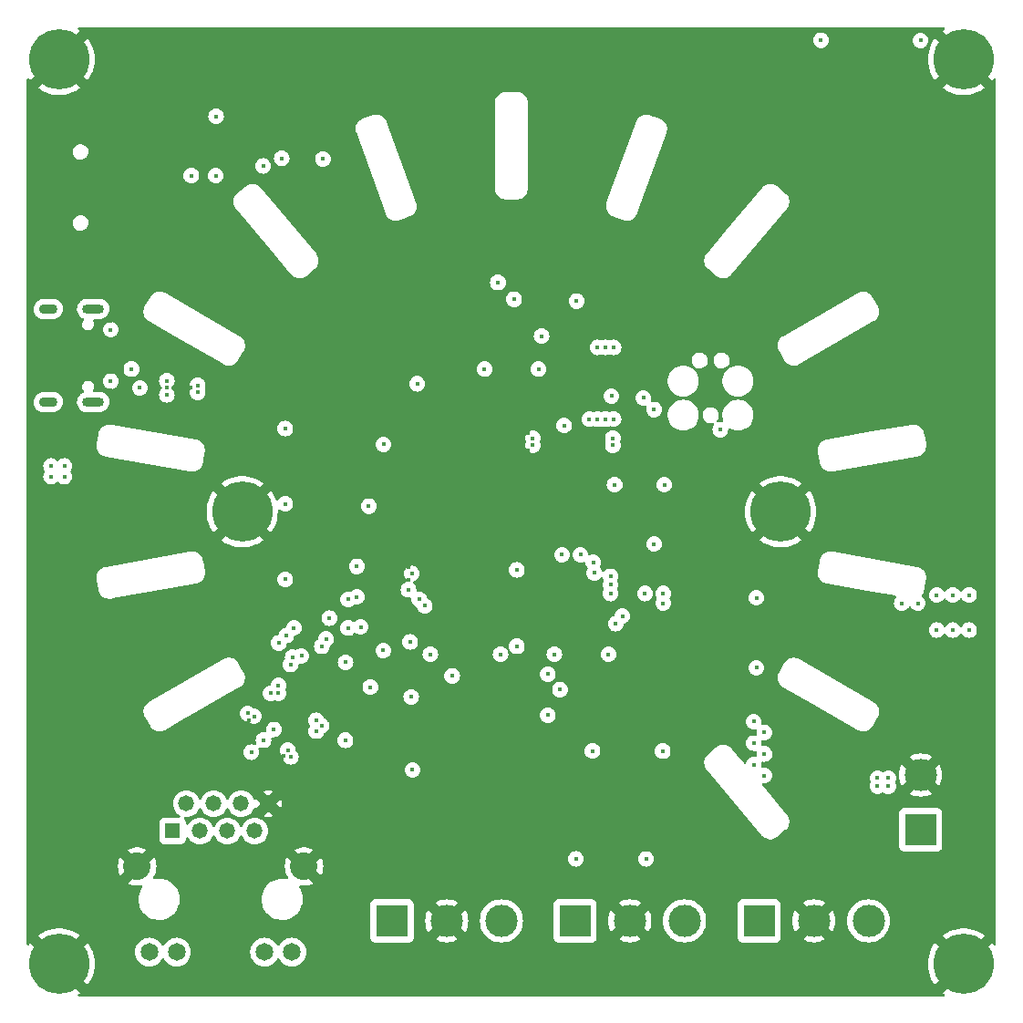
<source format=gbr>
%TF.GenerationSoftware,KiCad,Pcbnew,7.0.1*%
%TF.CreationDate,2023-07-13T18:43:16+01:00*%
%TF.ProjectId,Gateway Board,47617465-7761-4792-9042-6f6172642e6b,rev?*%
%TF.SameCoordinates,Original*%
%TF.FileFunction,Copper,L2,Inr*%
%TF.FilePolarity,Positive*%
%FSLAX46Y46*%
G04 Gerber Fmt 4.6, Leading zero omitted, Abs format (unit mm)*
G04 Created by KiCad (PCBNEW 7.0.1) date 2023-07-13 18:43:16*
%MOMM*%
%LPD*%
G01*
G04 APERTURE LIST*
%TA.AperFunction,ComponentPad*%
%ADD10R,3.000000X3.000000*%
%TD*%
%TA.AperFunction,ComponentPad*%
%ADD11C,3.000000*%
%TD*%
%TA.AperFunction,ComponentPad*%
%ADD12C,5.600000*%
%TD*%
%TA.AperFunction,ComponentPad*%
%ADD13O,2.000000X0.900000*%
%TD*%
%TA.AperFunction,ComponentPad*%
%ADD14O,1.700000X0.900000*%
%TD*%
%TA.AperFunction,ComponentPad*%
%ADD15R,1.478000X1.478000*%
%TD*%
%TA.AperFunction,ComponentPad*%
%ADD16C,1.478000*%
%TD*%
%TA.AperFunction,ComponentPad*%
%ADD17C,1.650000*%
%TD*%
%TA.AperFunction,ComponentPad*%
%ADD18C,2.565000*%
%TD*%
%TA.AperFunction,ViaPad*%
%ADD19C,0.450000*%
%TD*%
G04 APERTURE END LIST*
D10*
%TO.N,/Microcontroller/CANH1*%
%TO.C,J304*%
X133920000Y-138000000D03*
D11*
%TO.N,GND*%
X139000000Y-138000000D03*
%TO.N,/Microcontroller/CANL1*%
X144080000Y-138000000D03*
%TD*%
D10*
%TO.N,/Microcontroller/CANH3*%
%TO.C,J306*%
X168000000Y-138000000D03*
D11*
%TO.N,GND*%
X173080000Y-138000000D03*
%TO.N,/Microcontroller/CANL3*%
X178160000Y-138000000D03*
%TD*%
D12*
%TO.N,GND*%
%TO.C,H101*%
X103000000Y-58000000D03*
%TD*%
D13*
%TO.N,unconnected-(J303-SHIELD-PadS1)*%
%TO.C,J303*%
X106170000Y-81175000D03*
%TO.N,unconnected-(J303-SHIELD-PadS2)*%
X106170000Y-89825000D03*
D14*
%TO.N,unconnected-(J303-SHIELD-PadS3)*%
X102000000Y-81175000D03*
%TO.N,unconnected-(J303-SHIELD-PadS4)*%
X102000000Y-89825000D03*
%TD*%
D10*
%TO.N,/Microcontroller/CANH2*%
%TO.C,J305*%
X150920000Y-138000000D03*
D11*
%TO.N,GND*%
X156000000Y-138000000D03*
%TO.N,/Microcontroller/CANL2*%
X161080000Y-138000000D03*
%TD*%
D12*
%TO.N,GND*%
%TO.C,H104*%
X187000000Y-142000000D03*
%TD*%
D15*
%TO.N,/Ethernet/TXP*%
%TO.C,J401*%
X113555000Y-129650000D03*
D16*
%TO.N,/Ethernet/TXN*%
X114825000Y-127110000D03*
%TO.N,/Ethernet/RXP*%
X116095000Y-129650000D03*
%TO.N,+3.3VA*%
X117365000Y-127110000D03*
X118635000Y-129650000D03*
%TO.N,/Ethernet/RXN*%
X119905000Y-127110000D03*
%TO.N,unconnected-(J401-NC-Pad7)*%
X121175000Y-129650000D03*
%TO.N,GND*%
X122445000Y-127110000D03*
D17*
%TO.N,+3.3V*%
X111375000Y-140900000D03*
%TO.N,/Ethernet/G_K*%
X113915000Y-140900000D03*
%TO.N,/Ethernet/Y_K*%
X122085000Y-140900000D03*
%TO.N,+3.3V*%
X124625000Y-140900000D03*
D18*
%TO.N,GND*%
X125745000Y-132950000D03*
X110255000Y-132950000D03*
%TD*%
D10*
%TO.N,VIN_RAW*%
%TO.C,J201*%
X183000000Y-129540000D03*
D11*
%TO.N,GND*%
X183000000Y-124460000D03*
%TD*%
D12*
%TO.N,GND*%
%TO.C,H103*%
X187000000Y-58000000D03*
%TD*%
%TO.N,GND*%
%TO.C,H105*%
X120000000Y-100000000D03*
%TD*%
%TO.N,GND*%
%TO.C,H106*%
X170000000Y-100000000D03*
%TD*%
%TO.N,GND*%
%TO.C,H102*%
X103000000Y-142000000D03*
%TD*%
D19*
%TO.N,GND*%
X180844549Y-115650000D03*
X154500000Y-94700000D03*
X180000000Y-111000000D03*
X182750000Y-112000000D03*
X131760000Y-98530000D03*
X151300000Y-112500000D03*
X146500000Y-92700000D03*
X178500000Y-128250000D03*
X136530000Y-113240000D03*
X121775000Y-114172000D03*
X159200000Y-98500000D03*
X115275000Y-66600000D03*
X132000000Y-114000000D03*
X160000000Y-122250000D03*
X130650000Y-106020000D03*
X149500000Y-117500000D03*
X139500000Y-116250000D03*
X158260000Y-103980000D03*
X179250000Y-109500000D03*
X117575000Y-66600000D03*
X135425000Y-106324500D03*
X126900000Y-117500000D03*
X172800000Y-124650000D03*
X156500000Y-132250000D03*
X128168000Y-122615000D03*
X107800000Y-88700000D03*
X178500000Y-127500000D03*
X130650000Y-104130000D03*
X188500000Y-116750000D03*
X119100000Y-123000000D03*
X123883180Y-122696563D03*
X126900000Y-115100000D03*
X148480000Y-86760000D03*
X154500000Y-92300000D03*
X126900000Y-116300000D03*
X103729000Y-122452000D03*
X124000000Y-94680000D03*
X180000000Y-110250000D03*
X161850000Y-114490000D03*
X128874000Y-121923000D03*
X154980000Y-113250000D03*
X121082000Y-114870000D03*
X135300000Y-88125000D03*
X172800000Y-124150000D03*
X131300000Y-118600000D03*
X114250000Y-86000000D03*
X143480000Y-86750000D03*
X177000000Y-128250000D03*
X127500000Y-116900000D03*
X183250000Y-112000000D03*
X177750000Y-128250000D03*
X124000000Y-101680000D03*
X103723000Y-117245000D03*
X179944549Y-117750000D03*
X126300000Y-115700000D03*
X115230000Y-88500000D03*
X179194549Y-117750000D03*
X173750000Y-59225000D03*
X174960000Y-58830000D03*
X165710000Y-58820000D03*
X180000000Y-109500000D03*
X103724000Y-112466000D03*
X153500000Y-122250000D03*
X176400000Y-126600000D03*
X126300000Y-116900000D03*
X179194549Y-117000000D03*
X120592824Y-119405741D03*
X122425000Y-63900000D03*
X124010000Y-108680000D03*
X161840000Y-107990000D03*
X128100000Y-116300000D03*
X166500000Y-85200000D03*
X183000000Y-59225000D03*
X154588643Y-98497164D03*
X122900000Y-67900000D03*
X107800000Y-82300000D03*
X148020000Y-113240000D03*
X137520000Y-87510000D03*
X132000000Y-117900000D03*
X158240000Y-93480000D03*
X143030000Y-113250000D03*
X127491000Y-123330000D03*
X179194549Y-116250000D03*
X114250000Y-91000000D03*
X113000000Y-88500000D03*
X132000000Y-113024500D03*
X179250000Y-110250000D03*
X127500000Y-115700000D03*
X133100000Y-92775000D03*
X158250000Y-91480000D03*
X125700000Y-116300000D03*
X179250000Y-111000000D03*
X146500000Y-94300000D03*
X150000000Y-132250000D03*
X171800000Y-127400000D03*
X135425000Y-105175500D03*
X130650000Y-108870000D03*
%TO.N,+5V*%
X168500000Y-124500000D03*
X167500000Y-119500000D03*
X168500000Y-122500000D03*
X152530000Y-122230000D03*
X167500000Y-123500000D03*
X167750000Y-114500000D03*
X159050000Y-122240000D03*
X149510000Y-116520000D03*
X168500000Y-120500000D03*
X167500000Y-121500000D03*
%TO.N,VBUS*%
X107800000Y-87900000D03*
X107800000Y-83100000D03*
X110500000Y-88500000D03*
%TO.N,+3.3VA*%
X123378680Y-116125534D03*
X126878680Y-120375534D03*
X123378680Y-116875534D03*
X127378680Y-119875534D03*
X121975000Y-121225000D03*
X126878680Y-119375534D03*
X122950000Y-120230000D03*
X122628680Y-116875534D03*
X120855000Y-122345000D03*
%TO.N,+3.3V*%
X131760000Y-99490000D03*
X130650000Y-107920000D03*
X136250000Y-88125000D03*
X181250000Y-108500000D03*
X154010000Y-113250000D03*
X184500000Y-111000000D03*
X124800000Y-110800000D03*
X129600000Y-114000000D03*
X186000000Y-107750000D03*
X142510000Y-86760000D03*
X117550000Y-68800000D03*
X148990000Y-113250000D03*
X131000000Y-110700000D03*
X158250000Y-103010000D03*
X121950000Y-67900000D03*
X154588643Y-97502836D03*
X139500000Y-115250000D03*
X182750000Y-108500000D03*
X133100000Y-112900000D03*
X124000000Y-92280000D03*
X135750000Y-105750000D03*
X151000000Y-132250000D03*
X135700000Y-117200000D03*
X187500000Y-111000000D03*
X137480000Y-113250000D03*
X124000000Y-99280000D03*
X173750000Y-56225000D03*
X147510000Y-86760000D03*
X167750000Y-108000000D03*
X133125000Y-93750000D03*
X143990000Y-113250000D03*
X124000000Y-106280000D03*
X115275000Y-68800000D03*
X157500000Y-132250000D03*
X187500000Y-107750000D03*
X158250000Y-90520000D03*
X135820000Y-123990000D03*
X130650000Y-105080000D03*
X184500000Y-107750000D03*
X159200000Y-97500000D03*
X135450000Y-107250000D03*
X186000000Y-111000000D03*
X164400000Y-92400000D03*
X129582000Y-121231000D03*
X183000000Y-56250000D03*
%TO.N,NRST*%
X157400000Y-107600000D03*
X154200000Y-107600000D03*
%TO.N,SDMMC1_CD*%
X153750000Y-91424500D03*
X123675000Y-67200000D03*
X117575000Y-63300000D03*
X127500000Y-67250000D03*
X154500000Y-84750000D03*
%TO.N,SDMMC1_CMD*%
X143750000Y-78725500D03*
X145250000Y-80274500D03*
%TO.N,SDMMC1_DAT0*%
X152247097Y-91417114D03*
X153000000Y-84750000D03*
%TO.N,SDMMC1_DAT1*%
X153750000Y-84750000D03*
X153000000Y-91424500D03*
%TO.N,USB_DN*%
X115874177Y-88925000D03*
X113000000Y-89149503D03*
X109720000Y-86760000D03*
X147000000Y-93825000D03*
X154426078Y-93825000D03*
%TO.N,USB_DP*%
X113000000Y-87850497D03*
X154426078Y-93175000D03*
X115874177Y-88275000D03*
X147000000Y-93175000D03*
%TO.N,SWCLK*%
X157250000Y-89432500D03*
X154300000Y-89262000D03*
%TO.N,CAN_RX3*%
X154200000Y-106000000D03*
X159100000Y-108500000D03*
%TO.N,CAN_TX3*%
X154200000Y-106800000D03*
X159100000Y-107600000D03*
%TO.N,ETH_MDC*%
X129840000Y-108140000D03*
X129840000Y-110810000D03*
%TO.N,ETH_REF_CLK*%
X131900000Y-116300000D03*
X128100000Y-109900000D03*
%TO.N,SWO*%
X149900000Y-92000000D03*
X154500000Y-91400000D03*
%TO.N,ETH_TX_EN*%
X135600000Y-112100000D03*
X124500000Y-114200000D03*
%TO.N,BOOT0*%
X145500000Y-112500000D03*
X145500000Y-105400000D03*
%TO.N,ETH_TXD0*%
X136950000Y-108750000D03*
X127400000Y-112500000D03*
%TO.N,ETH_TXD1*%
X136450000Y-108150000D03*
X127800000Y-111825500D03*
%TO.N,CAN_RX1*%
X148380000Y-115100000D03*
X151410000Y-104000000D03*
%TO.N,CAN_TX1*%
X149700000Y-104000000D03*
X148380000Y-118900000D03*
%TO.N,CAN_RX2*%
X152600000Y-104700000D03*
X154700000Y-110400000D03*
%TO.N,CAN_TX2*%
X152700000Y-105700000D03*
X155300000Y-109700000D03*
%TO.N,ETH_INT*%
X125500000Y-113400000D03*
X124100000Y-111500000D03*
%TO.N,ETH_RST*%
X123400000Y-112200000D03*
X124700000Y-113500000D03*
%TO.N,/Ethernet/TXN*%
X120508599Y-118731487D03*
%TO.N,/Ethernet/TXP*%
X121100000Y-119000000D03*
%TO.N,/Ethernet/RXN*%
X124246751Y-122153249D03*
%TO.N,/Ethernet/RXP*%
X124529275Y-122763011D03*
%TO.N,VIN*%
X179000000Y-124750000D03*
X179000000Y-125500000D03*
X102250000Y-95750000D03*
X180000000Y-125500000D03*
X180000000Y-124750000D03*
X102250000Y-96750000D03*
X103500000Y-96750000D03*
X103500000Y-95750000D03*
%TO.N,BTN*%
X147800000Y-83700000D03*
X151050000Y-80450000D03*
%TD*%
%TA.AperFunction,Conductor*%
%TO.N,GND*%
G36*
X185199328Y-55016890D02*
G01*
X185244653Y-55061726D01*
X185261709Y-55123157D01*
X185245987Y-55184943D01*
X185201644Y-55230751D01*
X185145360Y-55264614D01*
X185046712Y-55339605D01*
X185046711Y-55339605D01*
X187000000Y-57292893D01*
X189661733Y-59954627D01*
X189661734Y-59954627D01*
X189772867Y-59790720D01*
X189819805Y-59749519D01*
X189880872Y-59736423D01*
X189940576Y-59754756D01*
X189983771Y-59799865D01*
X189999500Y-59860307D01*
X189999500Y-140139692D01*
X189983771Y-140200134D01*
X189940576Y-140245243D01*
X189880872Y-140263576D01*
X189819805Y-140250480D01*
X189772867Y-140209279D01*
X189661734Y-140045371D01*
X189661733Y-140045371D01*
X187000000Y-142707107D01*
X185046712Y-144660393D01*
X185046712Y-144660394D01*
X185145363Y-144735386D01*
X185201646Y-144769250D01*
X185245988Y-144815057D01*
X185261710Y-144876843D01*
X185244654Y-144938274D01*
X185199329Y-144983110D01*
X185137717Y-144999500D01*
X104862283Y-144999500D01*
X104800671Y-144983110D01*
X104755346Y-144938274D01*
X104738290Y-144876843D01*
X104754012Y-144815057D01*
X104798354Y-144769250D01*
X104854637Y-144735385D01*
X104953286Y-144660393D01*
X103000000Y-142707107D01*
X102292894Y-142000001D01*
X103707107Y-142000001D01*
X105661733Y-143954627D01*
X105831783Y-143703824D01*
X105999398Y-143387670D01*
X106131850Y-143055241D01*
X106227580Y-142710451D01*
X106285474Y-142357310D01*
X106304847Y-142000000D01*
X106285474Y-141642689D01*
X106227580Y-141289548D01*
X106131850Y-140944758D01*
X106114017Y-140900000D01*
X110044436Y-140900000D01*
X110064650Y-141131047D01*
X110104999Y-141281632D01*
X110124680Y-141355079D01*
X110222699Y-141565282D01*
X110355730Y-141755269D01*
X110519731Y-141919270D01*
X110709718Y-142052301D01*
X110919921Y-142150320D01*
X111143950Y-142210349D01*
X111297983Y-142223824D01*
X111374999Y-142230563D01*
X111374999Y-142230562D01*
X111375000Y-142230563D01*
X111606050Y-142210349D01*
X111830079Y-142150320D01*
X112040282Y-142052301D01*
X112230269Y-141919270D01*
X112394270Y-141755269D01*
X112527301Y-141565282D01*
X112532617Y-141553880D01*
X112578375Y-141501704D01*
X112645000Y-141482284D01*
X112711625Y-141501704D01*
X112757382Y-141553880D01*
X112762696Y-141565277D01*
X112762698Y-141565279D01*
X112762699Y-141565282D01*
X112895730Y-141755269D01*
X113059731Y-141919270D01*
X113249718Y-142052301D01*
X113459921Y-142150320D01*
X113683950Y-142210349D01*
X113837983Y-142223824D01*
X113914999Y-142230563D01*
X113914999Y-142230562D01*
X113915000Y-142230563D01*
X114146050Y-142210349D01*
X114370079Y-142150320D01*
X114580282Y-142052301D01*
X114770269Y-141919270D01*
X114934270Y-141755269D01*
X115067301Y-141565282D01*
X115165320Y-141355079D01*
X115225349Y-141131050D01*
X115245563Y-140900000D01*
X120754436Y-140900000D01*
X120774650Y-141131047D01*
X120814999Y-141281632D01*
X120834680Y-141355079D01*
X120932699Y-141565282D01*
X121065730Y-141755269D01*
X121229731Y-141919270D01*
X121419718Y-142052301D01*
X121629921Y-142150320D01*
X121853950Y-142210349D01*
X122007983Y-142223824D01*
X122084999Y-142230563D01*
X122084999Y-142230562D01*
X122085000Y-142230563D01*
X122316050Y-142210349D01*
X122540079Y-142150320D01*
X122750282Y-142052301D01*
X122940269Y-141919270D01*
X123104270Y-141755269D01*
X123237301Y-141565282D01*
X123242617Y-141553880D01*
X123288375Y-141501704D01*
X123355000Y-141482284D01*
X123421625Y-141501704D01*
X123467382Y-141553880D01*
X123472696Y-141565277D01*
X123472698Y-141565279D01*
X123472699Y-141565282D01*
X123605730Y-141755269D01*
X123769731Y-141919270D01*
X123959718Y-142052301D01*
X124169921Y-142150320D01*
X124393950Y-142210349D01*
X124547983Y-142223824D01*
X124624999Y-142230563D01*
X124624999Y-142230562D01*
X124625000Y-142230563D01*
X124856050Y-142210349D01*
X125080079Y-142150320D01*
X125290282Y-142052301D01*
X125364977Y-141999999D01*
X183695152Y-141999999D01*
X183714525Y-142357310D01*
X183772419Y-142710451D01*
X183868149Y-143055241D01*
X184000601Y-143387670D01*
X184168218Y-143703829D01*
X184338265Y-143954627D01*
X186292893Y-142000001D01*
X186292893Y-142000000D01*
X184338265Y-140045371D01*
X184168215Y-140296178D01*
X184000601Y-140612329D01*
X183868149Y-140944758D01*
X183772419Y-141289548D01*
X183714525Y-141642689D01*
X183695152Y-141999999D01*
X125364977Y-141999999D01*
X125480269Y-141919270D01*
X125644270Y-141755269D01*
X125777301Y-141565282D01*
X125875320Y-141355079D01*
X125935349Y-141131050D01*
X125955563Y-140900000D01*
X125935349Y-140668950D01*
X125875320Y-140444921D01*
X125777301Y-140234719D01*
X125644270Y-140044731D01*
X125480269Y-139880730D01*
X125290282Y-139747699D01*
X125160597Y-139687226D01*
X125080080Y-139649680D01*
X124856047Y-139589650D01*
X124625000Y-139569436D01*
X124393952Y-139589650D01*
X124169919Y-139649680D01*
X123959721Y-139747698D01*
X123959719Y-139747699D01*
X123769731Y-139880730D01*
X123769727Y-139880733D01*
X123605733Y-140044727D01*
X123472697Y-140234722D01*
X123467381Y-140246123D01*
X123421624Y-140298297D01*
X123355000Y-140317716D01*
X123288376Y-140298297D01*
X123242619Y-140246123D01*
X123237302Y-140234722D01*
X123237301Y-140234719D01*
X123104270Y-140044731D01*
X122940269Y-139880730D01*
X122750282Y-139747699D01*
X122620597Y-139687226D01*
X122540080Y-139649680D01*
X122316047Y-139589650D01*
X122085000Y-139569436D01*
X121853952Y-139589650D01*
X121629919Y-139649680D01*
X121419721Y-139747698D01*
X121419719Y-139747699D01*
X121229731Y-139880730D01*
X121229727Y-139880733D01*
X121065733Y-140044727D01*
X121065730Y-140044730D01*
X121065730Y-140044731D01*
X120950513Y-140209279D01*
X120932698Y-140234721D01*
X120834680Y-140444919D01*
X120774650Y-140668952D01*
X120754436Y-140900000D01*
X115245563Y-140900000D01*
X115225349Y-140668950D01*
X115165320Y-140444921D01*
X115067301Y-140234719D01*
X114934270Y-140044731D01*
X114770269Y-139880730D01*
X114580282Y-139747699D01*
X114450597Y-139687226D01*
X114370080Y-139649680D01*
X114146047Y-139589650D01*
X113915000Y-139569436D01*
X113683952Y-139589650D01*
X113459919Y-139649680D01*
X113249721Y-139747698D01*
X113249719Y-139747699D01*
X113059731Y-139880730D01*
X113059727Y-139880733D01*
X112895733Y-140044727D01*
X112762697Y-140234722D01*
X112757381Y-140246123D01*
X112711624Y-140298297D01*
X112645000Y-140317716D01*
X112578376Y-140298297D01*
X112532619Y-140246123D01*
X112527302Y-140234722D01*
X112527301Y-140234719D01*
X112394270Y-140044731D01*
X112230269Y-139880730D01*
X112040282Y-139747699D01*
X111910597Y-139687226D01*
X111830080Y-139649680D01*
X111606047Y-139589650D01*
X111375000Y-139569436D01*
X111143952Y-139589650D01*
X110919919Y-139649680D01*
X110709721Y-139747698D01*
X110709719Y-139747699D01*
X110519731Y-139880730D01*
X110519727Y-139880733D01*
X110355733Y-140044727D01*
X110355730Y-140044730D01*
X110355730Y-140044731D01*
X110240513Y-140209279D01*
X110222698Y-140234721D01*
X110124680Y-140444919D01*
X110064650Y-140668952D01*
X110044436Y-140900000D01*
X106114017Y-140900000D01*
X105999398Y-140612329D01*
X105831781Y-140296170D01*
X105661734Y-140045371D01*
X105661733Y-140045371D01*
X103707107Y-142000000D01*
X103707107Y-142000001D01*
X102292894Y-142000001D01*
X100338265Y-140045371D01*
X100227134Y-140209280D01*
X100180196Y-140250481D01*
X100119129Y-140263577D01*
X100059424Y-140245245D01*
X100016229Y-140200136D01*
X100000500Y-140139693D01*
X100000500Y-139339605D01*
X101046711Y-139339605D01*
X103000000Y-141292893D01*
X103000001Y-141292893D01*
X104745023Y-139547869D01*
X131919500Y-139547869D01*
X131921819Y-139569436D01*
X131925909Y-139607483D01*
X131976204Y-139742331D01*
X132062454Y-139857546D01*
X132177669Y-139943796D01*
X132312517Y-139994091D01*
X132372127Y-140000500D01*
X135467872Y-140000499D01*
X135527483Y-139994091D01*
X135662331Y-139943796D01*
X135777546Y-139857546D01*
X135863796Y-139742331D01*
X135870761Y-139723657D01*
X137983448Y-139723657D01*
X138167045Y-139823909D01*
X138435100Y-139923889D01*
X138714642Y-139984699D01*
X139000000Y-140005109D01*
X139285357Y-139984699D01*
X139564899Y-139923889D01*
X139832954Y-139823909D01*
X140016550Y-139723658D01*
X140016550Y-139723657D01*
X139000000Y-138707107D01*
X137983448Y-139723657D01*
X135870761Y-139723657D01*
X135914091Y-139607483D01*
X135920500Y-139547873D01*
X135920499Y-138000000D01*
X136994890Y-138000000D01*
X137015300Y-138285357D01*
X137076111Y-138564902D01*
X137176088Y-138832952D01*
X137276341Y-139016550D01*
X138292893Y-138000001D01*
X138292893Y-138000000D01*
X139707107Y-138000000D01*
X140723657Y-139016550D01*
X140723658Y-139016550D01*
X140823909Y-138832954D01*
X140923889Y-138564899D01*
X140984699Y-138285357D01*
X141005109Y-138000000D01*
X142074389Y-138000000D01*
X142094804Y-138285429D01*
X142155629Y-138565041D01*
X142155631Y-138565046D01*
X142249088Y-138815614D01*
X142255634Y-138833163D01*
X142392772Y-139084313D01*
X142478517Y-139198855D01*
X142564261Y-139313395D01*
X142766605Y-139515739D01*
X142865339Y-139589650D01*
X142995686Y-139687227D01*
X143135435Y-139763535D01*
X143246839Y-139824367D01*
X143514954Y-139924369D01*
X143514957Y-139924369D01*
X143514958Y-139924370D01*
X143567217Y-139935738D01*
X143794572Y-139985196D01*
X144080000Y-140005610D01*
X144365428Y-139985196D01*
X144645046Y-139924369D01*
X144913161Y-139824367D01*
X145164315Y-139687226D01*
X145350474Y-139547869D01*
X148919500Y-139547869D01*
X148921819Y-139569436D01*
X148925909Y-139607483D01*
X148976204Y-139742331D01*
X149062454Y-139857546D01*
X149177669Y-139943796D01*
X149312517Y-139994091D01*
X149372127Y-140000500D01*
X152467872Y-140000499D01*
X152527483Y-139994091D01*
X152662331Y-139943796D01*
X152777546Y-139857546D01*
X152863796Y-139742331D01*
X152870761Y-139723657D01*
X154983448Y-139723657D01*
X155167045Y-139823909D01*
X155435100Y-139923889D01*
X155714642Y-139984699D01*
X156000000Y-140005109D01*
X156285357Y-139984699D01*
X156564899Y-139923889D01*
X156832954Y-139823909D01*
X157016550Y-139723658D01*
X157016550Y-139723657D01*
X156000000Y-138707107D01*
X154983448Y-139723657D01*
X152870761Y-139723657D01*
X152914091Y-139607483D01*
X152920500Y-139547873D01*
X152920499Y-138000000D01*
X153994890Y-138000000D01*
X154015300Y-138285357D01*
X154076111Y-138564902D01*
X154176088Y-138832952D01*
X154276341Y-139016550D01*
X155292893Y-138000001D01*
X156707107Y-138000001D01*
X157723657Y-139016550D01*
X157723658Y-139016550D01*
X157823909Y-138832954D01*
X157923889Y-138564899D01*
X157984699Y-138285357D01*
X158005109Y-138000000D01*
X159074389Y-138000000D01*
X159094804Y-138285429D01*
X159155629Y-138565041D01*
X159155631Y-138565046D01*
X159249088Y-138815614D01*
X159255634Y-138833163D01*
X159392772Y-139084313D01*
X159478517Y-139198855D01*
X159564261Y-139313395D01*
X159766605Y-139515739D01*
X159865339Y-139589650D01*
X159995686Y-139687227D01*
X160135435Y-139763535D01*
X160246839Y-139824367D01*
X160514954Y-139924369D01*
X160514957Y-139924369D01*
X160514958Y-139924370D01*
X160567217Y-139935738D01*
X160794572Y-139985196D01*
X161080000Y-140005610D01*
X161365428Y-139985196D01*
X161645046Y-139924369D01*
X161913161Y-139824367D01*
X162164315Y-139687226D01*
X162350474Y-139547869D01*
X165999500Y-139547869D01*
X166001819Y-139569436D01*
X166005909Y-139607483D01*
X166056204Y-139742331D01*
X166142454Y-139857546D01*
X166257669Y-139943796D01*
X166392517Y-139994091D01*
X166452127Y-140000500D01*
X169547872Y-140000499D01*
X169607483Y-139994091D01*
X169742331Y-139943796D01*
X169857546Y-139857546D01*
X169943796Y-139742331D01*
X169950761Y-139723657D01*
X172063448Y-139723657D01*
X172247045Y-139823909D01*
X172515100Y-139923889D01*
X172794642Y-139984699D01*
X173080000Y-140005109D01*
X173365357Y-139984699D01*
X173644899Y-139923889D01*
X173912954Y-139823909D01*
X174096550Y-139723658D01*
X174096550Y-139723657D01*
X173080000Y-138707107D01*
X172063448Y-139723657D01*
X169950761Y-139723657D01*
X169994091Y-139607483D01*
X170000500Y-139547873D01*
X170000499Y-138000000D01*
X171074890Y-138000000D01*
X171095300Y-138285357D01*
X171156111Y-138564902D01*
X171256088Y-138832952D01*
X171356341Y-139016550D01*
X172372893Y-138000001D01*
X173787107Y-138000001D01*
X174803657Y-139016550D01*
X174803658Y-139016550D01*
X174903909Y-138832954D01*
X175003889Y-138564899D01*
X175064699Y-138285357D01*
X175085109Y-138000000D01*
X176154389Y-138000000D01*
X176174804Y-138285429D01*
X176235629Y-138565041D01*
X176235631Y-138565046D01*
X176329088Y-138815614D01*
X176335634Y-138833163D01*
X176472772Y-139084313D01*
X176558517Y-139198855D01*
X176644261Y-139313395D01*
X176846605Y-139515739D01*
X176945339Y-139589650D01*
X177075686Y-139687227D01*
X177215435Y-139763535D01*
X177326839Y-139824367D01*
X177594954Y-139924369D01*
X177594957Y-139924369D01*
X177594958Y-139924370D01*
X177647217Y-139935738D01*
X177874572Y-139985196D01*
X178160000Y-140005610D01*
X178445428Y-139985196D01*
X178725046Y-139924369D01*
X178993161Y-139824367D01*
X179244315Y-139687226D01*
X179473395Y-139515739D01*
X179649529Y-139339605D01*
X185046711Y-139339605D01*
X187000000Y-141292893D01*
X187000001Y-141292893D01*
X188953287Y-139339605D01*
X188854636Y-139264613D01*
X188548015Y-139080126D01*
X188223253Y-138929875D01*
X187884140Y-138815614D01*
X187534664Y-138738689D01*
X187178922Y-138700000D01*
X186821078Y-138700000D01*
X186465335Y-138738689D01*
X186115859Y-138815614D01*
X185776746Y-138929875D01*
X185451987Y-139080125D01*
X185145361Y-139264614D01*
X185046712Y-139339605D01*
X185046711Y-139339605D01*
X179649529Y-139339605D01*
X179675739Y-139313395D01*
X179847226Y-139084315D01*
X179984367Y-138833161D01*
X180084369Y-138565046D01*
X180145196Y-138285428D01*
X180165610Y-138000000D01*
X180145196Y-137714572D01*
X180084369Y-137434954D01*
X179984367Y-137166839D01*
X179847226Y-136915685D01*
X179675739Y-136686605D01*
X179473395Y-136484261D01*
X179292515Y-136348856D01*
X179244313Y-136312772D01*
X178993163Y-136175634D01*
X178993162Y-136175633D01*
X178993161Y-136175633D01*
X178725046Y-136075631D01*
X178725041Y-136075629D01*
X178445429Y-136014804D01*
X178159999Y-135994389D01*
X177874570Y-136014804D01*
X177594958Y-136075629D01*
X177326836Y-136175634D01*
X177075686Y-136312772D01*
X176846602Y-136484263D01*
X176644263Y-136686602D01*
X176472772Y-136915686D01*
X176335634Y-137166836D01*
X176235629Y-137434958D01*
X176174804Y-137714570D01*
X176154389Y-138000000D01*
X175085109Y-138000000D01*
X175064699Y-137714642D01*
X175003889Y-137435100D01*
X174903909Y-137167045D01*
X174803657Y-136983448D01*
X173787107Y-138000000D01*
X173787107Y-138000001D01*
X172372893Y-138000001D01*
X172372893Y-137999999D01*
X171356341Y-136983448D01*
X171356339Y-136983448D01*
X171256090Y-137167043D01*
X171156111Y-137435097D01*
X171095300Y-137714642D01*
X171074890Y-138000000D01*
X170000499Y-138000000D01*
X170000499Y-136452128D01*
X169994091Y-136392517D01*
X169950760Y-136276341D01*
X172063448Y-136276341D01*
X173080000Y-137292893D01*
X173080001Y-137292893D01*
X174096550Y-136276341D01*
X174096550Y-136276340D01*
X173912952Y-136176088D01*
X173644902Y-136076111D01*
X173365357Y-136015300D01*
X173080000Y-135994890D01*
X172794642Y-136015300D01*
X172515097Y-136076111D01*
X172247043Y-136176090D01*
X172063448Y-136276339D01*
X172063448Y-136276341D01*
X169950760Y-136276341D01*
X169943796Y-136257669D01*
X169857546Y-136142454D01*
X169742331Y-136056204D01*
X169607483Y-136005909D01*
X169547873Y-135999500D01*
X169547869Y-135999500D01*
X166452130Y-135999500D01*
X166392515Y-136005909D01*
X166257669Y-136056204D01*
X166142454Y-136142454D01*
X166056204Y-136257668D01*
X166005909Y-136392516D01*
X165999500Y-136452130D01*
X165999500Y-139547869D01*
X162350474Y-139547869D01*
X162393395Y-139515739D01*
X162595739Y-139313395D01*
X162767226Y-139084315D01*
X162904367Y-138833161D01*
X163004369Y-138565046D01*
X163065196Y-138285428D01*
X163085610Y-138000000D01*
X163065196Y-137714572D01*
X163004369Y-137434954D01*
X162904367Y-137166839D01*
X162767226Y-136915685D01*
X162595739Y-136686605D01*
X162393395Y-136484261D01*
X162212515Y-136348856D01*
X162164313Y-136312772D01*
X161913163Y-136175634D01*
X161913162Y-136175633D01*
X161913161Y-136175633D01*
X161645046Y-136075631D01*
X161645041Y-136075629D01*
X161365429Y-136014804D01*
X161079999Y-135994389D01*
X160794570Y-136014804D01*
X160514958Y-136075629D01*
X160246836Y-136175634D01*
X159995686Y-136312772D01*
X159766602Y-136484263D01*
X159564263Y-136686602D01*
X159392772Y-136915686D01*
X159255634Y-137166836D01*
X159155629Y-137434958D01*
X159094804Y-137714570D01*
X159074389Y-138000000D01*
X158005109Y-138000000D01*
X157984699Y-137714642D01*
X157923889Y-137435100D01*
X157823909Y-137167045D01*
X157723657Y-136983448D01*
X156707107Y-138000000D01*
X156707107Y-138000001D01*
X155292893Y-138000001D01*
X155292893Y-138000000D01*
X154276341Y-136983448D01*
X154276339Y-136983448D01*
X154176090Y-137167043D01*
X154076111Y-137435097D01*
X154015300Y-137714642D01*
X153994890Y-138000000D01*
X152920499Y-138000000D01*
X152920499Y-136452128D01*
X152914091Y-136392517D01*
X152870760Y-136276341D01*
X154983448Y-136276341D01*
X156000000Y-137292893D01*
X156000001Y-137292893D01*
X157016550Y-136276341D01*
X157016550Y-136276340D01*
X156832952Y-136176088D01*
X156564902Y-136076111D01*
X156285357Y-136015300D01*
X156000000Y-135994890D01*
X155714642Y-136015300D01*
X155435097Y-136076111D01*
X155167043Y-136176090D01*
X154983448Y-136276339D01*
X154983448Y-136276341D01*
X152870760Y-136276341D01*
X152863796Y-136257669D01*
X152777546Y-136142454D01*
X152662331Y-136056204D01*
X152527483Y-136005909D01*
X152467873Y-135999500D01*
X152467869Y-135999500D01*
X149372130Y-135999500D01*
X149312515Y-136005909D01*
X149177669Y-136056204D01*
X149062454Y-136142454D01*
X148976204Y-136257668D01*
X148925909Y-136392516D01*
X148919500Y-136452130D01*
X148919500Y-139547869D01*
X145350474Y-139547869D01*
X145393395Y-139515739D01*
X145595739Y-139313395D01*
X145767226Y-139084315D01*
X145904367Y-138833161D01*
X146004369Y-138565046D01*
X146065196Y-138285428D01*
X146085610Y-138000000D01*
X146065196Y-137714572D01*
X146004369Y-137434954D01*
X145904367Y-137166839D01*
X145767226Y-136915685D01*
X145595739Y-136686605D01*
X145393395Y-136484261D01*
X145212515Y-136348856D01*
X145164313Y-136312772D01*
X144913163Y-136175634D01*
X144913162Y-136175633D01*
X144913161Y-136175633D01*
X144645046Y-136075631D01*
X144645041Y-136075629D01*
X144365429Y-136014804D01*
X144079999Y-135994389D01*
X143794570Y-136014804D01*
X143514958Y-136075629D01*
X143246836Y-136175634D01*
X142995686Y-136312772D01*
X142766602Y-136484263D01*
X142564263Y-136686602D01*
X142392772Y-136915686D01*
X142255634Y-137166836D01*
X142155629Y-137434958D01*
X142094804Y-137714570D01*
X142074389Y-138000000D01*
X141005109Y-138000000D01*
X140984699Y-137714642D01*
X140923889Y-137435100D01*
X140823909Y-137167045D01*
X140723657Y-136983448D01*
X139707107Y-138000000D01*
X138292893Y-138000000D01*
X138292893Y-137999999D01*
X137276341Y-136983448D01*
X137276339Y-136983448D01*
X137176090Y-137167043D01*
X137076111Y-137435097D01*
X137015300Y-137714642D01*
X136994890Y-138000000D01*
X135920499Y-138000000D01*
X135920499Y-136452128D01*
X135914091Y-136392517D01*
X135870760Y-136276341D01*
X137983448Y-136276341D01*
X139000000Y-137292893D01*
X139000001Y-137292893D01*
X140016550Y-136276341D01*
X140016550Y-136276340D01*
X139832952Y-136176088D01*
X139564902Y-136076111D01*
X139285357Y-136015300D01*
X139000000Y-135994890D01*
X138714642Y-136015300D01*
X138435097Y-136076111D01*
X138167043Y-136176090D01*
X137983448Y-136276339D01*
X137983448Y-136276341D01*
X135870760Y-136276341D01*
X135863796Y-136257669D01*
X135777546Y-136142454D01*
X135662331Y-136056204D01*
X135527483Y-136005909D01*
X135467873Y-135999500D01*
X135467869Y-135999500D01*
X132372130Y-135999500D01*
X132312515Y-136005909D01*
X132177669Y-136056204D01*
X132062454Y-136142454D01*
X131976204Y-136257668D01*
X131925909Y-136392516D01*
X131919500Y-136452130D01*
X131919500Y-139547869D01*
X104745023Y-139547869D01*
X104953287Y-139339605D01*
X104854636Y-139264613D01*
X104548015Y-139080126D01*
X104223253Y-138929875D01*
X103884140Y-138815614D01*
X103534664Y-138738689D01*
X103178922Y-138700000D01*
X102821078Y-138700000D01*
X102465335Y-138738689D01*
X102115859Y-138815614D01*
X101776746Y-138929875D01*
X101451987Y-139080125D01*
X101145361Y-139264614D01*
X101046712Y-139339605D01*
X101046711Y-139339605D01*
X100000500Y-139339605D01*
X100000500Y-134515191D01*
X109396913Y-134515191D01*
X109601953Y-134613934D01*
X109857244Y-134692682D01*
X110121420Y-134732500D01*
X110388580Y-134732500D01*
X110600779Y-134700516D01*
X110658111Y-134705374D01*
X110707078Y-134735587D01*
X110737137Y-134784648D01*
X110741817Y-134841996D01*
X110720108Y-134895281D01*
X110645567Y-134999469D01*
X110517363Y-135248829D01*
X110426826Y-135514214D01*
X110375897Y-135789938D01*
X110365656Y-136070144D01*
X110396323Y-136348854D01*
X110431724Y-136484263D01*
X110467245Y-136620132D01*
X110576908Y-136878191D01*
X110722976Y-137117532D01*
X110722979Y-137117536D01*
X110722980Y-137117537D01*
X110815385Y-137228574D01*
X110902336Y-137333056D01*
X111111165Y-137520167D01*
X111345012Y-137674879D01*
X111429681Y-137714570D01*
X111598889Y-137793892D01*
X111598891Y-137793892D01*
X111598894Y-137793894D01*
X111867398Y-137874675D01*
X112144803Y-137915500D01*
X112355010Y-137915500D01*
X112355014Y-137915500D01*
X112564645Y-137900157D01*
X112838330Y-137839191D01*
X112838330Y-137839190D01*
X113100222Y-137739026D01*
X113344738Y-137601796D01*
X113566669Y-137430427D01*
X113761282Y-137228571D01*
X113924431Y-137000531D01*
X113968054Y-136915685D01*
X114052636Y-136751170D01*
X114052639Y-136751165D01*
X114143172Y-136485790D01*
X114160401Y-136392517D01*
X114194102Y-136210061D01*
X114199216Y-136070144D01*
X121795656Y-136070144D01*
X121826323Y-136348854D01*
X121861724Y-136484263D01*
X121897245Y-136620132D01*
X122006908Y-136878191D01*
X122152976Y-137117532D01*
X122152979Y-137117536D01*
X122152980Y-137117537D01*
X122245385Y-137228574D01*
X122332336Y-137333056D01*
X122541165Y-137520167D01*
X122775012Y-137674879D01*
X122859681Y-137714570D01*
X123028889Y-137793892D01*
X123028891Y-137793892D01*
X123028894Y-137793894D01*
X123297398Y-137874675D01*
X123574803Y-137915500D01*
X123785010Y-137915500D01*
X123785014Y-137915500D01*
X123994645Y-137900157D01*
X124268330Y-137839191D01*
X124268330Y-137839190D01*
X124530222Y-137739026D01*
X124774738Y-137601796D01*
X124996669Y-137430427D01*
X125191282Y-137228571D01*
X125354431Y-137000531D01*
X125398054Y-136915685D01*
X125482636Y-136751170D01*
X125482639Y-136751165D01*
X125573172Y-136485790D01*
X125590401Y-136392517D01*
X125624102Y-136210061D01*
X125634343Y-135929855D01*
X125603676Y-135651145D01*
X125603676Y-135651144D01*
X125532755Y-135379868D01*
X125423092Y-135121809D01*
X125280775Y-134888614D01*
X125262643Y-134821644D01*
X125283323Y-134755418D01*
X125336342Y-134710667D01*
X125405101Y-134701402D01*
X125611420Y-134732500D01*
X125878580Y-134732500D01*
X126142755Y-134692682D01*
X126398046Y-134613934D01*
X126603085Y-134515191D01*
X125055334Y-132967441D01*
X125055331Y-132967437D01*
X125037893Y-132949999D01*
X126452106Y-132949999D01*
X127308698Y-133806592D01*
X127308698Y-133806591D01*
X127355480Y-133725566D01*
X127453083Y-133476876D01*
X127512533Y-133216410D01*
X127532498Y-132950000D01*
X127512533Y-132683589D01*
X127453083Y-132423123D01*
X127385137Y-132249999D01*
X150269908Y-132249999D01*
X150288213Y-132412461D01*
X150342209Y-132566772D01*
X150342211Y-132566775D01*
X150429192Y-132705204D01*
X150544796Y-132820808D01*
X150683225Y-132907789D01*
X150683227Y-132907790D01*
X150837538Y-132961786D01*
X151000000Y-132980091D01*
X151162461Y-132961786D01*
X151316775Y-132907789D01*
X151455204Y-132820808D01*
X151570808Y-132705204D01*
X151657789Y-132566775D01*
X151711786Y-132412461D01*
X151730091Y-132250000D01*
X151730091Y-132249999D01*
X156769908Y-132249999D01*
X156788213Y-132412461D01*
X156842209Y-132566772D01*
X156842211Y-132566775D01*
X156929192Y-132705204D01*
X157044796Y-132820808D01*
X157183225Y-132907789D01*
X157183227Y-132907790D01*
X157337538Y-132961786D01*
X157500000Y-132980091D01*
X157662461Y-132961786D01*
X157816775Y-132907789D01*
X157955204Y-132820808D01*
X158070808Y-132705204D01*
X158157789Y-132566775D01*
X158211786Y-132412461D01*
X158230091Y-132250000D01*
X158211786Y-132087539D01*
X158157789Y-131933225D01*
X158070808Y-131794796D01*
X157955204Y-131679192D01*
X157816775Y-131592211D01*
X157816772Y-131592209D01*
X157662461Y-131538213D01*
X157500000Y-131519908D01*
X157337538Y-131538213D01*
X157183227Y-131592209D01*
X157044794Y-131679193D01*
X156929193Y-131794794D01*
X156842209Y-131933227D01*
X156788213Y-132087538D01*
X156769908Y-132249999D01*
X151730091Y-132249999D01*
X151711786Y-132087539D01*
X151657789Y-131933225D01*
X151570808Y-131794796D01*
X151455204Y-131679192D01*
X151316775Y-131592211D01*
X151316772Y-131592209D01*
X151162461Y-131538213D01*
X151000000Y-131519908D01*
X150837538Y-131538213D01*
X150683227Y-131592209D01*
X150544794Y-131679193D01*
X150429193Y-131794794D01*
X150342209Y-131933227D01*
X150288213Y-132087538D01*
X150269908Y-132249999D01*
X127385137Y-132249999D01*
X127355482Y-132174438D01*
X127308697Y-132093406D01*
X126452106Y-132949998D01*
X126452106Y-132949999D01*
X125037893Y-132949999D01*
X124181301Y-132093407D01*
X124134519Y-132174436D01*
X124036916Y-132423123D01*
X123977466Y-132683589D01*
X123957501Y-132950000D01*
X123977466Y-133216410D01*
X124036916Y-133476876D01*
X124134519Y-133725564D01*
X124258757Y-133940751D01*
X124275287Y-134007280D01*
X124253945Y-134072424D01*
X124201253Y-134116275D01*
X124133316Y-134125430D01*
X124071107Y-134116275D01*
X123855197Y-134084500D01*
X123644990Y-134084500D01*
X123644986Y-134084500D01*
X123435354Y-134099842D01*
X123161669Y-134160808D01*
X122899778Y-134260973D01*
X122655262Y-134398204D01*
X122433329Y-134569573D01*
X122238720Y-134771425D01*
X122075565Y-134999473D01*
X121947363Y-135248829D01*
X121856826Y-135514214D01*
X121805897Y-135789938D01*
X121795656Y-136070144D01*
X114199216Y-136070144D01*
X114204343Y-135929855D01*
X114173676Y-135651145D01*
X114173676Y-135651144D01*
X114102755Y-135379868D01*
X113993092Y-135121809D01*
X113847024Y-134882468D01*
X113754614Y-134771425D01*
X113667665Y-134666945D01*
X113458836Y-134479834D01*
X113458835Y-134479833D01*
X113224988Y-134325121D01*
X113224984Y-134325119D01*
X112971110Y-134206107D01*
X112862794Y-134173519D01*
X112702602Y-134125325D01*
X112425197Y-134084500D01*
X112214990Y-134084500D01*
X112214986Y-134084500D01*
X112005352Y-134099842D01*
X111872301Y-134129481D01*
X111815439Y-134128789D01*
X111764866Y-134102787D01*
X111731217Y-134056945D01*
X111721570Y-134000903D01*
X111737953Y-133946448D01*
X111865480Y-133725563D01*
X111963083Y-133476876D01*
X112022533Y-133216410D01*
X112042498Y-132950000D01*
X112022533Y-132683589D01*
X111963083Y-132423123D01*
X111865482Y-132174438D01*
X111818697Y-132093406D01*
X110925791Y-132986313D01*
X110925787Y-132986320D01*
X109396913Y-134515191D01*
X100000500Y-134515191D01*
X100000500Y-132950000D01*
X108467501Y-132950000D01*
X108487466Y-133216410D01*
X108546916Y-133476876D01*
X108644519Y-133725564D01*
X108691301Y-133806592D01*
X109547893Y-132949999D01*
X109547893Y-132949998D01*
X108691302Y-132093407D01*
X108691301Y-132093407D01*
X108644519Y-132174436D01*
X108546916Y-132423123D01*
X108487466Y-132683589D01*
X108467501Y-132950000D01*
X100000500Y-132950000D01*
X100000500Y-131384807D01*
X109396913Y-131384807D01*
X110254999Y-132242893D01*
X111113085Y-131384807D01*
X124886913Y-131384807D01*
X125744999Y-132242893D01*
X126603086Y-131384806D01*
X126398048Y-131286065D01*
X126142755Y-131207317D01*
X125878580Y-131167500D01*
X125611420Y-131167500D01*
X125347244Y-131207317D01*
X125091951Y-131286065D01*
X124886913Y-131384806D01*
X124886913Y-131384807D01*
X111113085Y-131384807D01*
X111113086Y-131384806D01*
X110908048Y-131286065D01*
X110652755Y-131207317D01*
X110388580Y-131167500D01*
X110121420Y-131167500D01*
X109857244Y-131207317D01*
X109601951Y-131286065D01*
X109396913Y-131384806D01*
X109396913Y-131384807D01*
X100000500Y-131384807D01*
X100000500Y-131087869D01*
X180999500Y-131087869D01*
X181005909Y-131147483D01*
X181056204Y-131282331D01*
X181142454Y-131397546D01*
X181257669Y-131483796D01*
X181392517Y-131534091D01*
X181452127Y-131540500D01*
X184547872Y-131540499D01*
X184607483Y-131534091D01*
X184742331Y-131483796D01*
X184857546Y-131397546D01*
X184943796Y-131282331D01*
X184994091Y-131147483D01*
X185000500Y-131087873D01*
X185000499Y-127992128D01*
X184994091Y-127932517D01*
X184943796Y-127797669D01*
X184857546Y-127682454D01*
X184742331Y-127596204D01*
X184607483Y-127545909D01*
X184547873Y-127539500D01*
X184547869Y-127539500D01*
X181452130Y-127539500D01*
X181392515Y-127545909D01*
X181257669Y-127596204D01*
X181142454Y-127682454D01*
X181056204Y-127797668D01*
X181005909Y-127932516D01*
X180999500Y-127992130D01*
X180999500Y-131087869D01*
X100000500Y-131087869D01*
X100000500Y-130436869D01*
X112315500Y-130436869D01*
X112321909Y-130496483D01*
X112372204Y-130631331D01*
X112458454Y-130746546D01*
X112573669Y-130832796D01*
X112708517Y-130883091D01*
X112768127Y-130889500D01*
X114341872Y-130889499D01*
X114401483Y-130883091D01*
X114536331Y-130832796D01*
X114651546Y-130746546D01*
X114737796Y-130631331D01*
X114788091Y-130496483D01*
X114794500Y-130436873D01*
X114794499Y-130346970D01*
X114810046Y-130286858D01*
X114852788Y-130241816D01*
X114912009Y-130223143D01*
X114972857Y-130235522D01*
X115020072Y-130275847D01*
X115141861Y-130449779D01*
X115295221Y-130603139D01*
X115472882Y-130727539D01*
X115669447Y-130819198D01*
X115878941Y-130875332D01*
X116095000Y-130894235D01*
X116311059Y-130875332D01*
X116520553Y-130819198D01*
X116717118Y-130727539D01*
X116894779Y-130603139D01*
X117048139Y-130449779D01*
X117172539Y-130272118D01*
X117252617Y-130100387D01*
X117298375Y-130048211D01*
X117365000Y-130028791D01*
X117431625Y-130048211D01*
X117477382Y-130100387D01*
X117557458Y-130272113D01*
X117557460Y-130272115D01*
X117557461Y-130272118D01*
X117681861Y-130449779D01*
X117835221Y-130603139D01*
X118012882Y-130727539D01*
X118209447Y-130819198D01*
X118418941Y-130875332D01*
X118635000Y-130894235D01*
X118851059Y-130875332D01*
X119060553Y-130819198D01*
X119257118Y-130727539D01*
X119434779Y-130603139D01*
X119588139Y-130449779D01*
X119712539Y-130272118D01*
X119792617Y-130100387D01*
X119838375Y-130048211D01*
X119905000Y-130028791D01*
X119971625Y-130048211D01*
X120017382Y-130100387D01*
X120097458Y-130272113D01*
X120097460Y-130272115D01*
X120097461Y-130272118D01*
X120221861Y-130449779D01*
X120375221Y-130603139D01*
X120552882Y-130727539D01*
X120749447Y-130819198D01*
X120958941Y-130875332D01*
X121175000Y-130894235D01*
X121391059Y-130875332D01*
X121600553Y-130819198D01*
X121797118Y-130727539D01*
X121974779Y-130603139D01*
X122128139Y-130449779D01*
X122252539Y-130272118D01*
X122344198Y-130075553D01*
X122400332Y-129866059D01*
X122419235Y-129650000D01*
X122400332Y-129433941D01*
X122344198Y-129224447D01*
X122252539Y-129027883D01*
X122128139Y-128850221D01*
X121974779Y-128696861D01*
X121797118Y-128572461D01*
X121797115Y-128572460D01*
X121797113Y-128572458D01*
X121600556Y-128480803D01*
X121600553Y-128480802D01*
X121439859Y-128437744D01*
X121391056Y-128424667D01*
X121175000Y-128405764D01*
X120958943Y-128424667D01*
X120749446Y-128480802D01*
X120552882Y-128572461D01*
X120375220Y-128696861D01*
X120221861Y-128850220D01*
X120097461Y-129027882D01*
X120017382Y-129199613D01*
X119971625Y-129251789D01*
X119905000Y-129271208D01*
X119838375Y-129251789D01*
X119792618Y-129199613D01*
X119726669Y-129058186D01*
X119712539Y-129027883D01*
X119588139Y-128850221D01*
X119434779Y-128696861D01*
X119257118Y-128572461D01*
X119257115Y-128572460D01*
X119257113Y-128572458D01*
X119060556Y-128480803D01*
X119060553Y-128480802D01*
X118899859Y-128437744D01*
X118851056Y-128424667D01*
X118635000Y-128405764D01*
X118418943Y-128424667D01*
X118209446Y-128480802D01*
X118012882Y-128572461D01*
X117835220Y-128696861D01*
X117681861Y-128850220D01*
X117557461Y-129027882D01*
X117477382Y-129199613D01*
X117431625Y-129251789D01*
X117365000Y-129271208D01*
X117298375Y-129251789D01*
X117252618Y-129199613D01*
X117186669Y-129058186D01*
X117172539Y-129027883D01*
X117048139Y-128850221D01*
X116894779Y-128696861D01*
X116717118Y-128572461D01*
X116717115Y-128572460D01*
X116717113Y-128572458D01*
X116520556Y-128480803D01*
X116520553Y-128480802D01*
X116359859Y-128437744D01*
X116311056Y-128424667D01*
X116095000Y-128405764D01*
X115878943Y-128424667D01*
X115669446Y-128480802D01*
X115472882Y-128572461D01*
X115295220Y-128696861D01*
X115141864Y-128850217D01*
X115141861Y-128850220D01*
X115141861Y-128850221D01*
X115020072Y-129024153D01*
X114972857Y-129064478D01*
X114912009Y-129076858D01*
X114852789Y-129058186D01*
X114810046Y-129013144D01*
X114794499Y-128953028D01*
X114794499Y-128863130D01*
X114794499Y-128863127D01*
X114788091Y-128803517D01*
X114737796Y-128668669D01*
X114651546Y-128553454D01*
X114651544Y-128553452D01*
X114645998Y-128546044D01*
X114623324Y-128494234D01*
X114626014Y-128437744D01*
X114653511Y-128388323D01*
X114700094Y-128356253D01*
X114756072Y-128348205D01*
X114825000Y-128354235D01*
X115041059Y-128335332D01*
X115250553Y-128279198D01*
X115447118Y-128187539D01*
X115624779Y-128063139D01*
X115778139Y-127909779D01*
X115902539Y-127732118D01*
X115982617Y-127560387D01*
X116028375Y-127508211D01*
X116095000Y-127488791D01*
X116161625Y-127508211D01*
X116207382Y-127560387D01*
X116287458Y-127732113D01*
X116287459Y-127732114D01*
X116287461Y-127732118D01*
X116411861Y-127909779D01*
X116565221Y-128063139D01*
X116742882Y-128187539D01*
X116742885Y-128187540D01*
X116742886Y-128187541D01*
X116795854Y-128212240D01*
X116939447Y-128279198D01*
X117148941Y-128335332D01*
X117365000Y-128354235D01*
X117581059Y-128335332D01*
X117790553Y-128279198D01*
X117987118Y-128187539D01*
X118164779Y-128063139D01*
X118318139Y-127909779D01*
X118442539Y-127732118D01*
X118522617Y-127560387D01*
X118568375Y-127508211D01*
X118635000Y-127488791D01*
X118701625Y-127508211D01*
X118747382Y-127560387D01*
X118827458Y-127732113D01*
X118827459Y-127732114D01*
X118827461Y-127732118D01*
X118951861Y-127909779D01*
X119105221Y-128063139D01*
X119282882Y-128187539D01*
X119282885Y-128187540D01*
X119282886Y-128187541D01*
X119335854Y-128212240D01*
X119479447Y-128279198D01*
X119688941Y-128335332D01*
X119905000Y-128354235D01*
X120121059Y-128335332D01*
X120330553Y-128279198D01*
X120356281Y-128267201D01*
X121994903Y-128267201D01*
X122019619Y-128278727D01*
X122229028Y-128334838D01*
X122445000Y-128353733D01*
X122660969Y-128334838D01*
X122870384Y-128278725D01*
X122895094Y-128267202D01*
X122895094Y-128267201D01*
X122445001Y-127817107D01*
X122445000Y-127817107D01*
X121994903Y-128267201D01*
X120356281Y-128267201D01*
X120527118Y-128187539D01*
X120704779Y-128063139D01*
X120858139Y-127909779D01*
X120982539Y-127732118D01*
X121062893Y-127559795D01*
X121108649Y-127507620D01*
X121175274Y-127488200D01*
X121241900Y-127507619D01*
X121287657Y-127559795D01*
X121287796Y-127560095D01*
X121287797Y-127560095D01*
X121737893Y-127110001D01*
X123152107Y-127110001D01*
X123602201Y-127560094D01*
X123602202Y-127560094D01*
X123613725Y-127535384D01*
X123669838Y-127325969D01*
X123688733Y-127109999D01*
X123669838Y-126894028D01*
X123613727Y-126684619D01*
X123602201Y-126659903D01*
X123152107Y-127110000D01*
X123152107Y-127110001D01*
X121737893Y-127110001D01*
X121737893Y-127110000D01*
X121287797Y-126659903D01*
X121287796Y-126659903D01*
X121287657Y-126660202D01*
X121241901Y-126712378D01*
X121175275Y-126731798D01*
X121108650Y-126712379D01*
X121062893Y-126660203D01*
X121047540Y-126627280D01*
X120982539Y-126487883D01*
X120858139Y-126310221D01*
X120704779Y-126156861D01*
X120527118Y-126032461D01*
X120527115Y-126032460D01*
X120527113Y-126032458D01*
X120356278Y-125952797D01*
X121994903Y-125952797D01*
X122445000Y-126402893D01*
X122445001Y-126402893D01*
X122895095Y-125952797D01*
X122895095Y-125952796D01*
X122870383Y-125941273D01*
X122660969Y-125885161D01*
X122445000Y-125866266D01*
X122229030Y-125885161D01*
X122019616Y-125941273D01*
X121994903Y-125952797D01*
X120356278Y-125952797D01*
X120330556Y-125940803D01*
X120330553Y-125940802D01*
X120225806Y-125912735D01*
X120121056Y-125884667D01*
X119905000Y-125865764D01*
X119688943Y-125884667D01*
X119479446Y-125940802D01*
X119282882Y-126032461D01*
X119105220Y-126156861D01*
X118951861Y-126310220D01*
X118827461Y-126487882D01*
X118747382Y-126659613D01*
X118701625Y-126711789D01*
X118635000Y-126731208D01*
X118568375Y-126711789D01*
X118522618Y-126659613D01*
X118497305Y-126605329D01*
X118442539Y-126487883D01*
X118318139Y-126310221D01*
X118164779Y-126156861D01*
X117987118Y-126032461D01*
X117987115Y-126032460D01*
X117987113Y-126032458D01*
X117790556Y-125940803D01*
X117790553Y-125940802D01*
X117685806Y-125912735D01*
X117581056Y-125884667D01*
X117365000Y-125865764D01*
X117148943Y-125884667D01*
X116939446Y-125940802D01*
X116742882Y-126032461D01*
X116565220Y-126156861D01*
X116411861Y-126310220D01*
X116287461Y-126487882D01*
X116207382Y-126659613D01*
X116161625Y-126711789D01*
X116095000Y-126731208D01*
X116028375Y-126711789D01*
X115982618Y-126659613D01*
X115957305Y-126605329D01*
X115902539Y-126487883D01*
X115778139Y-126310221D01*
X115624779Y-126156861D01*
X115447118Y-126032461D01*
X115447115Y-126032460D01*
X115447113Y-126032458D01*
X115250556Y-125940803D01*
X115250553Y-125940802D01*
X115145806Y-125912735D01*
X115041056Y-125884667D01*
X114825000Y-125865764D01*
X114608943Y-125884667D01*
X114399446Y-125940802D01*
X114202882Y-126032461D01*
X114025220Y-126156861D01*
X113871861Y-126310220D01*
X113747461Y-126487882D01*
X113655802Y-126684446D01*
X113599667Y-126893943D01*
X113580764Y-127109999D01*
X113599667Y-127326056D01*
X113655803Y-127535556D01*
X113747458Y-127732113D01*
X113747459Y-127732114D01*
X113747461Y-127732118D01*
X113871861Y-127909779D01*
X114025221Y-128063139D01*
X114199151Y-128184927D01*
X114239477Y-128232142D01*
X114251856Y-128292990D01*
X114233184Y-128352210D01*
X114188142Y-128394953D01*
X114128026Y-128410500D01*
X112768130Y-128410500D01*
X112708515Y-128416909D01*
X112573669Y-128467204D01*
X112458454Y-128553454D01*
X112372204Y-128668668D01*
X112321909Y-128803516D01*
X112315500Y-128863130D01*
X112315500Y-130436869D01*
X100000500Y-130436869D01*
X100000500Y-123990000D01*
X135089908Y-123990000D01*
X135108213Y-124152461D01*
X135162209Y-124306772D01*
X135162211Y-124306775D01*
X135249192Y-124445204D01*
X135364796Y-124560808D01*
X135503225Y-124647789D01*
X135503227Y-124647790D01*
X135657538Y-124701786D01*
X135820000Y-124720091D01*
X135982461Y-124701786D01*
X136136775Y-124647789D01*
X136275204Y-124560808D01*
X136390808Y-124445204D01*
X136477789Y-124306775D01*
X136531786Y-124152461D01*
X136550091Y-123990000D01*
X136546170Y-123955204D01*
X136531786Y-123827538D01*
X136477790Y-123673227D01*
X136477789Y-123673225D01*
X136390808Y-123534796D01*
X136275204Y-123419192D01*
X136148444Y-123339543D01*
X136136772Y-123332209D01*
X135982461Y-123278213D01*
X135820000Y-123259908D01*
X135657538Y-123278213D01*
X135503227Y-123332209D01*
X135364794Y-123419193D01*
X135249193Y-123534794D01*
X135162209Y-123673227D01*
X135108213Y-123827538D01*
X135089908Y-123990000D01*
X100000500Y-123990000D01*
X100000500Y-122345000D01*
X120124908Y-122345000D01*
X120143213Y-122507461D01*
X120197209Y-122661772D01*
X120197211Y-122661775D01*
X120284192Y-122800204D01*
X120399796Y-122915808D01*
X120486187Y-122970091D01*
X120538227Y-123002790D01*
X120692538Y-123056786D01*
X120855000Y-123075091D01*
X121017461Y-123056786D01*
X121171775Y-123002789D01*
X121310204Y-122915808D01*
X121425808Y-122800204D01*
X121512789Y-122661775D01*
X121566786Y-122507461D01*
X121585091Y-122345000D01*
X121570940Y-122219405D01*
X121566786Y-122182538D01*
X121556537Y-122153249D01*
X123516659Y-122153249D01*
X123534964Y-122315710D01*
X123588960Y-122470021D01*
X123588962Y-122470024D01*
X123670977Y-122600550D01*
X123675944Y-122608454D01*
X123764526Y-122697036D01*
X123788565Y-122730915D01*
X123800065Y-122770833D01*
X123817488Y-122925472D01*
X123871484Y-123079783D01*
X123871486Y-123079786D01*
X123958467Y-123218215D01*
X124074071Y-123333819D01*
X124212131Y-123420568D01*
X124212502Y-123420801D01*
X124366813Y-123474797D01*
X124529275Y-123493102D01*
X124691736Y-123474797D01*
X124846050Y-123420800D01*
X124984479Y-123333819D01*
X125100083Y-123218215D01*
X125101985Y-123215188D01*
X162900086Y-123215188D01*
X162900089Y-123390252D01*
X162925580Y-123534796D01*
X162930494Y-123562662D01*
X162990374Y-123727171D01*
X163077912Y-123878782D01*
X163134114Y-123945759D01*
X163134115Y-123945760D01*
X168243380Y-130034746D01*
X168243400Y-130034781D01*
X168332739Y-130141252D01*
X168466846Y-130253783D01*
X168505066Y-130275849D01*
X168618458Y-130341316D01*
X168782966Y-130401192D01*
X168955373Y-130431592D01*
X169130439Y-130431591D01*
X169302845Y-130401189D01*
X169467353Y-130341311D01*
X169618963Y-130253776D01*
X169669188Y-130211629D01*
X169669196Y-130211625D01*
X169685941Y-130197574D01*
X170439014Y-129565668D01*
X170519117Y-129498459D01*
X170519116Y-129498459D01*
X170631651Y-129364354D01*
X170719187Y-129212743D01*
X170779065Y-129048235D01*
X170809465Y-128875828D01*
X170809465Y-128700762D01*
X170783488Y-128553454D01*
X170779062Y-128528354D01*
X170746080Y-128437744D01*
X170719183Y-128363848D01*
X170698117Y-128327364D01*
X170631647Y-128212240D01*
X170575378Y-128145186D01*
X170575057Y-128144803D01*
X168355804Y-125500000D01*
X178269908Y-125500000D01*
X178288213Y-125662461D01*
X178342209Y-125816772D01*
X178342211Y-125816775D01*
X178429192Y-125955204D01*
X178544796Y-126070808D01*
X178681753Y-126156864D01*
X178683227Y-126157790D01*
X178837538Y-126211786D01*
X179000000Y-126230091D01*
X179162461Y-126211786D01*
X179316775Y-126157789D01*
X179434030Y-126084112D01*
X179500000Y-126065107D01*
X179565969Y-126084112D01*
X179681753Y-126156864D01*
X179683227Y-126157790D01*
X179837538Y-126211786D01*
X180000000Y-126230091D01*
X180162461Y-126211786D01*
X180242849Y-126183657D01*
X181983448Y-126183657D01*
X182167045Y-126283909D01*
X182435100Y-126383889D01*
X182714642Y-126444699D01*
X183000000Y-126465109D01*
X183285357Y-126444699D01*
X183564899Y-126383889D01*
X183832954Y-126283909D01*
X184016550Y-126183658D01*
X184016550Y-126183657D01*
X183000000Y-125167107D01*
X181983448Y-126183657D01*
X180242849Y-126183657D01*
X180316775Y-126157789D01*
X180455204Y-126070808D01*
X180570808Y-125955204D01*
X180657789Y-125816775D01*
X180711786Y-125662461D01*
X180730091Y-125500000D01*
X180711786Y-125337539D01*
X180657789Y-125183225D01*
X180657788Y-125183223D01*
X180653174Y-125170037D01*
X180656309Y-125168939D01*
X180643651Y-125125000D01*
X180656309Y-125081060D01*
X180653174Y-125079963D01*
X180657789Y-125066775D01*
X180711786Y-124912461D01*
X180730091Y-124750000D01*
X180711786Y-124587539D01*
X180706378Y-124572085D01*
X180667158Y-124460000D01*
X180994890Y-124460000D01*
X181015300Y-124745357D01*
X181076111Y-125024902D01*
X181176088Y-125292952D01*
X181276341Y-125476550D01*
X182292893Y-124460001D01*
X183707107Y-124460001D01*
X184723657Y-125476550D01*
X184723658Y-125476550D01*
X184823909Y-125292954D01*
X184923889Y-125024899D01*
X184984699Y-124745357D01*
X185005109Y-124460000D01*
X184984699Y-124174642D01*
X184923889Y-123895100D01*
X184823909Y-123627045D01*
X184723657Y-123443448D01*
X183707107Y-124460000D01*
X183707107Y-124460001D01*
X182292893Y-124460001D01*
X182292893Y-124459999D01*
X181276341Y-123443448D01*
X181276339Y-123443448D01*
X181176090Y-123627043D01*
X181076111Y-123895097D01*
X181015300Y-124174642D01*
X180994890Y-124460000D01*
X180667158Y-124460000D01*
X180657790Y-124433227D01*
X180654967Y-124428734D01*
X180570808Y-124294796D01*
X180455204Y-124179192D01*
X180316775Y-124092211D01*
X180316772Y-124092209D01*
X180162461Y-124038213D01*
X180000000Y-124019908D01*
X179837538Y-124038213D01*
X179683227Y-124092209D01*
X179565972Y-124165886D01*
X179500000Y-124184892D01*
X179434028Y-124165886D01*
X179316772Y-124092209D01*
X179162461Y-124038213D01*
X179000000Y-124019908D01*
X178837538Y-124038213D01*
X178683227Y-124092209D01*
X178544794Y-124179193D01*
X178429193Y-124294794D01*
X178342209Y-124433227D01*
X178288213Y-124587538D01*
X178269908Y-124750000D01*
X178288213Y-124912461D01*
X178346825Y-125079962D01*
X178343691Y-125081058D01*
X178356349Y-125125000D01*
X178343691Y-125168941D01*
X178346825Y-125170038D01*
X178288213Y-125337538D01*
X178269908Y-125500000D01*
X168355804Y-125500000D01*
X168290041Y-125421627D01*
X168264071Y-125369212D01*
X168265020Y-125310724D01*
X168292675Y-125259178D01*
X168340883Y-125226046D01*
X168398913Y-125218701D01*
X168500000Y-125230091D01*
X168662461Y-125211786D01*
X168781772Y-125170037D01*
X168816775Y-125157789D01*
X168955204Y-125070808D01*
X169070808Y-124955204D01*
X169157789Y-124816775D01*
X169211786Y-124662461D01*
X169230091Y-124500000D01*
X169222567Y-124433227D01*
X169211786Y-124337538D01*
X169157790Y-124183227D01*
X169155820Y-124180092D01*
X169070808Y-124044796D01*
X168955204Y-123929192D01*
X168816775Y-123842211D01*
X168816772Y-123842209D01*
X168662461Y-123788213D01*
X168499999Y-123769908D01*
X168350331Y-123786772D01*
X168295492Y-123780593D01*
X168248765Y-123751233D01*
X168219405Y-123704506D01*
X168213227Y-123649668D01*
X168215572Y-123628863D01*
X168230091Y-123500000D01*
X168213227Y-123350329D01*
X168219405Y-123295493D01*
X168248766Y-123248766D01*
X168295493Y-123219405D01*
X168350329Y-123213227D01*
X168500000Y-123230091D01*
X168662461Y-123211786D01*
X168816772Y-123157790D01*
X168816771Y-123157790D01*
X168816775Y-123157789D01*
X168955204Y-123070808D01*
X169070808Y-122955204D01*
X169157789Y-122816775D01*
X169185934Y-122736341D01*
X181983448Y-122736341D01*
X183000000Y-123752893D01*
X183000001Y-123752893D01*
X184016550Y-122736341D01*
X184016550Y-122736340D01*
X183832952Y-122636088D01*
X183564902Y-122536111D01*
X183285357Y-122475300D01*
X183000000Y-122454890D01*
X182714642Y-122475300D01*
X182435097Y-122536111D01*
X182167043Y-122636090D01*
X181983448Y-122736339D01*
X181983448Y-122736341D01*
X169185934Y-122736341D01*
X169211786Y-122662461D01*
X169230091Y-122500000D01*
X169225008Y-122454890D01*
X169211786Y-122337538D01*
X169157790Y-122183227D01*
X169141806Y-122157789D01*
X169070808Y-122044796D01*
X168955204Y-121929192D01*
X168816775Y-121842211D01*
X168816772Y-121842209D01*
X168662461Y-121788213D01*
X168499999Y-121769908D01*
X168350331Y-121786772D01*
X168295492Y-121780593D01*
X168248765Y-121751233D01*
X168219405Y-121704506D01*
X168213227Y-121649668D01*
X168217144Y-121614909D01*
X168230091Y-121500000D01*
X168229579Y-121495460D01*
X168217411Y-121387461D01*
X168213227Y-121350329D01*
X168219405Y-121295493D01*
X168248766Y-121248766D01*
X168295493Y-121219405D01*
X168350329Y-121213227D01*
X168500000Y-121230091D01*
X168662461Y-121211786D01*
X168816772Y-121157790D01*
X168816771Y-121157790D01*
X168816775Y-121157789D01*
X168955204Y-121070808D01*
X169070808Y-120955204D01*
X169157789Y-120816775D01*
X169211786Y-120662461D01*
X169230091Y-120500000D01*
X169212428Y-120343239D01*
X169211786Y-120337538D01*
X169157790Y-120183227D01*
X169132641Y-120143203D01*
X169070808Y-120044796D01*
X168955204Y-119929192D01*
X168816775Y-119842211D01*
X168816772Y-119842209D01*
X168662461Y-119788213D01*
X168499999Y-119769908D01*
X168350331Y-119786772D01*
X168295492Y-119780593D01*
X168248765Y-119751233D01*
X168219405Y-119704506D01*
X168213227Y-119649668D01*
X168217496Y-119611786D01*
X168230091Y-119500000D01*
X168223699Y-119443273D01*
X168211786Y-119337538D01*
X168157790Y-119183227D01*
X168113136Y-119112161D01*
X168070808Y-119044796D01*
X167955204Y-118929192D01*
X167816775Y-118842211D01*
X167816772Y-118842209D01*
X167662461Y-118788213D01*
X167500000Y-118769908D01*
X167337538Y-118788213D01*
X167183227Y-118842209D01*
X167044794Y-118929193D01*
X166929193Y-119044794D01*
X166842209Y-119183227D01*
X166788213Y-119337538D01*
X166769908Y-119499999D01*
X166788213Y-119662461D01*
X166842209Y-119816772D01*
X166858192Y-119842209D01*
X166929192Y-119955204D01*
X167044796Y-120070808D01*
X167160012Y-120143203D01*
X167183227Y-120157790D01*
X167337538Y-120211786D01*
X167499999Y-120230091D01*
X167499999Y-120230090D01*
X167500000Y-120230091D01*
X167649669Y-120213227D01*
X167704506Y-120219405D01*
X167751233Y-120248765D01*
X167780593Y-120295492D01*
X167786772Y-120350331D01*
X167769908Y-120499999D01*
X167786772Y-120649668D01*
X167780594Y-120704507D01*
X167751233Y-120751233D01*
X167704507Y-120780594D01*
X167649668Y-120786772D01*
X167500000Y-120769908D01*
X167337538Y-120788213D01*
X167183227Y-120842209D01*
X167044794Y-120929193D01*
X166929193Y-121044794D01*
X166842209Y-121183227D01*
X166788213Y-121337538D01*
X166769908Y-121500000D01*
X166788213Y-121662461D01*
X166842209Y-121816772D01*
X166842211Y-121816775D01*
X166929192Y-121955204D01*
X167044796Y-122070808D01*
X167176000Y-122153249D01*
X167183227Y-122157790D01*
X167337538Y-122211786D01*
X167499999Y-122230091D01*
X167499999Y-122230090D01*
X167500000Y-122230091D01*
X167649669Y-122213227D01*
X167704506Y-122219405D01*
X167751233Y-122248765D01*
X167780593Y-122295492D01*
X167786772Y-122350331D01*
X167769908Y-122499999D01*
X167786772Y-122649668D01*
X167780594Y-122704507D01*
X167751233Y-122751233D01*
X167704507Y-122780594D01*
X167649668Y-122786772D01*
X167500000Y-122769908D01*
X167337538Y-122788213D01*
X167183227Y-122842209D01*
X167044794Y-122929193D01*
X166929193Y-123044794D01*
X166842209Y-123183227D01*
X166787512Y-123339543D01*
X166751061Y-123392828D01*
X166692764Y-123420568D01*
X166628424Y-123415241D01*
X166575482Y-123378294D01*
X165916154Y-122592539D01*
X165466164Y-122056263D01*
X165466008Y-122055975D01*
X165376860Y-121949732D01*
X165242744Y-121837198D01*
X165091130Y-121749667D01*
X165091129Y-121749666D01*
X165091128Y-121749666D01*
X164926613Y-121689792D01*
X164754200Y-121659396D01*
X164754198Y-121659396D01*
X164579126Y-121659401D01*
X164406721Y-121689808D01*
X164242205Y-121749697D01*
X164090593Y-121837241D01*
X164010533Y-121904427D01*
X164010529Y-121904430D01*
X163296580Y-122503505D01*
X163296410Y-122503598D01*
X163190417Y-122592540D01*
X163077887Y-122726650D01*
X162990359Y-122878260D01*
X162990357Y-122878264D01*
X162990357Y-122878265D01*
X162930483Y-123042777D01*
X162900432Y-123213227D01*
X162900086Y-123215188D01*
X125101985Y-123215188D01*
X125187064Y-123079786D01*
X125241061Y-122925472D01*
X125259366Y-122763011D01*
X125247959Y-122661775D01*
X125241061Y-122600549D01*
X125187065Y-122446238D01*
X125159558Y-122402461D01*
X125100083Y-122307807D01*
X125022276Y-122230000D01*
X151799908Y-122230000D01*
X151818213Y-122392461D01*
X151872209Y-122546772D01*
X151878494Y-122556775D01*
X151959192Y-122685204D01*
X152074796Y-122800808D01*
X152198060Y-122878260D01*
X152213227Y-122887790D01*
X152367538Y-122941786D01*
X152530000Y-122960091D01*
X152692461Y-122941786D01*
X152846775Y-122887789D01*
X152985204Y-122800808D01*
X153100808Y-122685204D01*
X153187789Y-122546775D01*
X153241786Y-122392461D01*
X153258964Y-122240000D01*
X158319908Y-122240000D01*
X158338213Y-122402461D01*
X158392209Y-122556772D01*
X158392211Y-122556775D01*
X158479192Y-122695204D01*
X158594796Y-122810808D01*
X158717312Y-122887790D01*
X158733227Y-122897790D01*
X158887538Y-122951786D01*
X159050000Y-122970091D01*
X159212461Y-122951786D01*
X159366775Y-122897789D01*
X159505204Y-122810808D01*
X159620808Y-122695204D01*
X159707789Y-122556775D01*
X159761786Y-122402461D01*
X159780091Y-122240000D01*
X159778964Y-122230000D01*
X159761786Y-122077538D01*
X159707790Y-121923227D01*
X159707789Y-121923225D01*
X159620808Y-121784796D01*
X159505204Y-121669192D01*
X159366775Y-121582211D01*
X159366772Y-121582209D01*
X159212461Y-121528213D01*
X159050000Y-121509908D01*
X158887538Y-121528213D01*
X158733227Y-121582209D01*
X158594794Y-121669193D01*
X158479193Y-121784794D01*
X158392209Y-121923227D01*
X158338213Y-122077538D01*
X158319908Y-122240000D01*
X153258964Y-122240000D01*
X153260091Y-122230000D01*
X153241786Y-122067539D01*
X153228029Y-122028225D01*
X153187790Y-121913227D01*
X153187789Y-121913225D01*
X153100808Y-121774796D01*
X152985204Y-121659192D01*
X152876679Y-121591001D01*
X152846772Y-121572209D01*
X152692461Y-121518213D01*
X152530000Y-121499908D01*
X152367538Y-121518213D01*
X152213227Y-121572209D01*
X152074794Y-121659193D01*
X151959193Y-121774794D01*
X151872209Y-121913227D01*
X151818213Y-122067538D01*
X151799908Y-122230000D01*
X125022276Y-122230000D01*
X125011500Y-122219224D01*
X124987461Y-122185345D01*
X124975961Y-122145427D01*
X124958537Y-121990787D01*
X124904541Y-121836476D01*
X124892160Y-121816772D01*
X124817559Y-121698045D01*
X124701955Y-121582441D01*
X124563526Y-121495460D01*
X124563523Y-121495458D01*
X124409212Y-121441462D01*
X124246751Y-121423157D01*
X124084289Y-121441462D01*
X123929978Y-121495458D01*
X123791545Y-121582442D01*
X123675944Y-121698043D01*
X123588960Y-121836476D01*
X123534964Y-121990787D01*
X123516659Y-122153249D01*
X121556537Y-122153249D01*
X121519550Y-122047546D01*
X121515700Y-121978998D01*
X121548910Y-121918910D01*
X121608998Y-121885700D01*
X121677546Y-121889550D01*
X121812538Y-121936786D01*
X121975000Y-121955091D01*
X122137461Y-121936786D01*
X122291775Y-121882789D01*
X122430204Y-121795808D01*
X122545808Y-121680204D01*
X122632789Y-121541775D01*
X122686786Y-121387461D01*
X122704415Y-121231000D01*
X128851908Y-121231000D01*
X128870213Y-121393461D01*
X128924209Y-121547772D01*
X128924211Y-121547775D01*
X129011192Y-121686204D01*
X129126796Y-121801808D01*
X129260309Y-121885700D01*
X129265227Y-121888790D01*
X129419538Y-121942786D01*
X129582000Y-121961091D01*
X129744461Y-121942786D01*
X129898775Y-121888789D01*
X130037204Y-121801808D01*
X130152808Y-121686204D01*
X130239789Y-121547775D01*
X130293786Y-121393461D01*
X130312091Y-121231000D01*
X130310088Y-121213227D01*
X130293786Y-121068538D01*
X130239790Y-120914227D01*
X130236019Y-120908225D01*
X130152808Y-120775796D01*
X130037204Y-120660192D01*
X129898775Y-120573211D01*
X129898772Y-120573209D01*
X129744461Y-120519213D01*
X129582000Y-120500908D01*
X129419538Y-120519213D01*
X129265227Y-120573209D01*
X129126794Y-120660193D01*
X129011193Y-120775794D01*
X128924209Y-120914227D01*
X128870213Y-121068538D01*
X128851908Y-121231000D01*
X122704415Y-121231000D01*
X122705091Y-121225000D01*
X122689119Y-121083246D01*
X122695297Y-121028411D01*
X122724658Y-120981684D01*
X122771384Y-120952323D01*
X122826223Y-120946145D01*
X122950000Y-120960091D01*
X123112461Y-120941786D01*
X123266775Y-120887789D01*
X123405204Y-120800808D01*
X123520808Y-120685204D01*
X123607789Y-120546775D01*
X123661786Y-120392461D01*
X123663693Y-120375533D01*
X126148588Y-120375533D01*
X126166893Y-120537995D01*
X126220889Y-120692306D01*
X126241439Y-120725011D01*
X126307872Y-120830738D01*
X126423476Y-120946342D01*
X126554088Y-121028411D01*
X126561907Y-121033324D01*
X126716218Y-121087320D01*
X126878680Y-121105625D01*
X127041141Y-121087320D01*
X127195455Y-121033323D01*
X127333884Y-120946342D01*
X127449488Y-120830738D01*
X127536469Y-120692309D01*
X127557958Y-120630896D01*
X127587318Y-120584172D01*
X127634042Y-120554812D01*
X127695455Y-120533323D01*
X127833884Y-120446342D01*
X127949488Y-120330738D01*
X128036469Y-120192309D01*
X128090466Y-120037995D01*
X128108771Y-119875534D01*
X128105016Y-119842211D01*
X128090466Y-119713072D01*
X128036470Y-119558761D01*
X128035860Y-119557790D01*
X127949488Y-119420330D01*
X127833884Y-119304726D01*
X127695455Y-119217745D01*
X127695454Y-119217744D01*
X127695453Y-119217744D01*
X127634043Y-119196255D01*
X127587317Y-119166895D01*
X127557958Y-119120169D01*
X127536470Y-119058761D01*
X127528711Y-119046412D01*
X127449488Y-118920330D01*
X127429157Y-118899999D01*
X147649908Y-118899999D01*
X147668213Y-119062461D01*
X147722209Y-119216772D01*
X147722211Y-119216775D01*
X147809192Y-119355204D01*
X147924796Y-119470808D01*
X148063225Y-119557789D01*
X148063227Y-119557790D01*
X148217538Y-119611786D01*
X148379999Y-119630091D01*
X148379999Y-119630090D01*
X148380000Y-119630091D01*
X148542461Y-119611786D01*
X148696775Y-119557789D01*
X148835204Y-119470808D01*
X148950808Y-119355204D01*
X149037789Y-119216775D01*
X149091786Y-119062461D01*
X149110091Y-118900000D01*
X149101858Y-118826934D01*
X149091786Y-118737538D01*
X149037790Y-118583227D01*
X149028867Y-118569026D01*
X148950808Y-118444796D01*
X148835204Y-118329192D01*
X148729477Y-118262759D01*
X148696772Y-118242209D01*
X148542461Y-118188213D01*
X148380000Y-118169908D01*
X148217538Y-118188213D01*
X148063227Y-118242209D01*
X147924794Y-118329193D01*
X147809193Y-118444794D01*
X147722209Y-118583227D01*
X147668213Y-118737538D01*
X147649908Y-118899999D01*
X127429157Y-118899999D01*
X127333884Y-118804726D01*
X127195455Y-118717745D01*
X127195452Y-118717743D01*
X127041141Y-118663747D01*
X126878680Y-118645442D01*
X126716218Y-118663747D01*
X126561907Y-118717743D01*
X126423474Y-118804727D01*
X126307873Y-118920328D01*
X126220889Y-119058761D01*
X126166893Y-119213072D01*
X126148588Y-119375534D01*
X126166893Y-119537995D01*
X126220889Y-119692306D01*
X126294566Y-119809562D01*
X126313572Y-119875534D01*
X126294566Y-119941506D01*
X126220889Y-120058761D01*
X126166893Y-120213072D01*
X126148588Y-120375533D01*
X123663693Y-120375533D01*
X123680091Y-120230000D01*
X123676564Y-120198701D01*
X123661786Y-120067538D01*
X123607790Y-119913227D01*
X123584105Y-119875533D01*
X123520808Y-119774796D01*
X123405204Y-119659192D01*
X123266775Y-119572211D01*
X123266772Y-119572209D01*
X123112461Y-119518213D01*
X122949999Y-119499908D01*
X122787538Y-119518213D01*
X122633227Y-119572209D01*
X122494794Y-119659193D01*
X122379193Y-119774794D01*
X122292209Y-119913227D01*
X122238213Y-120067538D01*
X122219908Y-120230000D01*
X122235880Y-120371750D01*
X122229702Y-120426588D01*
X122200341Y-120473315D01*
X122153615Y-120502675D01*
X122098777Y-120508854D01*
X121975000Y-120494908D01*
X121812538Y-120513213D01*
X121658227Y-120567209D01*
X121519794Y-120654193D01*
X121404193Y-120769794D01*
X121317209Y-120908227D01*
X121263213Y-121062538D01*
X121244908Y-121224999D01*
X121263213Y-121387458D01*
X121263213Y-121387460D01*
X121263214Y-121387461D01*
X121270675Y-121408785D01*
X121310450Y-121522454D01*
X121314299Y-121591001D01*
X121281089Y-121651089D01*
X121221001Y-121684299D01*
X121152454Y-121680450D01*
X121017458Y-121633213D01*
X120855000Y-121614908D01*
X120692538Y-121633213D01*
X120538227Y-121687209D01*
X120399794Y-121774193D01*
X120284193Y-121889794D01*
X120197209Y-122028227D01*
X120143213Y-122182538D01*
X120124908Y-122345000D01*
X100000500Y-122345000D01*
X100000500Y-118654525D01*
X110840537Y-118654525D01*
X110867021Y-118804727D01*
X110870936Y-118826927D01*
X110908157Y-118929192D01*
X110930812Y-118991434D01*
X110962545Y-119046396D01*
X110962551Y-119046412D01*
X111449052Y-119889055D01*
X111449140Y-119889310D01*
X111474532Y-119933288D01*
X111474532Y-119933289D01*
X111518301Y-120009095D01*
X111606990Y-120114785D01*
X111630837Y-120143203D01*
X111764951Y-120255731D01*
X111916568Y-120343262D01*
X112081042Y-120403120D01*
X112081081Y-120403134D01*
X112253491Y-120433530D01*
X112428560Y-120433526D01*
X112600969Y-120403121D01*
X112765479Y-120343240D01*
X112819892Y-120311823D01*
X112841199Y-120299521D01*
X112841201Y-120299520D01*
X114226169Y-119499908D01*
X115557114Y-118731486D01*
X119778507Y-118731486D01*
X119796812Y-118893948D01*
X119850808Y-119048259D01*
X119850810Y-119048262D01*
X119937791Y-119186691D01*
X120053395Y-119302295D01*
X120169954Y-119375534D01*
X120191826Y-119389277D01*
X120280565Y-119420328D01*
X120346138Y-119443273D01*
X120495873Y-119460144D01*
X120535791Y-119471644D01*
X120569670Y-119495682D01*
X120644796Y-119570808D01*
X120770301Y-119649668D01*
X120783227Y-119657790D01*
X120937538Y-119711786D01*
X121100000Y-119730091D01*
X121262461Y-119711786D01*
X121416775Y-119657789D01*
X121555204Y-119570808D01*
X121670808Y-119455204D01*
X121757789Y-119316775D01*
X121811786Y-119162461D01*
X121830091Y-119000000D01*
X121829127Y-118991448D01*
X121811786Y-118837538D01*
X121757790Y-118683227D01*
X121757789Y-118683225D01*
X121670808Y-118544796D01*
X121555204Y-118429192D01*
X121416775Y-118342211D01*
X121416772Y-118342209D01*
X121262461Y-118288213D01*
X121112724Y-118271342D01*
X121072806Y-118259842D01*
X121038927Y-118235803D01*
X120963804Y-118160680D01*
X120963803Y-118160679D01*
X120825374Y-118073698D01*
X120825371Y-118073696D01*
X120671060Y-118019700D01*
X120508599Y-118001395D01*
X120346137Y-118019700D01*
X120191826Y-118073696D01*
X120053393Y-118160680D01*
X119937792Y-118276281D01*
X119850808Y-118414714D01*
X119796812Y-118569025D01*
X119778507Y-118731486D01*
X115557114Y-118731486D01*
X118771714Y-116875534D01*
X121898588Y-116875534D01*
X121916893Y-117037995D01*
X121970889Y-117192306D01*
X121970891Y-117192309D01*
X122057872Y-117330738D01*
X122173476Y-117446342D01*
X122309550Y-117531843D01*
X122311907Y-117533324D01*
X122466218Y-117587320D01*
X122628680Y-117605625D01*
X122791141Y-117587320D01*
X122945455Y-117533323D01*
X122945456Y-117533322D01*
X122958643Y-117528708D01*
X122959740Y-117531843D01*
X123003680Y-117519185D01*
X123047619Y-117531843D01*
X123048717Y-117528708D01*
X123061903Y-117533322D01*
X123061905Y-117533323D01*
X123216219Y-117587320D01*
X123378680Y-117605625D01*
X123541141Y-117587320D01*
X123695452Y-117533324D01*
X123695451Y-117533324D01*
X123695455Y-117533323D01*
X123833884Y-117446342D01*
X123949488Y-117330738D01*
X124031636Y-117200000D01*
X134969908Y-117200000D01*
X134988213Y-117362461D01*
X135042209Y-117516772D01*
X135042211Y-117516775D01*
X135129192Y-117655204D01*
X135244796Y-117770808D01*
X135383225Y-117857789D01*
X135383227Y-117857790D01*
X135537538Y-117911786D01*
X135700000Y-117930091D01*
X135862461Y-117911786D01*
X136016775Y-117857789D01*
X136155204Y-117770808D01*
X136270808Y-117655204D01*
X136357789Y-117516775D01*
X136411786Y-117362461D01*
X136430091Y-117200000D01*
X136411786Y-117037539D01*
X136389974Y-116975205D01*
X136357790Y-116883227D01*
X136352956Y-116875534D01*
X136270808Y-116744796D01*
X136155204Y-116629192D01*
X136043111Y-116558759D01*
X136016772Y-116542209D01*
X135953303Y-116520000D01*
X148779908Y-116520000D01*
X148798213Y-116682461D01*
X148852209Y-116836772D01*
X148852211Y-116836775D01*
X148939192Y-116975204D01*
X149054796Y-117090808D01*
X149193225Y-117177789D01*
X149193227Y-117177790D01*
X149347538Y-117231786D01*
X149510000Y-117250091D01*
X149672461Y-117231786D01*
X149826775Y-117177789D01*
X149965204Y-117090808D01*
X150080808Y-116975204D01*
X150167789Y-116836775D01*
X150221786Y-116682461D01*
X150240091Y-116520000D01*
X150221786Y-116357539D01*
X150208917Y-116320763D01*
X150167790Y-116203227D01*
X150167789Y-116203225D01*
X150080808Y-116064796D01*
X149965204Y-115949192D01*
X149826775Y-115862211D01*
X149826772Y-115862209D01*
X149672461Y-115808213D01*
X149510000Y-115789908D01*
X149347538Y-115808213D01*
X149193227Y-115862209D01*
X149054794Y-115949193D01*
X148939193Y-116064794D01*
X148852209Y-116203227D01*
X148798213Y-116357538D01*
X148779908Y-116520000D01*
X135953303Y-116520000D01*
X135862461Y-116488213D01*
X135700000Y-116469908D01*
X135537538Y-116488213D01*
X135383227Y-116542209D01*
X135244794Y-116629193D01*
X135129193Y-116744794D01*
X135042209Y-116883227D01*
X134988213Y-117037538D01*
X134969908Y-117200000D01*
X124031636Y-117200000D01*
X124036469Y-117192309D01*
X124090466Y-117037995D01*
X124108771Y-116875534D01*
X124090466Y-116713073D01*
X124036469Y-116558759D01*
X124036468Y-116558757D01*
X124031854Y-116545571D01*
X124034989Y-116544473D01*
X124022331Y-116500519D01*
X124034991Y-116456594D01*
X124031854Y-116455497D01*
X124036469Y-116442309D01*
X124086266Y-116299999D01*
X131169908Y-116299999D01*
X131188213Y-116462461D01*
X131242209Y-116616772D01*
X131242211Y-116616775D01*
X131329192Y-116755204D01*
X131444796Y-116870808D01*
X131583225Y-116957789D01*
X131583227Y-116957790D01*
X131737538Y-117011786D01*
X131900000Y-117030091D01*
X132062461Y-117011786D01*
X132216775Y-116957789D01*
X132355204Y-116870808D01*
X132470808Y-116755204D01*
X132557789Y-116616775D01*
X132611786Y-116462461D01*
X132630091Y-116300000D01*
X132613697Y-116154498D01*
X132611786Y-116137538D01*
X132557790Y-115983227D01*
X132555820Y-115980091D01*
X132470808Y-115844796D01*
X132355204Y-115729192D01*
X132216775Y-115642211D01*
X132216772Y-115642209D01*
X132062461Y-115588213D01*
X131900000Y-115569908D01*
X131737538Y-115588213D01*
X131583227Y-115642209D01*
X131444794Y-115729193D01*
X131329193Y-115844794D01*
X131242209Y-115983227D01*
X131188213Y-116137538D01*
X131169908Y-116299999D01*
X124086266Y-116299999D01*
X124090466Y-116287995D01*
X124108771Y-116125534D01*
X124092737Y-115983225D01*
X124090466Y-115963072D01*
X124036470Y-115808761D01*
X124036469Y-115808759D01*
X123949488Y-115670330D01*
X123833884Y-115554726D01*
X123695455Y-115467745D01*
X123695452Y-115467743D01*
X123541141Y-115413747D01*
X123378679Y-115395442D01*
X123216218Y-115413747D01*
X123061907Y-115467743D01*
X122923474Y-115554727D01*
X122807873Y-115670328D01*
X122720889Y-115808761D01*
X122666893Y-115963073D01*
X122657644Y-116045162D01*
X122639418Y-116097250D01*
X122600396Y-116136272D01*
X122548308Y-116154498D01*
X122466219Y-116163747D01*
X122311907Y-116217743D01*
X122173474Y-116304727D01*
X122057873Y-116420328D01*
X121970889Y-116558761D01*
X121916893Y-116713072D01*
X121898588Y-116875534D01*
X118771714Y-116875534D01*
X119732603Y-116320764D01*
X119732608Y-116320763D01*
X119769054Y-116299720D01*
X119769055Y-116299721D01*
X119769112Y-116299687D01*
X119770207Y-116299064D01*
X119791900Y-116286846D01*
X119792855Y-116285978D01*
X119822430Y-116268903D01*
X119822441Y-116268892D01*
X119845290Y-116255700D01*
X119965892Y-116154498D01*
X119979392Y-116143170D01*
X119994190Y-116125534D01*
X120091920Y-116009061D01*
X120179450Y-115857452D01*
X120239325Y-115692946D01*
X120269725Y-115520543D01*
X120269727Y-115345480D01*
X120252893Y-115250000D01*
X138769908Y-115250000D01*
X138788213Y-115412461D01*
X138842209Y-115566772D01*
X138844180Y-115569909D01*
X138929192Y-115705204D01*
X139044796Y-115820808D01*
X139183225Y-115907789D01*
X139183227Y-115907790D01*
X139337538Y-115961786D01*
X139499999Y-115980091D01*
X139499999Y-115980090D01*
X139500000Y-115980091D01*
X139662461Y-115961786D01*
X139816775Y-115907789D01*
X139955204Y-115820808D01*
X140070808Y-115705204D01*
X140157789Y-115566775D01*
X140211786Y-115412461D01*
X140230091Y-115250000D01*
X140213190Y-115100000D01*
X147649908Y-115100000D01*
X147668213Y-115262461D01*
X147722209Y-115416772D01*
X147722211Y-115416775D01*
X147809192Y-115555204D01*
X147924796Y-115670808D01*
X148063225Y-115757789D01*
X148063227Y-115757790D01*
X148217538Y-115811786D01*
X148380000Y-115830091D01*
X148542461Y-115811786D01*
X148696775Y-115757789D01*
X148835204Y-115670808D01*
X148950808Y-115555204D01*
X149037789Y-115416775D01*
X149062736Y-115345481D01*
X169730270Y-115345481D01*
X169730271Y-115520542D01*
X169742204Y-115588213D01*
X169760672Y-115692947D01*
X169784273Y-115757790D01*
X169815939Y-115844794D01*
X169820547Y-115857453D01*
X169908078Y-116009063D01*
X170015878Y-116137539D01*
X170020605Y-116143172D01*
X170154709Y-116255703D01*
X170216286Y-116291257D01*
X170216295Y-116291264D01*
X172927913Y-117856817D01*
X177158801Y-120299521D01*
X177158802Y-120299521D01*
X177180110Y-120311823D01*
X177180363Y-120311909D01*
X177234544Y-120343192D01*
X177399045Y-120403070D01*
X177571444Y-120433473D01*
X177746504Y-120433478D01*
X177918905Y-120403083D01*
X178083410Y-120343214D01*
X178235018Y-120255688D01*
X178369125Y-120143165D01*
X178481655Y-120009065D01*
X178516260Y-119949129D01*
X178516271Y-119949116D01*
X178525424Y-119933263D01*
X178999423Y-119112270D01*
X178999520Y-119112161D01*
X179025449Y-119067252D01*
X179069217Y-118991446D01*
X179129094Y-118826935D01*
X179159494Y-118654526D01*
X179159492Y-118479458D01*
X179129090Y-118307050D01*
X179069210Y-118142540D01*
X178981672Y-117990928D01*
X178869950Y-117857790D01*
X178869134Y-117856817D01*
X178735025Y-117744295D01*
X178659438Y-117700657D01*
X178659300Y-117700578D01*
X178659215Y-117700529D01*
X178658781Y-117700279D01*
X178018719Y-117330739D01*
X171776062Y-113726537D01*
X171775877Y-113726374D01*
X171701136Y-113683227D01*
X171655227Y-113656724D01*
X171531748Y-113611786D01*
X171490716Y-113596853D01*
X171410423Y-113582698D01*
X171318305Y-113566458D01*
X171318303Y-113566458D01*
X171143239Y-113566462D01*
X170970827Y-113596868D01*
X170806320Y-113656748D01*
X170654707Y-113744285D01*
X170520601Y-113856817D01*
X170408068Y-113990930D01*
X170364271Y-114066794D01*
X170364135Y-114067030D01*
X170364065Y-114067152D01*
X169880916Y-114903986D01*
X169880909Y-114903993D01*
X169820536Y-115008566D01*
X169766229Y-115157789D01*
X169760666Y-115173075D01*
X169744907Y-115262461D01*
X169730270Y-115345481D01*
X149062736Y-115345481D01*
X149091786Y-115262461D01*
X149110091Y-115100000D01*
X149099789Y-115008566D01*
X149091786Y-114937538D01*
X149037790Y-114783227D01*
X149029987Y-114770808D01*
X148950808Y-114644796D01*
X148835204Y-114529192D01*
X148788745Y-114500000D01*
X167019908Y-114500000D01*
X167038213Y-114662461D01*
X167092209Y-114816772D01*
X167092211Y-114816775D01*
X167179192Y-114955204D01*
X167294796Y-115070808D01*
X167433225Y-115157789D01*
X167433227Y-115157790D01*
X167587538Y-115211786D01*
X167750000Y-115230091D01*
X167912461Y-115211786D01*
X168066775Y-115157789D01*
X168205204Y-115070808D01*
X168320808Y-114955204D01*
X168407789Y-114816775D01*
X168461786Y-114662461D01*
X168480091Y-114500000D01*
X168461786Y-114337539D01*
X168454520Y-114316775D01*
X168407790Y-114183227D01*
X168394742Y-114162461D01*
X168320808Y-114044796D01*
X168205204Y-113929192D01*
X168066775Y-113842211D01*
X168066772Y-113842209D01*
X167912461Y-113788213D01*
X167749999Y-113769908D01*
X167587538Y-113788213D01*
X167433227Y-113842209D01*
X167294794Y-113929193D01*
X167179193Y-114044794D01*
X167092209Y-114183227D01*
X167038213Y-114337538D01*
X167019908Y-114500000D01*
X148788745Y-114500000D01*
X148696775Y-114442211D01*
X148696772Y-114442209D01*
X148542461Y-114388213D01*
X148379999Y-114369908D01*
X148217538Y-114388213D01*
X148063227Y-114442209D01*
X147924794Y-114529193D01*
X147809193Y-114644794D01*
X147722209Y-114783227D01*
X147668213Y-114937538D01*
X147649908Y-115100000D01*
X140213190Y-115100000D01*
X140211786Y-115087538D01*
X140157790Y-114933227D01*
X140157540Y-114932829D01*
X140070808Y-114794796D01*
X139955204Y-114679192D01*
X139816775Y-114592211D01*
X139816772Y-114592209D01*
X139662461Y-114538213D01*
X139500000Y-114519908D01*
X139337538Y-114538213D01*
X139183227Y-114592209D01*
X139044794Y-114679193D01*
X138929193Y-114794794D01*
X138842209Y-114933227D01*
X138788213Y-115087538D01*
X138769908Y-115250000D01*
X120252893Y-115250000D01*
X120239331Y-115173076D01*
X120179460Y-115008569D01*
X120135696Y-114932763D01*
X120135696Y-114932762D01*
X119712636Y-114200000D01*
X123769908Y-114200000D01*
X123788213Y-114362461D01*
X123842209Y-114516772D01*
X123844180Y-114519909D01*
X123929192Y-114655204D01*
X124044796Y-114770808D01*
X124183225Y-114857789D01*
X124183227Y-114857790D01*
X124337538Y-114911786D01*
X124500000Y-114930091D01*
X124662461Y-114911786D01*
X124816775Y-114857789D01*
X124955204Y-114770808D01*
X125070808Y-114655204D01*
X125157789Y-114516775D01*
X125211786Y-114362461D01*
X125227369Y-114224157D01*
X125250819Y-114164407D01*
X125301003Y-114124387D01*
X125364473Y-114114821D01*
X125500000Y-114130091D01*
X125662461Y-114111786D01*
X125816775Y-114057789D01*
X125908747Y-113999999D01*
X128869908Y-113999999D01*
X128888213Y-114162461D01*
X128942209Y-114316772D01*
X128942211Y-114316775D01*
X129029192Y-114455204D01*
X129144796Y-114570808D01*
X129262544Y-114644794D01*
X129283227Y-114657790D01*
X129437538Y-114711786D01*
X129599999Y-114730091D01*
X129599999Y-114730090D01*
X129600000Y-114730091D01*
X129762461Y-114711786D01*
X129916775Y-114657789D01*
X130055204Y-114570808D01*
X130170808Y-114455204D01*
X130257789Y-114316775D01*
X130311786Y-114162461D01*
X130330091Y-114000000D01*
X130313958Y-113856817D01*
X130311786Y-113837538D01*
X130257790Y-113683227D01*
X130255593Y-113679730D01*
X130170808Y-113544796D01*
X130055204Y-113429192D01*
X129916775Y-113342211D01*
X129916772Y-113342209D01*
X129762461Y-113288213D01*
X129600000Y-113269908D01*
X129437538Y-113288213D01*
X129283227Y-113342209D01*
X129144794Y-113429193D01*
X129029193Y-113544794D01*
X128942209Y-113683227D01*
X128888213Y-113837538D01*
X128869908Y-113999999D01*
X125908747Y-113999999D01*
X125955204Y-113970808D01*
X126070808Y-113855204D01*
X126157789Y-113716775D01*
X126211786Y-113562461D01*
X126230091Y-113400000D01*
X126211786Y-113237539D01*
X126204520Y-113216775D01*
X126157790Y-113083227D01*
X126149987Y-113070808D01*
X126070808Y-112944796D01*
X125955204Y-112829192D01*
X125816775Y-112742211D01*
X125816772Y-112742209D01*
X125662461Y-112688213D01*
X125500000Y-112669908D01*
X125337538Y-112688213D01*
X125183224Y-112742210D01*
X125072025Y-112812081D01*
X125019937Y-112830307D01*
X124965100Y-112824129D01*
X124862458Y-112788213D01*
X124700000Y-112769908D01*
X124537538Y-112788213D01*
X124383227Y-112842209D01*
X124244794Y-112929193D01*
X124129193Y-113044794D01*
X124042209Y-113183227D01*
X123988213Y-113337538D01*
X123969908Y-113500000D01*
X123983888Y-113624072D01*
X123977710Y-113678910D01*
X123948351Y-113725636D01*
X123929191Y-113744795D01*
X123842209Y-113883227D01*
X123788213Y-114037538D01*
X123769908Y-114200000D01*
X119712636Y-114200000D01*
X119623276Y-114045224D01*
X119623112Y-114045039D01*
X119591890Y-113990957D01*
X119591889Y-113990955D01*
X119479367Y-113856854D01*
X119345260Y-113744320D01*
X119193663Y-113656794D01*
X119193661Y-113656793D01*
X119193659Y-113656792D01*
X119113812Y-113627728D01*
X119029157Y-113596913D01*
X118856757Y-113566510D01*
X118681699Y-113566506D01*
X118509298Y-113596899D01*
X118509296Y-113596899D01*
X118509294Y-113596900D01*
X118344794Y-113656766D01*
X118279951Y-113694200D01*
X118279935Y-113694207D01*
X111319596Y-117712761D01*
X111319475Y-117712867D01*
X111264992Y-117744320D01*
X111130884Y-117856842D01*
X111018354Y-117990943D01*
X110930818Y-118142553D01*
X110870940Y-118307057D01*
X110840538Y-118479461D01*
X110840537Y-118654525D01*
X100000500Y-118654525D01*
X100000500Y-112199999D01*
X122669908Y-112199999D01*
X122688213Y-112362461D01*
X122742209Y-112516772D01*
X122744180Y-112519909D01*
X122829192Y-112655204D01*
X122944796Y-112770808D01*
X123083225Y-112857789D01*
X123083227Y-112857790D01*
X123237538Y-112911786D01*
X123400000Y-112930091D01*
X123562461Y-112911786D01*
X123716775Y-112857789D01*
X123855204Y-112770808D01*
X123970808Y-112655204D01*
X124057789Y-112516775D01*
X124063659Y-112499999D01*
X126669908Y-112499999D01*
X126688213Y-112662461D01*
X126742209Y-112816772D01*
X126742211Y-112816775D01*
X126829192Y-112955204D01*
X126944796Y-113070808D01*
X127083225Y-113157789D01*
X127083227Y-113157790D01*
X127237538Y-113211786D01*
X127399999Y-113230091D01*
X127399999Y-113230090D01*
X127400000Y-113230091D01*
X127562461Y-113211786D01*
X127716775Y-113157789D01*
X127855204Y-113070808D01*
X127970808Y-112955204D01*
X128005495Y-112900000D01*
X132369908Y-112900000D01*
X132388213Y-113062461D01*
X132442209Y-113216772D01*
X132442211Y-113216775D01*
X132529192Y-113355204D01*
X132644796Y-113470808D01*
X132762544Y-113544794D01*
X132783227Y-113557790D01*
X132937538Y-113611786D01*
X133100000Y-113630091D01*
X133262461Y-113611786D01*
X133416775Y-113557789D01*
X133555204Y-113470808D01*
X133670808Y-113355204D01*
X133736912Y-113250000D01*
X136749908Y-113250000D01*
X136768213Y-113412461D01*
X136822209Y-113566772D01*
X136822211Y-113566775D01*
X136909192Y-113705204D01*
X137024796Y-113820808D01*
X137163225Y-113907789D01*
X137163227Y-113907790D01*
X137317538Y-113961786D01*
X137480000Y-113980091D01*
X137642461Y-113961786D01*
X137796775Y-113907789D01*
X137935204Y-113820808D01*
X138050808Y-113705204D01*
X138137789Y-113566775D01*
X138191786Y-113412461D01*
X138210091Y-113250000D01*
X143259908Y-113250000D01*
X143278213Y-113412461D01*
X143332209Y-113566772D01*
X143332211Y-113566775D01*
X143419192Y-113705204D01*
X143534796Y-113820808D01*
X143673225Y-113907789D01*
X143673227Y-113907790D01*
X143827538Y-113961786D01*
X143990000Y-113980091D01*
X144152461Y-113961786D01*
X144306775Y-113907789D01*
X144445204Y-113820808D01*
X144560808Y-113705204D01*
X144647789Y-113566775D01*
X144701786Y-113412461D01*
X144720091Y-113250000D01*
X148259908Y-113250000D01*
X148278213Y-113412461D01*
X148332209Y-113566772D01*
X148332211Y-113566775D01*
X148419192Y-113705204D01*
X148534796Y-113820808D01*
X148673225Y-113907789D01*
X148673227Y-113907790D01*
X148827538Y-113961786D01*
X148990000Y-113980091D01*
X149152461Y-113961786D01*
X149306775Y-113907789D01*
X149445204Y-113820808D01*
X149560808Y-113705204D01*
X149647789Y-113566775D01*
X149701786Y-113412461D01*
X149720091Y-113250000D01*
X153279908Y-113250000D01*
X153298213Y-113412461D01*
X153352209Y-113566772D01*
X153352211Y-113566775D01*
X153439192Y-113705204D01*
X153554796Y-113820808D01*
X153693225Y-113907789D01*
X153693227Y-113907790D01*
X153847538Y-113961786D01*
X154010000Y-113980091D01*
X154172461Y-113961786D01*
X154326775Y-113907789D01*
X154465204Y-113820808D01*
X154580808Y-113705204D01*
X154667789Y-113566775D01*
X154721786Y-113412461D01*
X154740091Y-113250000D01*
X154735785Y-113211786D01*
X154721786Y-113087538D01*
X154667790Y-112933227D01*
X154665820Y-112930091D01*
X154580808Y-112794796D01*
X154465204Y-112679192D01*
X154326775Y-112592211D01*
X154326772Y-112592209D01*
X154172461Y-112538213D01*
X154010000Y-112519908D01*
X153847538Y-112538213D01*
X153693227Y-112592209D01*
X153554794Y-112679193D01*
X153439193Y-112794794D01*
X153352209Y-112933227D01*
X153298213Y-113087538D01*
X153279908Y-113250000D01*
X149720091Y-113250000D01*
X149715785Y-113211786D01*
X149701786Y-113087538D01*
X149647790Y-112933227D01*
X149645820Y-112930091D01*
X149560808Y-112794796D01*
X149445204Y-112679192D01*
X149306775Y-112592211D01*
X149306772Y-112592209D01*
X149152461Y-112538213D01*
X148990000Y-112519908D01*
X148827538Y-112538213D01*
X148673227Y-112592209D01*
X148534794Y-112679193D01*
X148419193Y-112794794D01*
X148332209Y-112933227D01*
X148278213Y-113087538D01*
X148259908Y-113250000D01*
X144720091Y-113250000D01*
X144716347Y-113216775D01*
X144701786Y-113087539D01*
X144693011Y-113062461D01*
X144674970Y-113010906D01*
X144669397Y-112951472D01*
X144689531Y-112902859D01*
X144635987Y-112887434D01*
X144592994Y-112846020D01*
X144560808Y-112794796D01*
X144445204Y-112679192D01*
X144306775Y-112592211D01*
X144306772Y-112592209D01*
X144152461Y-112538213D01*
X143990000Y-112519908D01*
X143827538Y-112538213D01*
X143673227Y-112592209D01*
X143534794Y-112679193D01*
X143419193Y-112794794D01*
X143332209Y-112933227D01*
X143278213Y-113087538D01*
X143259908Y-113250000D01*
X138210091Y-113250000D01*
X138206347Y-113216775D01*
X138191786Y-113087538D01*
X138137790Y-112933227D01*
X138135820Y-112930091D01*
X138050808Y-112794796D01*
X137935204Y-112679192D01*
X137796775Y-112592211D01*
X137796772Y-112592209D01*
X137642461Y-112538213D01*
X137480000Y-112519908D01*
X137317538Y-112538213D01*
X137163227Y-112592209D01*
X137024794Y-112679193D01*
X136909193Y-112794794D01*
X136822209Y-112933227D01*
X136768213Y-113087538D01*
X136749908Y-113250000D01*
X133736912Y-113250000D01*
X133757789Y-113216775D01*
X133811786Y-113062461D01*
X133830091Y-112900000D01*
X133823580Y-112842209D01*
X133811786Y-112737538D01*
X133757790Y-112583227D01*
X133757789Y-112583225D01*
X133670808Y-112444796D01*
X133555204Y-112329192D01*
X133416775Y-112242211D01*
X133416772Y-112242209D01*
X133262461Y-112188213D01*
X133100000Y-112169908D01*
X132937538Y-112188213D01*
X132783227Y-112242209D01*
X132644794Y-112329193D01*
X132529193Y-112444794D01*
X132442209Y-112583227D01*
X132388213Y-112737538D01*
X132369908Y-112900000D01*
X128005495Y-112900000D01*
X128057789Y-112816775D01*
X128111786Y-112662461D01*
X128125785Y-112538214D01*
X128126446Y-112532351D01*
X128144672Y-112480262D01*
X128183695Y-112441240D01*
X128255201Y-112396310D01*
X128255201Y-112396309D01*
X128255204Y-112396308D01*
X128370808Y-112280704D01*
X128457789Y-112142275D01*
X128472582Y-112100000D01*
X134869908Y-112100000D01*
X134888213Y-112262461D01*
X134942209Y-112416772D01*
X134942211Y-112416775D01*
X135029192Y-112555204D01*
X135144796Y-112670808D01*
X135258433Y-112742211D01*
X135283227Y-112757790D01*
X135437538Y-112811786D01*
X135599999Y-112830091D01*
X135599999Y-112830090D01*
X135600000Y-112830091D01*
X135762461Y-112811786D01*
X135916775Y-112757789D01*
X136055204Y-112670808D01*
X136170808Y-112555204D01*
X136205496Y-112499999D01*
X144769908Y-112499999D01*
X144788213Y-112662457D01*
X144788213Y-112662459D01*
X144788214Y-112662461D01*
X144815029Y-112739094D01*
X144820602Y-112798528D01*
X144800466Y-112847139D01*
X144854011Y-112862564D01*
X144897005Y-112903979D01*
X144912848Y-112929193D01*
X144929192Y-112955204D01*
X145044796Y-113070808D01*
X145183225Y-113157789D01*
X145183227Y-113157790D01*
X145337538Y-113211786D01*
X145499999Y-113230091D01*
X145499999Y-113230090D01*
X145500000Y-113230091D01*
X145662461Y-113211786D01*
X145816775Y-113157789D01*
X145955204Y-113070808D01*
X146070808Y-112955204D01*
X146157789Y-112816775D01*
X146211786Y-112662461D01*
X146230091Y-112500000D01*
X146218408Y-112396308D01*
X146211786Y-112337538D01*
X146157790Y-112183227D01*
X146087151Y-112070806D01*
X146070808Y-112044796D01*
X145955204Y-111929192D01*
X145816775Y-111842211D01*
X145816772Y-111842209D01*
X145662461Y-111788213D01*
X145500000Y-111769908D01*
X145337538Y-111788213D01*
X145183227Y-111842209D01*
X145044794Y-111929193D01*
X144929193Y-112044794D01*
X144842209Y-112183227D01*
X144788213Y-112337538D01*
X144769908Y-112499999D01*
X136205496Y-112499999D01*
X136257789Y-112416775D01*
X136311786Y-112262461D01*
X136330091Y-112100000D01*
X136313776Y-111955205D01*
X136311786Y-111937538D01*
X136257790Y-111783227D01*
X136233641Y-111744794D01*
X136170808Y-111644796D01*
X136055204Y-111529192D01*
X135916775Y-111442211D01*
X135916772Y-111442209D01*
X135762461Y-111388213D01*
X135599999Y-111369908D01*
X135437538Y-111388213D01*
X135283227Y-111442209D01*
X135144794Y-111529193D01*
X135029193Y-111644794D01*
X134942209Y-111783227D01*
X134888213Y-111937538D01*
X134869908Y-112100000D01*
X128472582Y-112100000D01*
X128511786Y-111987961D01*
X128530091Y-111825500D01*
X128519341Y-111730091D01*
X128511786Y-111663038D01*
X128457790Y-111508727D01*
X128442270Y-111484027D01*
X128370808Y-111370296D01*
X128255204Y-111254692D01*
X128146455Y-111186360D01*
X128116772Y-111167709D01*
X127962461Y-111113713D01*
X127800000Y-111095408D01*
X127637538Y-111113713D01*
X127483227Y-111167709D01*
X127344794Y-111254693D01*
X127229193Y-111370294D01*
X127142209Y-111508727D01*
X127088213Y-111663038D01*
X127073554Y-111793148D01*
X127055328Y-111845235D01*
X127016308Y-111884257D01*
X126944794Y-111929193D01*
X126829193Y-112044794D01*
X126742209Y-112183227D01*
X126688213Y-112337538D01*
X126669908Y-112499999D01*
X124063659Y-112499999D01*
X124111786Y-112362461D01*
X124115972Y-112325304D01*
X124134197Y-112273220D01*
X124173220Y-112234197D01*
X124225304Y-112215972D01*
X124262461Y-112211786D01*
X124416775Y-112157789D01*
X124555204Y-112070808D01*
X124670808Y-111955204D01*
X124757789Y-111816775D01*
X124811786Y-111662461D01*
X124815972Y-111625304D01*
X124834197Y-111573220D01*
X124873220Y-111534197D01*
X124925304Y-111515972D01*
X124962461Y-111511786D01*
X125116775Y-111457789D01*
X125255204Y-111370808D01*
X125370808Y-111255204D01*
X125457789Y-111116775D01*
X125511786Y-110962461D01*
X125528964Y-110810000D01*
X129109908Y-110810000D01*
X129128213Y-110972461D01*
X129182209Y-111126772D01*
X129200074Y-111155204D01*
X129269192Y-111265204D01*
X129384796Y-111380808D01*
X129507312Y-111457790D01*
X129523227Y-111467790D01*
X129677538Y-111521786D01*
X129840000Y-111540091D01*
X130002461Y-111521786D01*
X130156775Y-111467789D01*
X130295204Y-111380808D01*
X130389145Y-111286866D01*
X130435872Y-111257505D01*
X130490711Y-111251327D01*
X130542799Y-111269553D01*
X130544795Y-111270807D01*
X130544796Y-111270808D01*
X130650997Y-111337539D01*
X130683227Y-111357790D01*
X130837538Y-111411786D01*
X131000000Y-111430091D01*
X131162461Y-111411786D01*
X131316775Y-111357789D01*
X131455204Y-111270808D01*
X131570808Y-111155204D01*
X131657789Y-111016775D01*
X131711786Y-110862461D01*
X131730091Y-110700000D01*
X131712604Y-110544795D01*
X131711786Y-110537538D01*
X131663659Y-110399999D01*
X153969908Y-110399999D01*
X153988213Y-110562461D01*
X154042209Y-110716772D01*
X154048497Y-110726779D01*
X154129192Y-110855204D01*
X154244796Y-110970808D01*
X154362544Y-111044794D01*
X154383227Y-111057790D01*
X154537538Y-111111786D01*
X154700000Y-111130091D01*
X154862461Y-111111786D01*
X155016775Y-111057789D01*
X155108745Y-111000000D01*
X183769908Y-111000000D01*
X183788213Y-111162461D01*
X183842209Y-111316772D01*
X183842211Y-111316775D01*
X183929192Y-111455204D01*
X184044796Y-111570808D01*
X184162544Y-111644794D01*
X184183227Y-111657790D01*
X184337538Y-111711786D01*
X184500000Y-111730091D01*
X184662461Y-111711786D01*
X184816775Y-111657789D01*
X184955204Y-111570808D01*
X185070808Y-111455204D01*
X185145007Y-111337116D01*
X185190019Y-111294562D01*
X185250000Y-111279090D01*
X185309981Y-111294562D01*
X185354992Y-111337116D01*
X185429192Y-111455204D01*
X185544796Y-111570808D01*
X185662544Y-111644794D01*
X185683227Y-111657790D01*
X185837538Y-111711786D01*
X186000000Y-111730091D01*
X186162461Y-111711786D01*
X186316775Y-111657789D01*
X186455204Y-111570808D01*
X186570808Y-111455204D01*
X186645007Y-111337116D01*
X186690019Y-111294562D01*
X186750000Y-111279090D01*
X186809981Y-111294562D01*
X186854992Y-111337116D01*
X186929192Y-111455204D01*
X187044796Y-111570808D01*
X187162544Y-111644794D01*
X187183227Y-111657790D01*
X187337538Y-111711786D01*
X187500000Y-111730091D01*
X187662461Y-111711786D01*
X187816775Y-111657789D01*
X187955204Y-111570808D01*
X188070808Y-111455204D01*
X188157789Y-111316775D01*
X188211786Y-111162461D01*
X188230091Y-111000000D01*
X188214594Y-110862461D01*
X188211786Y-110837538D01*
X188157790Y-110683227D01*
X188152427Y-110674692D01*
X188070808Y-110544796D01*
X187955204Y-110429192D01*
X187816775Y-110342211D01*
X187816772Y-110342209D01*
X187662461Y-110288213D01*
X187500000Y-110269908D01*
X187337538Y-110288213D01*
X187183227Y-110342209D01*
X187044794Y-110429193D01*
X186929192Y-110544795D01*
X186854993Y-110662882D01*
X186809981Y-110705437D01*
X186750000Y-110720909D01*
X186690019Y-110705437D01*
X186645007Y-110662882D01*
X186606667Y-110601865D01*
X186570808Y-110544796D01*
X186455204Y-110429192D01*
X186316775Y-110342211D01*
X186316772Y-110342209D01*
X186162461Y-110288213D01*
X186000000Y-110269908D01*
X185837538Y-110288213D01*
X185683227Y-110342209D01*
X185544794Y-110429193D01*
X185429192Y-110544795D01*
X185354993Y-110662882D01*
X185309981Y-110705437D01*
X185250000Y-110720909D01*
X185190019Y-110705437D01*
X185145007Y-110662882D01*
X185106667Y-110601865D01*
X185070808Y-110544796D01*
X184955204Y-110429192D01*
X184816775Y-110342211D01*
X184816772Y-110342209D01*
X184662461Y-110288213D01*
X184500000Y-110269908D01*
X184337538Y-110288213D01*
X184183227Y-110342209D01*
X184044794Y-110429193D01*
X183929193Y-110544794D01*
X183842209Y-110683227D01*
X183788213Y-110837538D01*
X183769908Y-111000000D01*
X155108745Y-111000000D01*
X155155204Y-110970808D01*
X155270808Y-110855204D01*
X155357789Y-110716775D01*
X155411786Y-110562461D01*
X155418655Y-110501486D01*
X155444929Y-110438057D01*
X155500919Y-110398328D01*
X155616775Y-110357789D01*
X155755204Y-110270808D01*
X155870808Y-110155204D01*
X155957789Y-110016775D01*
X156011786Y-109862461D01*
X156030091Y-109700000D01*
X156011786Y-109537539D01*
X155966384Y-109407789D01*
X155957790Y-109383227D01*
X155923838Y-109329193D01*
X155870808Y-109244796D01*
X155755204Y-109129192D01*
X155616775Y-109042211D01*
X155616772Y-109042209D01*
X155462461Y-108988213D01*
X155300000Y-108969908D01*
X155137538Y-108988213D01*
X154983227Y-109042209D01*
X154844794Y-109129193D01*
X154729193Y-109244794D01*
X154642209Y-109383227D01*
X154588213Y-109537539D01*
X154581343Y-109598514D01*
X154555070Y-109661943D01*
X154499078Y-109701671D01*
X154383227Y-109742209D01*
X154244794Y-109829193D01*
X154129193Y-109944794D01*
X154042209Y-110083227D01*
X153988213Y-110237538D01*
X153969908Y-110399999D01*
X131663659Y-110399999D01*
X131657790Y-110383227D01*
X131641806Y-110357789D01*
X131570808Y-110244796D01*
X131455204Y-110129192D01*
X131316775Y-110042211D01*
X131316772Y-110042209D01*
X131162461Y-109988213D01*
X131000000Y-109969908D01*
X130837538Y-109988213D01*
X130683227Y-110042209D01*
X130544796Y-110129192D01*
X130450853Y-110223135D01*
X130404126Y-110252495D01*
X130349288Y-110258673D01*
X130297200Y-110240447D01*
X130295206Y-110239194D01*
X130295204Y-110239192D01*
X130156775Y-110152211D01*
X130156772Y-110152209D01*
X130002461Y-110098213D01*
X129840000Y-110079908D01*
X129677538Y-110098213D01*
X129523227Y-110152209D01*
X129384794Y-110239193D01*
X129269193Y-110354794D01*
X129182209Y-110493227D01*
X129128213Y-110647538D01*
X129109908Y-110810000D01*
X125528964Y-110810000D01*
X125530091Y-110800000D01*
X125520713Y-110716772D01*
X125511786Y-110637538D01*
X125457790Y-110483227D01*
X125449987Y-110470808D01*
X125370808Y-110344796D01*
X125255204Y-110229192D01*
X125116775Y-110142211D01*
X125116772Y-110142209D01*
X124962461Y-110088213D01*
X124800000Y-110069908D01*
X124637538Y-110088213D01*
X124483227Y-110142209D01*
X124344794Y-110229193D01*
X124229193Y-110344794D01*
X124142209Y-110483227D01*
X124088213Y-110637539D01*
X124084027Y-110674692D01*
X124065800Y-110726779D01*
X124026779Y-110765800D01*
X123974692Y-110784027D01*
X123937539Y-110788213D01*
X123783227Y-110842209D01*
X123644794Y-110929193D01*
X123529193Y-111044794D01*
X123442209Y-111183227D01*
X123388213Y-111337539D01*
X123384027Y-111374692D01*
X123365800Y-111426779D01*
X123326779Y-111465800D01*
X123274692Y-111484027D01*
X123237539Y-111488213D01*
X123083227Y-111542209D01*
X122944794Y-111629193D01*
X122829193Y-111744794D01*
X122742209Y-111883227D01*
X122688213Y-112037538D01*
X122669908Y-112199999D01*
X100000500Y-112199999D01*
X100000500Y-109899999D01*
X127369908Y-109899999D01*
X127388213Y-110062461D01*
X127442209Y-110216772D01*
X127442211Y-110216775D01*
X127529192Y-110355204D01*
X127644796Y-110470808D01*
X127762547Y-110544796D01*
X127783227Y-110557790D01*
X127937538Y-110611786D01*
X128100000Y-110630091D01*
X128262461Y-110611786D01*
X128416775Y-110557789D01*
X128555204Y-110470808D01*
X128670808Y-110355204D01*
X128757789Y-110216775D01*
X128811786Y-110062461D01*
X128830091Y-109900000D01*
X128822113Y-109829192D01*
X128811786Y-109737538D01*
X128757790Y-109583227D01*
X128729082Y-109537539D01*
X128670808Y-109444796D01*
X128555204Y-109329192D01*
X128416775Y-109242211D01*
X128416772Y-109242209D01*
X128262461Y-109188213D01*
X128099999Y-109169908D01*
X127937538Y-109188213D01*
X127783227Y-109242209D01*
X127644794Y-109329193D01*
X127529193Y-109444794D01*
X127442209Y-109583227D01*
X127388213Y-109737538D01*
X127369908Y-109899999D01*
X100000500Y-109899999D01*
X100000500Y-108139999D01*
X129109908Y-108139999D01*
X129128213Y-108302461D01*
X129182209Y-108456772D01*
X129188494Y-108466775D01*
X129269192Y-108595204D01*
X129384796Y-108710808D01*
X129523225Y-108797789D01*
X129523227Y-108797790D01*
X129677538Y-108851786D01*
X129839999Y-108870091D01*
X129839999Y-108870090D01*
X129840000Y-108870091D01*
X130002461Y-108851786D01*
X130156775Y-108797789D01*
X130295204Y-108710808D01*
X130348506Y-108657505D01*
X130408594Y-108624297D01*
X130477142Y-108628147D01*
X130487539Y-108631786D01*
X130595846Y-108643989D01*
X130649999Y-108650091D01*
X130649999Y-108650090D01*
X130650000Y-108650091D01*
X130812461Y-108631786D01*
X130966775Y-108577789D01*
X131105204Y-108490808D01*
X131220808Y-108375204D01*
X131307789Y-108236775D01*
X131361786Y-108082461D01*
X131380091Y-107920000D01*
X131378715Y-107907789D01*
X131361786Y-107757538D01*
X131307790Y-107603227D01*
X131307789Y-107603225D01*
X131220808Y-107464796D01*
X131105204Y-107349192D01*
X130972756Y-107265969D01*
X130966772Y-107262209D01*
X130931878Y-107249999D01*
X134719908Y-107249999D01*
X134738213Y-107412461D01*
X134792209Y-107566772D01*
X134792211Y-107566775D01*
X134879192Y-107705204D01*
X134994796Y-107820808D01*
X135109345Y-107892784D01*
X135133227Y-107907790D01*
X135287538Y-107961786D01*
X135449999Y-107980091D01*
X135449999Y-107980090D01*
X135450000Y-107980091D01*
X135588256Y-107964513D01*
X135643093Y-107970691D01*
X135689819Y-108000051D01*
X135719180Y-108046777D01*
X135725359Y-108101615D01*
X135719908Y-108149998D01*
X135738213Y-108312461D01*
X135792209Y-108466772D01*
X135792211Y-108466775D01*
X135879192Y-108605204D01*
X135994796Y-108720808D01*
X136133225Y-108807789D01*
X136156702Y-108816004D01*
X136212692Y-108855728D01*
X136231095Y-108900150D01*
X136233599Y-108899274D01*
X136292209Y-109066772D01*
X136292211Y-109066775D01*
X136379192Y-109205204D01*
X136494796Y-109320808D01*
X136633225Y-109407789D01*
X136633227Y-109407790D01*
X136787538Y-109461786D01*
X136950000Y-109480091D01*
X137112461Y-109461786D01*
X137266775Y-109407789D01*
X137405204Y-109320808D01*
X137520808Y-109205204D01*
X137607789Y-109066775D01*
X137661786Y-108912461D01*
X137680091Y-108750000D01*
X137668834Y-108650091D01*
X137661786Y-108587538D01*
X137607790Y-108433227D01*
X137571332Y-108375205D01*
X137520808Y-108294796D01*
X137405204Y-108179192D01*
X137378577Y-108162461D01*
X137266775Y-108092210D01*
X137243295Y-108083994D01*
X137187303Y-108044264D01*
X137168906Y-107999850D01*
X137166401Y-108000727D01*
X137107790Y-107833227D01*
X137101507Y-107823227D01*
X137020808Y-107694796D01*
X136905204Y-107579192D01*
X136766775Y-107492211D01*
X136766772Y-107492209D01*
X136612461Y-107438213D01*
X136449999Y-107419908D01*
X136311744Y-107435486D01*
X136256905Y-107429307D01*
X136210179Y-107399947D01*
X136180818Y-107353220D01*
X136174640Y-107298382D01*
X136180091Y-107249999D01*
X136161786Y-107087538D01*
X136107790Y-106933227D01*
X136107789Y-106933225D01*
X136020808Y-106794796D01*
X135905204Y-106679192D01*
X135903584Y-106678174D01*
X135898523Y-106672511D01*
X135895325Y-106669313D01*
X135895504Y-106669133D01*
X135857835Y-106626984D01*
X135846334Y-106559298D01*
X135872607Y-106495868D01*
X135928598Y-106456139D01*
X136066775Y-106407789D01*
X136205204Y-106320808D01*
X136320808Y-106205204D01*
X136407789Y-106066775D01*
X136461786Y-105912461D01*
X136480091Y-105750000D01*
X136474457Y-105699999D01*
X136461786Y-105587538D01*
X136407790Y-105433227D01*
X136407789Y-105433225D01*
X136386912Y-105400000D01*
X144769908Y-105400000D01*
X144788213Y-105562461D01*
X144842209Y-105716772D01*
X144842211Y-105716775D01*
X144929192Y-105855204D01*
X145044796Y-105970808D01*
X145160768Y-106043678D01*
X145183227Y-106057790D01*
X145337538Y-106111786D01*
X145499999Y-106130091D01*
X145499999Y-106130090D01*
X145500000Y-106130091D01*
X145662461Y-106111786D01*
X145816775Y-106057789D01*
X145955204Y-105970808D01*
X146070808Y-105855204D01*
X146157789Y-105716775D01*
X146211786Y-105562461D01*
X146230091Y-105400000D01*
X146212604Y-105244796D01*
X146211786Y-105237538D01*
X146157790Y-105083227D01*
X146157789Y-105083225D01*
X146070808Y-104944796D01*
X145955204Y-104829192D01*
X145816775Y-104742211D01*
X145816772Y-104742209D01*
X145662461Y-104688213D01*
X145500000Y-104669908D01*
X145337538Y-104688213D01*
X145183227Y-104742209D01*
X145044794Y-104829193D01*
X144929193Y-104944794D01*
X144842209Y-105083227D01*
X144788213Y-105237538D01*
X144769908Y-105400000D01*
X136386912Y-105400000D01*
X136320808Y-105294796D01*
X136205204Y-105179192D01*
X136066775Y-105092211D01*
X136066772Y-105092209D01*
X135912461Y-105038213D01*
X135750000Y-105019908D01*
X135587538Y-105038213D01*
X135433227Y-105092209D01*
X135294794Y-105179193D01*
X135179193Y-105294794D01*
X135092209Y-105433227D01*
X135038213Y-105587538D01*
X135019908Y-105749999D01*
X135038213Y-105912461D01*
X135092209Y-106066772D01*
X135092211Y-106066775D01*
X135179192Y-106205204D01*
X135294796Y-106320808D01*
X135296414Y-106321825D01*
X135301473Y-106327485D01*
X135304675Y-106330687D01*
X135304495Y-106330866D01*
X135342163Y-106373014D01*
X135353666Y-106440699D01*
X135327393Y-106504130D01*
X135271400Y-106543860D01*
X135133227Y-106592209D01*
X134994794Y-106679193D01*
X134879193Y-106794794D01*
X134792209Y-106933227D01*
X134738213Y-107087538D01*
X134719908Y-107249999D01*
X130931878Y-107249999D01*
X130812461Y-107208213D01*
X130649999Y-107189908D01*
X130487538Y-107208213D01*
X130333227Y-107262209D01*
X130194796Y-107349191D01*
X130141494Y-107402493D01*
X130081405Y-107435702D01*
X130012857Y-107431852D01*
X130005256Y-107429192D01*
X130002459Y-107428213D01*
X129840000Y-107409908D01*
X129677538Y-107428213D01*
X129523227Y-107482209D01*
X129384794Y-107569193D01*
X129269193Y-107684794D01*
X129182209Y-107823227D01*
X129128213Y-107977538D01*
X129109908Y-108139999D01*
X100000500Y-108139999D01*
X100000500Y-106018690D01*
X106489975Y-106018690D01*
X106489978Y-106193756D01*
X106505181Y-106279962D01*
X106505213Y-106280146D01*
X106518143Y-106354120D01*
X106518323Y-106354494D01*
X106669824Y-107213695D01*
X106669816Y-107214030D01*
X106693972Y-107350987D01*
X106753852Y-107515490D01*
X106784860Y-107569192D01*
X106841396Y-107667106D01*
X106953933Y-107801214D01*
X107080953Y-107907789D01*
X107088048Y-107913742D01*
X107239665Y-108001272D01*
X107396253Y-108058261D01*
X107404178Y-108061145D01*
X107576589Y-108091541D01*
X107751659Y-108091537D01*
X107837864Y-108076335D01*
X107837872Y-108076385D01*
X107838045Y-108076303D01*
X107838356Y-108076249D01*
X107838355Y-108076248D01*
X107912019Y-108063372D01*
X107912394Y-108063192D01*
X112865034Y-107189909D01*
X115740433Y-106682899D01*
X115740741Y-106682778D01*
X115802514Y-106671888D01*
X115967017Y-106612018D01*
X116118624Y-106524492D01*
X116252730Y-106411971D01*
X116363474Y-106279999D01*
X123269908Y-106279999D01*
X123288213Y-106442461D01*
X123342209Y-106596772D01*
X123342211Y-106596775D01*
X123429192Y-106735204D01*
X123544796Y-106850808D01*
X123675965Y-106933227D01*
X123683227Y-106937790D01*
X123837538Y-106991786D01*
X124000000Y-107010091D01*
X124162461Y-106991786D01*
X124316775Y-106937789D01*
X124455204Y-106850808D01*
X124570808Y-106735204D01*
X124657789Y-106596775D01*
X124711786Y-106442461D01*
X124730091Y-106280000D01*
X124729851Y-106277874D01*
X124711786Y-106117538D01*
X124657790Y-105963227D01*
X124638587Y-105932666D01*
X124570808Y-105824796D01*
X124455204Y-105709192D01*
X124316775Y-105622211D01*
X124316772Y-105622209D01*
X124162461Y-105568213D01*
X124000000Y-105549908D01*
X123837538Y-105568213D01*
X123683227Y-105622209D01*
X123544794Y-105709193D01*
X123429193Y-105824794D01*
X123342209Y-105963227D01*
X123288213Y-106117538D01*
X123269908Y-106279999D01*
X116363474Y-106279999D01*
X116365259Y-106277872D01*
X116452793Y-106126270D01*
X116458066Y-106111786D01*
X116512673Y-105961771D01*
X116543079Y-105789374D01*
X116543080Y-105764365D01*
X116543086Y-105614314D01*
X116531371Y-105547858D01*
X116531371Y-105547848D01*
X116527908Y-105528211D01*
X116527909Y-105528211D01*
X116448877Y-105080000D01*
X129919908Y-105080000D01*
X129938213Y-105242461D01*
X129992209Y-105396772D01*
X129992211Y-105396775D01*
X130079192Y-105535204D01*
X130194796Y-105650808D01*
X130299777Y-105716772D01*
X130333227Y-105737790D01*
X130487538Y-105791786D01*
X130650000Y-105810091D01*
X130812461Y-105791786D01*
X130966775Y-105737789D01*
X131105204Y-105650808D01*
X131220808Y-105535204D01*
X131307789Y-105396775D01*
X131361786Y-105242461D01*
X131380091Y-105080000D01*
X131361786Y-104917539D01*
X131342513Y-104862461D01*
X131307790Y-104763227D01*
X131294585Y-104742211D01*
X131220808Y-104624796D01*
X131105204Y-104509192D01*
X130966775Y-104422211D01*
X130966772Y-104422209D01*
X130812461Y-104368213D01*
X130650000Y-104349908D01*
X130487538Y-104368213D01*
X130333227Y-104422209D01*
X130194794Y-104509193D01*
X130079193Y-104624794D01*
X129992209Y-104763227D01*
X129938213Y-104917538D01*
X129919908Y-105080000D01*
X116448877Y-105080000D01*
X116354226Y-104543209D01*
X116354224Y-104543206D01*
X116350026Y-104519395D01*
X116349875Y-104519003D01*
X116338967Y-104457123D01*
X116338967Y-104457121D01*
X116279101Y-104292617D01*
X116203963Y-104162461D01*
X116191580Y-104141010D01*
X116079059Y-104006901D01*
X116070834Y-103999999D01*
X148969908Y-103999999D01*
X148988213Y-104162461D01*
X149042209Y-104316772D01*
X149042211Y-104316775D01*
X149129192Y-104455204D01*
X149244796Y-104570808D01*
X149380986Y-104656382D01*
X149383227Y-104657790D01*
X149537538Y-104711786D01*
X149699999Y-104730091D01*
X149699999Y-104730090D01*
X149700000Y-104730091D01*
X149862461Y-104711786D01*
X150016775Y-104657789D01*
X150155204Y-104570808D01*
X150270808Y-104455204D01*
X150357789Y-104316775D01*
X150411786Y-104162461D01*
X150430091Y-104000000D01*
X150430091Y-103999999D01*
X150679908Y-103999999D01*
X150698213Y-104162461D01*
X150752209Y-104316772D01*
X150752211Y-104316775D01*
X150839192Y-104455204D01*
X150954796Y-104570808D01*
X151090986Y-104656382D01*
X151093227Y-104657790D01*
X151247538Y-104711786D01*
X151409999Y-104730091D01*
X151409999Y-104730090D01*
X151410000Y-104730091D01*
X151572461Y-104711786D01*
X151639829Y-104688213D01*
X151713138Y-104662561D01*
X151767976Y-104656382D01*
X151820065Y-104674608D01*
X151859087Y-104713630D01*
X151877313Y-104765718D01*
X151888213Y-104862461D01*
X151942209Y-105016772D01*
X151944180Y-105019909D01*
X152017206Y-105136129D01*
X152029193Y-105155205D01*
X152055251Y-105181263D01*
X152084611Y-105227989D01*
X152090791Y-105282826D01*
X152072565Y-105334914D01*
X152042210Y-105383225D01*
X151988213Y-105537538D01*
X151969908Y-105699999D01*
X151988213Y-105862461D01*
X152042209Y-106016772D01*
X152042211Y-106016775D01*
X152129192Y-106155204D01*
X152244796Y-106270808D01*
X152377386Y-106354120D01*
X152383227Y-106357790D01*
X152537538Y-106411786D01*
X152700000Y-106430091D01*
X152862461Y-106411786D01*
X153016775Y-106357789D01*
X153155204Y-106270808D01*
X153270808Y-106155204D01*
X153271824Y-106153585D01*
X153277486Y-106148525D01*
X153280687Y-106145325D01*
X153280866Y-106145504D01*
X153323011Y-106107837D01*
X153390698Y-106096333D01*
X153454130Y-106122605D01*
X153493860Y-106178599D01*
X153542209Y-106316771D01*
X153542210Y-106316773D01*
X153542211Y-106316775D01*
X153551065Y-106330866D01*
X153553052Y-106334028D01*
X153572057Y-106399996D01*
X153553055Y-106465965D01*
X153542210Y-106483225D01*
X153488213Y-106637538D01*
X153469908Y-106799999D01*
X153488213Y-106962461D01*
X153542210Y-107116773D01*
X153553053Y-107134031D01*
X153572057Y-107200000D01*
X153553053Y-107265969D01*
X153542210Y-107283226D01*
X153488213Y-107437538D01*
X153469908Y-107599999D01*
X153488213Y-107762461D01*
X153542209Y-107916772D01*
X153542211Y-107916775D01*
X153629192Y-108055204D01*
X153744796Y-108170808D01*
X153849777Y-108236772D01*
X153883227Y-108257790D01*
X154037538Y-108311786D01*
X154199999Y-108330091D01*
X154199999Y-108330090D01*
X154200000Y-108330091D01*
X154362461Y-108311786D01*
X154516775Y-108257789D01*
X154655204Y-108170808D01*
X154770808Y-108055204D01*
X154857789Y-107916775D01*
X154911786Y-107762461D01*
X154930091Y-107600000D01*
X154930091Y-107599999D01*
X156669908Y-107599999D01*
X156688213Y-107762461D01*
X156742209Y-107916772D01*
X156742211Y-107916775D01*
X156829192Y-108055204D01*
X156944796Y-108170808D01*
X157049777Y-108236772D01*
X157083227Y-108257790D01*
X157237538Y-108311786D01*
X157399999Y-108330091D01*
X157399999Y-108330090D01*
X157400000Y-108330091D01*
X157562461Y-108311786D01*
X157716775Y-108257789D01*
X157855204Y-108170808D01*
X157970808Y-108055204D01*
X158057789Y-107916775D01*
X158111786Y-107762461D01*
X158118237Y-107705205D01*
X158126780Y-107629390D01*
X158137685Y-107599998D01*
X158362314Y-107599998D01*
X158373220Y-107629390D01*
X158388213Y-107762461D01*
X158442209Y-107916772D01*
X158484469Y-107984028D01*
X158503475Y-108050000D01*
X158484469Y-108115972D01*
X158442209Y-108183227D01*
X158388213Y-108337538D01*
X158369908Y-108500000D01*
X158388213Y-108662461D01*
X158442209Y-108816772D01*
X158442211Y-108816775D01*
X158529192Y-108955204D01*
X158644796Y-109070808D01*
X158783225Y-109157789D01*
X158783227Y-109157790D01*
X158937538Y-109211786D01*
X159099999Y-109230091D01*
X159099999Y-109230090D01*
X159100000Y-109230091D01*
X159262461Y-109211786D01*
X159416775Y-109157789D01*
X159555204Y-109070808D01*
X159670808Y-108955204D01*
X159757789Y-108816775D01*
X159811786Y-108662461D01*
X159830091Y-108500000D01*
X159825044Y-108455204D01*
X159811786Y-108337538D01*
X159757790Y-108183227D01*
X159749985Y-108170806D01*
X159715529Y-108115970D01*
X159696524Y-108049998D01*
X159710928Y-108000000D01*
X167019908Y-108000000D01*
X167038213Y-108162461D01*
X167092209Y-108316772D01*
X167092211Y-108316775D01*
X167179192Y-108455204D01*
X167294796Y-108570808D01*
X167433225Y-108657789D01*
X167433227Y-108657790D01*
X167587538Y-108711786D01*
X167750000Y-108730091D01*
X167912461Y-108711786D01*
X168066775Y-108657789D01*
X168205204Y-108570808D01*
X168320808Y-108455204D01*
X168407789Y-108316775D01*
X168461786Y-108162461D01*
X168480091Y-108000000D01*
X168462411Y-107843083D01*
X168461786Y-107837538D01*
X168407790Y-107683227D01*
X168407789Y-107683225D01*
X168320808Y-107544796D01*
X168205204Y-107429192D01*
X168066775Y-107342211D01*
X168066772Y-107342209D01*
X167912461Y-107288213D01*
X167750000Y-107269908D01*
X167587538Y-107288213D01*
X167433227Y-107342209D01*
X167294794Y-107429193D01*
X167179193Y-107544794D01*
X167092209Y-107683227D01*
X167038213Y-107837538D01*
X167019908Y-108000000D01*
X159710928Y-108000000D01*
X159715530Y-107984028D01*
X159757789Y-107916775D01*
X159811786Y-107762461D01*
X159830091Y-107600000D01*
X159829054Y-107590800D01*
X159811786Y-107437538D01*
X159757790Y-107283227D01*
X159746199Y-107264780D01*
X159670808Y-107144796D01*
X159555204Y-107029192D01*
X159416775Y-106942211D01*
X159416772Y-106942209D01*
X159262461Y-106888213D01*
X159100000Y-106869908D01*
X158937538Y-106888213D01*
X158783227Y-106942209D01*
X158644794Y-107029193D01*
X158529193Y-107144794D01*
X158442209Y-107283227D01*
X158388213Y-107437538D01*
X158373220Y-107570609D01*
X158362314Y-107599998D01*
X158137685Y-107599998D01*
X158126780Y-107570609D01*
X158111786Y-107437538D01*
X158057790Y-107283227D01*
X158046199Y-107264780D01*
X157970808Y-107144796D01*
X157855204Y-107029192D01*
X157716775Y-106942211D01*
X157716772Y-106942209D01*
X157562461Y-106888213D01*
X157400000Y-106869908D01*
X157237538Y-106888213D01*
X157083227Y-106942209D01*
X156944794Y-107029193D01*
X156829193Y-107144794D01*
X156742209Y-107283227D01*
X156688213Y-107437538D01*
X156669908Y-107599999D01*
X154930091Y-107599999D01*
X154929054Y-107590800D01*
X154911786Y-107437538D01*
X154857789Y-107283225D01*
X154846949Y-107265974D01*
X154827941Y-107200000D01*
X154846949Y-107134026D01*
X154857789Y-107116775D01*
X154911786Y-106962461D01*
X154930091Y-106800000D01*
X154929504Y-106794794D01*
X154911786Y-106637538D01*
X154857789Y-106483225D01*
X154846947Y-106465969D01*
X154827942Y-106399996D01*
X154846949Y-106334025D01*
X154857789Y-106316775D01*
X154911786Y-106162461D01*
X154930091Y-106000000D01*
X154914594Y-105862461D01*
X154911786Y-105837538D01*
X154857790Y-105683227D01*
X154856884Y-105681785D01*
X154814485Y-105614307D01*
X173456850Y-105614307D01*
X173456857Y-105789380D01*
X173487264Y-105961786D01*
X173547147Y-106126295D01*
X173634689Y-106277910D01*
X173747222Y-106412014D01*
X173881338Y-106524545D01*
X173968869Y-106575077D01*
X174032956Y-106612076D01*
X174197469Y-106671950D01*
X174264781Y-106683817D01*
X174264783Y-106683818D01*
X174283575Y-106687131D01*
X174283576Y-106687132D01*
X178048474Y-107350985D01*
X180640085Y-107807956D01*
X180700312Y-107836844D01*
X180736814Y-107892784D01*
X180739000Y-107959544D01*
X180706235Y-108017752D01*
X180679194Y-108044793D01*
X180592209Y-108183227D01*
X180538213Y-108337538D01*
X180519908Y-108500000D01*
X180538213Y-108662461D01*
X180592209Y-108816772D01*
X180592211Y-108816775D01*
X180679192Y-108955204D01*
X180794796Y-109070808D01*
X180933225Y-109157789D01*
X180933227Y-109157790D01*
X181087538Y-109211786D01*
X181249999Y-109230091D01*
X181249999Y-109230090D01*
X181250000Y-109230091D01*
X181412461Y-109211786D01*
X181566775Y-109157789D01*
X181705204Y-109070808D01*
X181820808Y-108955204D01*
X181895007Y-108837116D01*
X181940019Y-108794562D01*
X182000000Y-108779090D01*
X182059981Y-108794562D01*
X182104992Y-108837116D01*
X182179192Y-108955204D01*
X182294796Y-109070808D01*
X182433225Y-109157789D01*
X182433227Y-109157790D01*
X182587538Y-109211786D01*
X182749999Y-109230091D01*
X182749999Y-109230090D01*
X182750000Y-109230091D01*
X182912461Y-109211786D01*
X183066775Y-109157789D01*
X183205204Y-109070808D01*
X183320808Y-108955204D01*
X183407789Y-108816775D01*
X183461786Y-108662461D01*
X183480091Y-108500000D01*
X183475044Y-108455204D01*
X183461786Y-108337538D01*
X183407790Y-108183227D01*
X183399987Y-108170808D01*
X183320808Y-108044796D01*
X183205204Y-107929192D01*
X183171143Y-107907790D01*
X183151118Y-107895207D01*
X183104926Y-107843083D01*
X183094119Y-107774280D01*
X183104773Y-107750000D01*
X183769908Y-107750000D01*
X183788213Y-107912461D01*
X183842209Y-108066772D01*
X183842211Y-108066775D01*
X183929192Y-108205204D01*
X184044796Y-108320808D01*
X184183225Y-108407789D01*
X184183227Y-108407790D01*
X184337538Y-108461786D01*
X184500000Y-108480091D01*
X184662461Y-108461786D01*
X184816775Y-108407789D01*
X184955204Y-108320808D01*
X185070808Y-108205204D01*
X185145007Y-108087116D01*
X185190019Y-108044562D01*
X185250000Y-108029090D01*
X185309981Y-108044562D01*
X185354992Y-108087116D01*
X185429192Y-108205204D01*
X185544796Y-108320808D01*
X185683225Y-108407789D01*
X185683227Y-108407790D01*
X185837538Y-108461786D01*
X186000000Y-108480091D01*
X186162461Y-108461786D01*
X186316775Y-108407789D01*
X186455204Y-108320808D01*
X186570808Y-108205204D01*
X186645007Y-108087116D01*
X186690019Y-108044562D01*
X186750000Y-108029090D01*
X186809981Y-108044562D01*
X186854992Y-108087116D01*
X186929192Y-108205204D01*
X187044796Y-108320808D01*
X187183225Y-108407789D01*
X187183227Y-108407790D01*
X187337538Y-108461786D01*
X187500000Y-108480091D01*
X187662461Y-108461786D01*
X187816775Y-108407789D01*
X187955204Y-108320808D01*
X188070808Y-108205204D01*
X188157789Y-108066775D01*
X188211786Y-107912461D01*
X188230091Y-107750000D01*
X188222744Y-107684794D01*
X188211786Y-107587538D01*
X188157790Y-107433227D01*
X188157789Y-107433225D01*
X188070808Y-107294796D01*
X187955204Y-107179192D01*
X187816775Y-107092211D01*
X187816772Y-107092209D01*
X187662461Y-107038213D01*
X187500000Y-107019908D01*
X187337538Y-107038213D01*
X187183227Y-107092209D01*
X187044794Y-107179193D01*
X186929192Y-107294795D01*
X186854993Y-107412882D01*
X186809981Y-107455437D01*
X186750000Y-107470909D01*
X186690019Y-107455437D01*
X186645007Y-107412882D01*
X186570807Y-107294795D01*
X186455205Y-107179193D01*
X186455205Y-107179192D01*
X186455204Y-107179192D01*
X186316775Y-107092211D01*
X186316772Y-107092209D01*
X186162461Y-107038213D01*
X186000000Y-107019908D01*
X185837538Y-107038213D01*
X185683227Y-107092209D01*
X185544794Y-107179193D01*
X185429192Y-107294795D01*
X185354993Y-107412882D01*
X185309981Y-107455437D01*
X185250000Y-107470909D01*
X185190019Y-107455437D01*
X185145007Y-107412882D01*
X185070807Y-107294795D01*
X184955205Y-107179193D01*
X184955205Y-107179192D01*
X184955204Y-107179192D01*
X184816775Y-107092211D01*
X184816772Y-107092209D01*
X184662461Y-107038213D01*
X184500000Y-107019908D01*
X184337538Y-107038213D01*
X184183227Y-107092209D01*
X184044794Y-107179193D01*
X183929193Y-107294794D01*
X183842209Y-107433227D01*
X183788213Y-107587538D01*
X183769908Y-107750000D01*
X183104773Y-107750000D01*
X183122104Y-107710506D01*
X183158554Y-107667071D01*
X183246089Y-107515468D01*
X183305968Y-107350969D01*
X183320960Y-107265969D01*
X183321171Y-107264771D01*
X183321171Y-107264770D01*
X183328396Y-107223905D01*
X183328399Y-107223766D01*
X183331141Y-107208214D01*
X183481676Y-106354492D01*
X183481857Y-106354116D01*
X183494703Y-106280621D01*
X183494976Y-106279112D01*
X183499138Y-106256917D01*
X183499103Y-106255448D01*
X183500037Y-106250108D01*
X183500079Y-106250115D01*
X183500066Y-106249933D01*
X183507954Y-106205205D01*
X183509974Y-106193753D01*
X183509978Y-106018693D01*
X183479583Y-105846291D01*
X183476398Y-105837539D01*
X183419713Y-105681785D01*
X183374612Y-105603665D01*
X183332186Y-105530177D01*
X183219662Y-105396071D01*
X183219660Y-105396069D01*
X183219659Y-105396068D01*
X183085563Y-105283542D01*
X183011187Y-105240599D01*
X182933956Y-105196007D01*
X182851704Y-105166067D01*
X182769453Y-105136128D01*
X182701127Y-105124079D01*
X182701111Y-105124075D01*
X174879324Y-103744883D01*
X174878952Y-103744704D01*
X174855376Y-103740583D01*
X174855200Y-103740515D01*
X174855196Y-103740542D01*
X174718599Y-103716462D01*
X174543525Y-103716467D01*
X174371117Y-103746875D01*
X174206604Y-103806761D01*
X174054990Y-103894303D01*
X173920882Y-104006842D01*
X173808351Y-104140962D01*
X173720824Y-104292581D01*
X173660952Y-104457100D01*
X173651770Y-104509192D01*
X173645774Y-104543208D01*
X173645774Y-104543209D01*
X173610685Y-104742209D01*
X173480945Y-105477993D01*
X173480823Y-105478307D01*
X173456850Y-105614307D01*
X154814485Y-105614307D01*
X154770808Y-105544796D01*
X154655204Y-105429192D01*
X154516775Y-105342211D01*
X154516772Y-105342209D01*
X154362461Y-105288213D01*
X154200000Y-105269908D01*
X154037538Y-105288213D01*
X153883227Y-105342209D01*
X153744794Y-105429193D01*
X153629192Y-105544795D01*
X153628173Y-105546418D01*
X153622502Y-105551485D01*
X153619313Y-105554675D01*
X153619133Y-105554495D01*
X153576981Y-105592166D01*
X153509296Y-105603665D01*
X153445867Y-105577392D01*
X153406139Y-105521400D01*
X153357790Y-105383227D01*
X153332018Y-105342211D01*
X153270808Y-105244796D01*
X153244747Y-105218735D01*
X153215386Y-105172008D01*
X153209208Y-105117169D01*
X153227432Y-105065086D01*
X153257789Y-105016775D01*
X153311786Y-104862461D01*
X153330091Y-104700000D01*
X153312457Y-104543494D01*
X153311786Y-104537538D01*
X153257790Y-104383227D01*
X153236854Y-104349908D01*
X153170808Y-104244796D01*
X153055204Y-104129192D01*
X152916775Y-104042211D01*
X152916772Y-104042209D01*
X152762461Y-103988213D01*
X152600000Y-103969908D01*
X152437541Y-103988213D01*
X152296860Y-104037439D01*
X152242022Y-104043617D01*
X152189933Y-104025390D01*
X152150912Y-103986369D01*
X152132686Y-103934280D01*
X152121786Y-103837538D01*
X152067790Y-103683227D01*
X152067789Y-103683225D01*
X151980808Y-103544796D01*
X151865204Y-103429192D01*
X151726775Y-103342211D01*
X151726772Y-103342209D01*
X151572461Y-103288213D01*
X151410000Y-103269908D01*
X151247538Y-103288213D01*
X151093227Y-103342209D01*
X150954794Y-103429193D01*
X150839193Y-103544794D01*
X150752209Y-103683227D01*
X150698213Y-103837538D01*
X150679908Y-103999999D01*
X150430091Y-103999999D01*
X150426700Y-103969908D01*
X150411786Y-103837538D01*
X150357790Y-103683227D01*
X150357789Y-103683225D01*
X150270808Y-103544796D01*
X150155204Y-103429192D01*
X150016775Y-103342211D01*
X150016772Y-103342209D01*
X149862461Y-103288213D01*
X149700000Y-103269908D01*
X149537538Y-103288213D01*
X149383227Y-103342209D01*
X149244794Y-103429193D01*
X149129193Y-103544794D01*
X149042209Y-103683227D01*
X148988213Y-103837538D01*
X148969908Y-103999999D01*
X116070834Y-103999999D01*
X116012848Y-103951339D01*
X115944962Y-103894371D01*
X115793361Y-103806836D01*
X115628863Y-103746956D01*
X115628862Y-103746955D01*
X115628860Y-103746955D01*
X115456467Y-103716550D01*
X115281408Y-103716544D01*
X115195207Y-103731741D01*
X115195030Y-103731772D01*
X115150684Y-103739523D01*
X115150318Y-103739656D01*
X107368095Y-105111871D01*
X107367862Y-105111865D01*
X107230534Y-105136082D01*
X107112101Y-105179192D01*
X107066024Y-105195964D01*
X106914412Y-105283502D01*
X106908798Y-105288213D01*
X106780302Y-105396038D01*
X106667774Y-105530149D01*
X106580243Y-105681768D01*
X106520371Y-105846276D01*
X106518797Y-105855205D01*
X106490313Y-106016775D01*
X106489975Y-106018690D01*
X100000500Y-106018690D01*
X100000500Y-102660394D01*
X118046712Y-102660394D01*
X118145363Y-102735386D01*
X118451984Y-102919873D01*
X118776746Y-103070124D01*
X119115859Y-103184385D01*
X119465335Y-103261310D01*
X119821078Y-103300000D01*
X120178922Y-103300000D01*
X120534664Y-103261310D01*
X120884140Y-103184385D01*
X121223253Y-103070124D01*
X121353209Y-103010000D01*
X157519908Y-103010000D01*
X157538213Y-103172461D01*
X157592209Y-103326772D01*
X157592211Y-103326775D01*
X157679192Y-103465204D01*
X157794796Y-103580808D01*
X157933225Y-103667789D01*
X157933227Y-103667790D01*
X158087538Y-103721786D01*
X158250000Y-103740091D01*
X158412461Y-103721786D01*
X158566775Y-103667789D01*
X158705204Y-103580808D01*
X158820808Y-103465204D01*
X158907789Y-103326775D01*
X158961786Y-103172461D01*
X158980091Y-103010000D01*
X158961786Y-102847539D01*
X158922541Y-102735385D01*
X158907790Y-102693227D01*
X158907789Y-102693225D01*
X158887160Y-102660394D01*
X168046712Y-102660394D01*
X168145363Y-102735386D01*
X168451984Y-102919873D01*
X168776746Y-103070124D01*
X169115859Y-103184385D01*
X169465335Y-103261310D01*
X169821078Y-103300000D01*
X170178922Y-103300000D01*
X170534664Y-103261310D01*
X170884140Y-103184385D01*
X171223253Y-103070124D01*
X171548015Y-102919873D01*
X171854637Y-102735385D01*
X171953286Y-102660393D01*
X170000000Y-100707107D01*
X168046712Y-102660393D01*
X168046712Y-102660394D01*
X158887160Y-102660394D01*
X158820808Y-102554796D01*
X158705204Y-102439192D01*
X158566775Y-102352211D01*
X158566772Y-102352209D01*
X158412461Y-102298213D01*
X158250000Y-102279908D01*
X158087538Y-102298213D01*
X157933227Y-102352209D01*
X157794794Y-102439193D01*
X157679193Y-102554794D01*
X157592209Y-102693227D01*
X157538213Y-102847538D01*
X157519908Y-103010000D01*
X121353209Y-103010000D01*
X121548015Y-102919873D01*
X121854637Y-102735385D01*
X121953286Y-102660393D01*
X120000000Y-100707107D01*
X118046712Y-102660393D01*
X118046712Y-102660394D01*
X100000500Y-102660394D01*
X100000500Y-100000000D01*
X116695152Y-100000000D01*
X116714525Y-100357310D01*
X116772419Y-100710451D01*
X116868149Y-101055241D01*
X117000601Y-101387670D01*
X117168218Y-101703829D01*
X117338265Y-101954627D01*
X119292892Y-100000001D01*
X120707107Y-100000001D01*
X122661733Y-101954627D01*
X122831783Y-101703824D01*
X122999398Y-101387670D01*
X123131850Y-101055241D01*
X123227580Y-100710451D01*
X123285474Y-100357310D01*
X123304846Y-100000000D01*
X123300074Y-99911980D01*
X123311072Y-99853811D01*
X123347785Y-99807369D01*
X123401845Y-99783242D01*
X123460930Y-99786927D01*
X123511573Y-99817585D01*
X123544796Y-99850808D01*
X123683225Y-99937789D01*
X123683227Y-99937790D01*
X123837538Y-99991786D01*
X124000000Y-100010091D01*
X124162461Y-99991786D01*
X124316775Y-99937789D01*
X124455204Y-99850808D01*
X124570808Y-99735204D01*
X124657789Y-99596775D01*
X124695151Y-99490000D01*
X131029908Y-99490000D01*
X131048213Y-99652461D01*
X131102209Y-99806772D01*
X131102211Y-99806775D01*
X131189192Y-99945204D01*
X131304796Y-100060808D01*
X131443225Y-100147789D01*
X131443227Y-100147790D01*
X131597538Y-100201786D01*
X131760000Y-100220091D01*
X131922461Y-100201786D01*
X132076775Y-100147789D01*
X132215204Y-100060808D01*
X132276013Y-99999999D01*
X166695152Y-99999999D01*
X166714525Y-100357310D01*
X166772419Y-100710451D01*
X166868149Y-101055241D01*
X167000601Y-101387670D01*
X167168218Y-101703829D01*
X167338265Y-101954627D01*
X169292893Y-100000001D01*
X170707107Y-100000001D01*
X172661733Y-101954627D01*
X172831783Y-101703824D01*
X172999398Y-101387670D01*
X173131850Y-101055241D01*
X173227580Y-100710451D01*
X173285474Y-100357310D01*
X173304847Y-99999999D01*
X173285474Y-99642689D01*
X173227580Y-99289548D01*
X173131850Y-98944758D01*
X172999398Y-98612329D01*
X172831781Y-98296170D01*
X172661734Y-98045371D01*
X172661733Y-98045371D01*
X170707107Y-100000000D01*
X170707107Y-100000001D01*
X169292893Y-100000001D01*
X169292893Y-100000000D01*
X167338265Y-98045371D01*
X167168215Y-98296178D01*
X167000601Y-98612329D01*
X166868149Y-98944758D01*
X166772419Y-99289548D01*
X166714525Y-99642689D01*
X166695152Y-99999999D01*
X132276013Y-99999999D01*
X132330808Y-99945204D01*
X132417789Y-99806775D01*
X132471786Y-99652461D01*
X132490091Y-99490000D01*
X132471786Y-99327539D01*
X132458492Y-99289548D01*
X132417790Y-99173227D01*
X132382798Y-99117538D01*
X132330808Y-99034796D01*
X132215204Y-98919192D01*
X132076775Y-98832211D01*
X132076772Y-98832209D01*
X131922461Y-98778213D01*
X131760000Y-98759908D01*
X131597538Y-98778213D01*
X131443227Y-98832209D01*
X131304794Y-98919193D01*
X131189193Y-99034794D01*
X131102209Y-99173227D01*
X131048213Y-99327538D01*
X131029908Y-99490000D01*
X124695151Y-99490000D01*
X124711786Y-99442461D01*
X124730091Y-99280000D01*
X124711786Y-99117539D01*
X124674784Y-99011795D01*
X124657790Y-98963227D01*
X124646185Y-98944758D01*
X124570808Y-98824796D01*
X124455204Y-98709192D01*
X124316775Y-98622211D01*
X124316772Y-98622209D01*
X124162461Y-98568213D01*
X124000000Y-98549908D01*
X123837538Y-98568213D01*
X123683227Y-98622209D01*
X123544794Y-98709193D01*
X123429192Y-98824795D01*
X123347831Y-98954280D01*
X123297825Y-98999449D01*
X123231579Y-99011795D01*
X123168659Y-98987672D01*
X123127645Y-98934204D01*
X122999398Y-98612329D01*
X122831781Y-98296170D01*
X122661734Y-98045371D01*
X122661733Y-98045371D01*
X120707107Y-100000000D01*
X120707107Y-100000001D01*
X119292892Y-100000001D01*
X119292893Y-100000000D01*
X117338265Y-98045371D01*
X117168215Y-98296178D01*
X117000601Y-98612329D01*
X116868149Y-98944758D01*
X116772419Y-99289548D01*
X116714525Y-99642689D01*
X116695152Y-100000000D01*
X100000500Y-100000000D01*
X100000500Y-96750000D01*
X101519908Y-96750000D01*
X101538213Y-96912461D01*
X101592209Y-97066772D01*
X101592211Y-97066775D01*
X101679192Y-97205204D01*
X101794796Y-97320808D01*
X101933225Y-97407789D01*
X101933227Y-97407790D01*
X102087538Y-97461786D01*
X102250000Y-97480091D01*
X102412461Y-97461786D01*
X102566775Y-97407789D01*
X102705204Y-97320808D01*
X102787319Y-97238692D01*
X102842906Y-97206599D01*
X102907094Y-97206599D01*
X102962681Y-97238693D01*
X103044796Y-97320808D01*
X103183225Y-97407789D01*
X103183227Y-97407790D01*
X103337538Y-97461786D01*
X103500000Y-97480091D01*
X103662461Y-97461786D01*
X103816775Y-97407789D01*
X103925289Y-97339605D01*
X118046711Y-97339605D01*
X120000000Y-99292893D01*
X120000001Y-99292893D01*
X121790057Y-97502835D01*
X153858551Y-97502835D01*
X153876856Y-97665297D01*
X153930852Y-97819608D01*
X153930854Y-97819611D01*
X154017835Y-97958040D01*
X154133439Y-98073644D01*
X154271868Y-98160625D01*
X154271870Y-98160626D01*
X154426181Y-98214622D01*
X154588643Y-98232927D01*
X154751104Y-98214622D01*
X154905418Y-98160625D01*
X155043847Y-98073644D01*
X155159451Y-97958040D01*
X155246432Y-97819611D01*
X155300429Y-97665297D01*
X155318734Y-97502836D01*
X155318414Y-97500000D01*
X158469908Y-97500000D01*
X158488213Y-97662461D01*
X158542209Y-97816772D01*
X158542211Y-97816775D01*
X158629192Y-97955204D01*
X158744796Y-98070808D01*
X158883225Y-98157789D01*
X158883227Y-98157790D01*
X159037538Y-98211786D01*
X159200000Y-98230091D01*
X159362461Y-98211786D01*
X159516775Y-98157789D01*
X159655204Y-98070808D01*
X159770808Y-97955204D01*
X159857789Y-97816775D01*
X159911786Y-97662461D01*
X159930091Y-97500000D01*
X159912106Y-97340375D01*
X159912019Y-97339605D01*
X168046711Y-97339605D01*
X170000000Y-99292893D01*
X170000001Y-99292893D01*
X171953287Y-97339605D01*
X171854636Y-97264613D01*
X171548015Y-97080126D01*
X171223253Y-96929875D01*
X170884140Y-96815614D01*
X170534664Y-96738689D01*
X170178922Y-96700000D01*
X169821078Y-96700000D01*
X169465335Y-96738689D01*
X169115859Y-96815614D01*
X168776746Y-96929875D01*
X168451987Y-97080125D01*
X168145361Y-97264614D01*
X168046712Y-97339605D01*
X168046711Y-97339605D01*
X159912019Y-97339605D01*
X159911786Y-97337538D01*
X159857790Y-97183227D01*
X159793007Y-97080126D01*
X159770808Y-97044796D01*
X159655204Y-96929192D01*
X159549477Y-96862759D01*
X159516772Y-96842209D01*
X159362461Y-96788213D01*
X159200000Y-96769908D01*
X159037538Y-96788213D01*
X158883227Y-96842209D01*
X158744794Y-96929193D01*
X158629193Y-97044794D01*
X158542209Y-97183227D01*
X158488213Y-97337538D01*
X158469908Y-97500000D01*
X155318414Y-97500000D01*
X155300429Y-97340374D01*
X155246433Y-97186063D01*
X155179868Y-97080126D01*
X155159451Y-97047632D01*
X155043847Y-96932028D01*
X154905418Y-96845047D01*
X154905415Y-96845045D01*
X154751104Y-96791049D01*
X154588643Y-96772744D01*
X154426181Y-96791049D01*
X154271870Y-96845045D01*
X154133437Y-96932029D01*
X154017836Y-97047630D01*
X153930852Y-97186063D01*
X153876856Y-97340374D01*
X153858551Y-97502835D01*
X121790057Y-97502835D01*
X121953287Y-97339605D01*
X121854636Y-97264613D01*
X121548015Y-97080126D01*
X121223253Y-96929875D01*
X120884140Y-96815614D01*
X120534664Y-96738689D01*
X120178922Y-96700000D01*
X119821078Y-96700000D01*
X119465335Y-96738689D01*
X119115859Y-96815614D01*
X118776746Y-96929875D01*
X118451987Y-97080125D01*
X118145361Y-97264614D01*
X118046712Y-97339605D01*
X118046711Y-97339605D01*
X103925289Y-97339605D01*
X103955204Y-97320808D01*
X104070808Y-97205204D01*
X104157789Y-97066775D01*
X104211786Y-96912461D01*
X104230091Y-96750000D01*
X104211786Y-96587539D01*
X104157789Y-96433225D01*
X104084112Y-96315969D01*
X104065107Y-96250000D01*
X104084112Y-96184030D01*
X104157789Y-96066775D01*
X104211786Y-95912461D01*
X104230091Y-95750000D01*
X104211786Y-95587539D01*
X104196166Y-95542901D01*
X104157790Y-95433227D01*
X104157789Y-95433225D01*
X104070808Y-95294796D01*
X103955204Y-95179192D01*
X103816775Y-95092211D01*
X103816772Y-95092209D01*
X103662461Y-95038213D01*
X103500000Y-95019908D01*
X103337538Y-95038213D01*
X103183227Y-95092209D01*
X103044794Y-95179193D01*
X102962681Y-95261307D01*
X102907094Y-95293401D01*
X102842906Y-95293401D01*
X102787319Y-95261307D01*
X102705205Y-95179193D01*
X102705204Y-95179192D01*
X102566775Y-95092211D01*
X102566772Y-95092209D01*
X102412461Y-95038213D01*
X102250000Y-95019908D01*
X102087538Y-95038213D01*
X101933227Y-95092209D01*
X101794794Y-95179193D01*
X101679193Y-95294794D01*
X101592209Y-95433227D01*
X101538213Y-95587538D01*
X101519908Y-95749999D01*
X101538213Y-95912461D01*
X101592209Y-96066772D01*
X101665886Y-96184028D01*
X101684892Y-96250000D01*
X101665886Y-96315972D01*
X101592209Y-96433227D01*
X101538213Y-96587538D01*
X101519908Y-96750000D01*
X100000500Y-96750000D01*
X100000500Y-93981307D01*
X106490022Y-93981307D01*
X106490023Y-93981311D01*
X106520417Y-94153711D01*
X106580286Y-94318214D01*
X106632000Y-94407789D01*
X106667814Y-94469823D01*
X106739360Y-94555091D01*
X106780340Y-94603931D01*
X106914436Y-94716457D01*
X106914437Y-94716458D01*
X106914439Y-94716459D01*
X107066044Y-94803993D01*
X107230546Y-94863871D01*
X107291036Y-94874537D01*
X107291043Y-94874541D01*
X107316649Y-94879056D01*
X115144740Y-96259358D01*
X115145154Y-96259519D01*
X115195194Y-96268340D01*
X115195194Y-96268341D01*
X115281401Y-96283538D01*
X115456468Y-96283532D01*
X115456474Y-96283532D01*
X115499576Y-96275929D01*
X115628885Y-96253124D01*
X115793396Y-96193239D01*
X115945010Y-96105697D01*
X116079118Y-95993157D01*
X116191647Y-95859039D01*
X116279176Y-95707418D01*
X116339047Y-95542901D01*
X116354243Y-95456694D01*
X116354257Y-95456618D01*
X116518972Y-94522466D01*
X116519095Y-94522149D01*
X116527953Y-94471896D01*
X116527954Y-94471897D01*
X116543150Y-94385691D01*
X116543142Y-94210622D01*
X116543142Y-94210619D01*
X116512735Y-94038213D01*
X116452852Y-93873704D01*
X116381425Y-93749999D01*
X132394908Y-93749999D01*
X132413213Y-93912461D01*
X132467209Y-94066772D01*
X132467211Y-94066775D01*
X132554192Y-94205204D01*
X132669796Y-94320808D01*
X132808225Y-94407789D01*
X132808227Y-94407790D01*
X132962538Y-94461786D01*
X133125000Y-94480091D01*
X133287461Y-94461786D01*
X133441775Y-94407789D01*
X133580204Y-94320808D01*
X133695808Y-94205204D01*
X133782789Y-94066775D01*
X133836786Y-93912461D01*
X133846641Y-93825000D01*
X146269908Y-93825000D01*
X146288213Y-93987461D01*
X146342209Y-94141772D01*
X146342211Y-94141775D01*
X146429192Y-94280204D01*
X146544796Y-94395808D01*
X146683225Y-94482789D01*
X146683227Y-94482790D01*
X146837538Y-94536786D01*
X147000000Y-94555091D01*
X147162461Y-94536786D01*
X147316775Y-94482789D01*
X147455204Y-94395808D01*
X147570808Y-94280204D01*
X147657789Y-94141775D01*
X147711786Y-93987461D01*
X147730091Y-93825000D01*
X153695986Y-93825000D01*
X153714291Y-93987461D01*
X153768287Y-94141772D01*
X153768289Y-94141775D01*
X153855270Y-94280204D01*
X153970874Y-94395808D01*
X154109303Y-94482789D01*
X154109305Y-94482790D01*
X154263616Y-94536786D01*
X154426078Y-94555091D01*
X154588539Y-94536786D01*
X154742853Y-94482789D01*
X154881282Y-94395808D01*
X154891403Y-94385687D01*
X173456914Y-94385687D01*
X173470208Y-94461104D01*
X173470209Y-94461117D01*
X173645741Y-95456611D01*
X173645752Y-95456672D01*
X173645859Y-95457274D01*
X173649937Y-95480547D01*
X173650136Y-95481061D01*
X173661032Y-95542876D01*
X173720899Y-95707383D01*
X173808419Y-95858989D01*
X173864141Y-95925402D01*
X173920940Y-95993098D01*
X174055038Y-96105629D01*
X174206639Y-96193164D01*
X174371137Y-96253044D01*
X174456907Y-96268171D01*
X174543532Y-96283449D01*
X174543546Y-96283449D01*
X174718592Y-96283456D01*
X174793557Y-96270239D01*
X174804793Y-96268259D01*
X174804801Y-96268307D01*
X174804968Y-96268228D01*
X174805284Y-96268173D01*
X174805283Y-96268172D01*
X174866113Y-96257540D01*
X174866487Y-96257378D01*
X182632546Y-94888014D01*
X182632788Y-94888019D01*
X182683261Y-94879118D01*
X182683262Y-94879119D01*
X182769466Y-94863917D01*
X182933976Y-94804036D01*
X183085588Y-94716498D01*
X183219696Y-94603963D01*
X183332225Y-94469850D01*
X183419756Y-94318233D01*
X183479629Y-94153721D01*
X183510025Y-93981311D01*
X183510021Y-93806242D01*
X183494819Y-93720038D01*
X183494732Y-93719546D01*
X183331293Y-92792645D01*
X183331300Y-92792512D01*
X183330207Y-92786330D01*
X183330212Y-92786133D01*
X183317099Y-92711786D01*
X183306028Y-92649015D01*
X183306027Y-92649012D01*
X183246147Y-92484509D01*
X183200064Y-92404699D01*
X183158604Y-92332894D01*
X183046067Y-92198786D01*
X182911952Y-92086258D01*
X182911951Y-92086257D01*
X182760334Y-91998727D01*
X182595824Y-91938855D01*
X182485935Y-91919482D01*
X182423411Y-91908459D01*
X182423409Y-91908459D01*
X182248342Y-91908462D01*
X182162289Y-91923638D01*
X182162136Y-91923665D01*
X182161690Y-91923742D01*
X182161734Y-91923735D01*
X178492004Y-92570808D01*
X174283576Y-93312868D01*
X174283575Y-93312868D01*
X174260075Y-93317012D01*
X174259764Y-93317131D01*
X174197490Y-93328110D01*
X174032980Y-93387982D01*
X173881375Y-93475508D01*
X173747269Y-93588028D01*
X173634742Y-93722125D01*
X173547205Y-93873731D01*
X173487326Y-94038228D01*
X173456920Y-94210625D01*
X173456914Y-94385687D01*
X154891403Y-94385687D01*
X154996886Y-94280204D01*
X155083867Y-94141775D01*
X155137864Y-93987461D01*
X155156169Y-93825000D01*
X155137864Y-93662539D01*
X155095317Y-93540949D01*
X155088360Y-93500000D01*
X155095319Y-93459046D01*
X155137864Y-93337461D01*
X155156169Y-93175000D01*
X155151109Y-93130091D01*
X155137864Y-93012538D01*
X155083868Y-92858227D01*
X155081969Y-92855204D01*
X154996886Y-92719796D01*
X154881282Y-92604192D01*
X154742853Y-92517211D01*
X154742850Y-92517209D01*
X154588539Y-92463213D01*
X154426078Y-92444908D01*
X154263616Y-92463213D01*
X154109305Y-92517209D01*
X153970872Y-92604193D01*
X153855271Y-92719794D01*
X153768287Y-92858227D01*
X153714291Y-93012538D01*
X153695986Y-93175000D01*
X153714291Y-93337458D01*
X153756836Y-93459046D01*
X153763794Y-93500000D01*
X153756836Y-93540954D01*
X153714291Y-93662541D01*
X153695986Y-93825000D01*
X147730091Y-93825000D01*
X147711786Y-93662539D01*
X147669239Y-93540949D01*
X147662282Y-93500000D01*
X147669241Y-93459046D01*
X147711786Y-93337461D01*
X147730091Y-93175000D01*
X147725031Y-93130091D01*
X147711786Y-93012538D01*
X147657790Y-92858227D01*
X147655891Y-92855204D01*
X147570808Y-92719796D01*
X147455204Y-92604192D01*
X147316775Y-92517211D01*
X147316772Y-92517209D01*
X147162461Y-92463213D01*
X147000000Y-92444908D01*
X146837538Y-92463213D01*
X146683227Y-92517209D01*
X146544794Y-92604193D01*
X146429193Y-92719794D01*
X146342209Y-92858227D01*
X146288213Y-93012538D01*
X146269908Y-93175000D01*
X146288213Y-93337458D01*
X146330758Y-93459046D01*
X146337716Y-93500000D01*
X146330758Y-93540954D01*
X146288213Y-93662541D01*
X146269908Y-93825000D01*
X133846641Y-93825000D01*
X133855091Y-93750000D01*
X133851703Y-93719930D01*
X133836786Y-93587538D01*
X133782790Y-93433227D01*
X133782403Y-93432611D01*
X133695808Y-93294796D01*
X133580204Y-93179192D01*
X133441775Y-93092211D01*
X133441772Y-93092209D01*
X133287461Y-93038213D01*
X133125000Y-93019908D01*
X132962538Y-93038213D01*
X132808227Y-93092209D01*
X132669794Y-93179193D01*
X132554193Y-93294794D01*
X132467209Y-93433227D01*
X132413213Y-93587538D01*
X132394908Y-93749999D01*
X116381425Y-93749999D01*
X116365310Y-93722089D01*
X116252777Y-93587985D01*
X116118661Y-93475454D01*
X115967044Y-93387924D01*
X115802532Y-93328050D01*
X115787349Y-93325373D01*
X115716424Y-93312868D01*
X115716422Y-93312867D01*
X115716421Y-93312867D01*
X109858742Y-92280000D01*
X109858736Y-92279999D01*
X123269908Y-92279999D01*
X123288213Y-92442461D01*
X123342209Y-92596772D01*
X123342211Y-92596775D01*
X123429192Y-92735204D01*
X123544796Y-92850808D01*
X123683225Y-92937789D01*
X123683227Y-92937790D01*
X123837538Y-92991786D01*
X124000000Y-93010091D01*
X124162461Y-92991786D01*
X124316775Y-92937789D01*
X124455204Y-92850808D01*
X124570808Y-92735204D01*
X124657789Y-92596775D01*
X124711786Y-92442461D01*
X124730091Y-92280000D01*
X124718669Y-92178631D01*
X124711786Y-92117538D01*
X124670657Y-92000000D01*
X149169908Y-92000000D01*
X149188213Y-92162461D01*
X149242209Y-92316772D01*
X149242211Y-92316775D01*
X149329192Y-92455204D01*
X149444796Y-92570808D01*
X149569287Y-92649031D01*
X149583227Y-92657790D01*
X149737538Y-92711786D01*
X149899999Y-92730091D01*
X149899999Y-92730090D01*
X149900000Y-92730091D01*
X150062461Y-92711786D01*
X150216775Y-92657789D01*
X150355204Y-92570808D01*
X150470808Y-92455204D01*
X150557789Y-92316775D01*
X150611786Y-92162461D01*
X150630091Y-92000000D01*
X150626687Y-91969789D01*
X150611786Y-91837538D01*
X150557790Y-91683227D01*
X150547812Y-91667347D01*
X150470808Y-91544796D01*
X150355204Y-91429192D01*
X150335980Y-91417113D01*
X151517005Y-91417113D01*
X151535310Y-91579575D01*
X151589306Y-91733886D01*
X151589308Y-91733889D01*
X151676289Y-91872318D01*
X151791893Y-91987922D01*
X151923224Y-92070443D01*
X151930324Y-92074904D01*
X152084635Y-92128900D01*
X152247097Y-92147205D01*
X152409558Y-92128900D01*
X152531424Y-92086257D01*
X152576618Y-92070443D01*
X152631458Y-92064264D01*
X152670008Y-92077754D01*
X152670037Y-92077674D01*
X152683223Y-92082288D01*
X152683225Y-92082289D01*
X152837539Y-92136286D01*
X153000000Y-92154591D01*
X153162461Y-92136286D01*
X153316775Y-92082289D01*
X153316776Y-92082288D01*
X153329963Y-92077674D01*
X153331060Y-92080809D01*
X153375000Y-92068151D01*
X153418939Y-92080809D01*
X153420037Y-92077674D01*
X153433223Y-92082288D01*
X153433225Y-92082289D01*
X153587539Y-92136286D01*
X153750000Y-92154591D01*
X153912461Y-92136286D01*
X154066775Y-92082289D01*
X154082908Y-92072151D01*
X154134997Y-92053924D01*
X154189837Y-92060103D01*
X154337538Y-92111786D01*
X154500000Y-92130091D01*
X154662461Y-92111786D01*
X154816775Y-92057789D01*
X154955204Y-91970808D01*
X155070808Y-91855204D01*
X155157789Y-91716775D01*
X155211786Y-91562461D01*
X155230091Y-91400000D01*
X155211786Y-91237539D01*
X155190878Y-91177789D01*
X155157790Y-91083227D01*
X155089915Y-90975205D01*
X155070808Y-90944796D01*
X154955204Y-90829192D01*
X154844012Y-90759325D01*
X154816772Y-90742209D01*
X154662461Y-90688213D01*
X154500000Y-90669908D01*
X154337538Y-90688213D01*
X154183225Y-90742210D01*
X154167086Y-90752351D01*
X154114999Y-90770576D01*
X154060163Y-90764397D01*
X153912458Y-90712713D01*
X153750000Y-90694408D01*
X153587538Y-90712713D01*
X153420038Y-90771325D01*
X153418941Y-90768191D01*
X153375000Y-90780849D01*
X153331058Y-90768191D01*
X153329962Y-90771325D01*
X153162461Y-90712713D01*
X153000000Y-90694408D01*
X152837543Y-90712713D01*
X152837540Y-90712713D01*
X152837539Y-90712714D01*
X152683225Y-90766711D01*
X152683222Y-90766712D01*
X152670478Y-90771172D01*
X152615638Y-90777350D01*
X152577086Y-90763859D01*
X152577059Y-90763939D01*
X152409558Y-90705327D01*
X152247097Y-90687022D01*
X152084635Y-90705327D01*
X151930324Y-90759323D01*
X151791891Y-90846307D01*
X151676290Y-90961908D01*
X151589306Y-91100341D01*
X151535310Y-91254652D01*
X151517005Y-91417113D01*
X150335980Y-91417113D01*
X150216775Y-91342211D01*
X150216772Y-91342209D01*
X150062461Y-91288213D01*
X149900000Y-91269908D01*
X149737538Y-91288213D01*
X149583227Y-91342209D01*
X149444794Y-91429193D01*
X149329193Y-91544794D01*
X149242209Y-91683227D01*
X149188213Y-91837538D01*
X149169908Y-92000000D01*
X124670657Y-92000000D01*
X124657790Y-91963227D01*
X124657789Y-91963225D01*
X124570808Y-91824796D01*
X124455204Y-91709192D01*
X124316775Y-91622211D01*
X124316772Y-91622209D01*
X124162461Y-91568213D01*
X124000000Y-91549908D01*
X123837538Y-91568213D01*
X123683227Y-91622209D01*
X123544794Y-91709193D01*
X123429193Y-91824794D01*
X123342209Y-91963227D01*
X123288213Y-92117538D01*
X123269908Y-92279999D01*
X109858736Y-92279999D01*
X107950151Y-91943463D01*
X107949384Y-91943118D01*
X107838024Y-91923693D01*
X107837711Y-91923638D01*
X107814203Y-91919475D01*
X107813794Y-91919482D01*
X107751654Y-91908524D01*
X107576596Y-91908520D01*
X107576595Y-91908520D01*
X107533494Y-91916118D01*
X107404191Y-91938915D01*
X107239691Y-91998783D01*
X107088083Y-92086308D01*
X106953973Y-92198833D01*
X106841448Y-92332925D01*
X106753911Y-92484530D01*
X106694031Y-92649034D01*
X106678829Y-92735228D01*
X106668699Y-92792516D01*
X106668705Y-92792648D01*
X106505268Y-93719546D01*
X106505266Y-93719548D01*
X106505215Y-93719836D01*
X106505216Y-93719837D01*
X106502381Y-93736181D01*
X106502321Y-93736523D01*
X106490025Y-93806247D01*
X106490022Y-93981305D01*
X106490022Y-93981307D01*
X100000500Y-93981307D01*
X100000500Y-89873391D01*
X100645823Y-89873391D01*
X100675096Y-90064474D01*
X100742235Y-90245752D01*
X100844488Y-90409803D01*
X100844489Y-90409804D01*
X100844491Y-90409807D01*
X100977677Y-90549919D01*
X101136342Y-90660353D01*
X101313988Y-90736587D01*
X101503344Y-90775500D01*
X102448204Y-90775500D01*
X102448206Y-90775500D01*
X102592321Y-90760845D01*
X102776768Y-90702974D01*
X102945791Y-90609159D01*
X103092468Y-90483240D01*
X103180903Y-90368992D01*
X103210795Y-90330375D01*
X103221102Y-90309363D01*
X103295930Y-90156816D01*
X103344385Y-89969674D01*
X103349268Y-89873391D01*
X104665823Y-89873391D01*
X104695096Y-90064474D01*
X104762235Y-90245752D01*
X104864488Y-90409803D01*
X104864489Y-90409804D01*
X104864491Y-90409807D01*
X104997677Y-90549919D01*
X105156342Y-90660353D01*
X105333988Y-90736587D01*
X105523344Y-90775500D01*
X106768204Y-90775500D01*
X106768206Y-90775500D01*
X106912321Y-90760845D01*
X107096768Y-90702974D01*
X107265791Y-90609159D01*
X107412468Y-90483240D01*
X107500903Y-90368992D01*
X107530795Y-90330375D01*
X107541102Y-90309363D01*
X107615930Y-90156816D01*
X107664385Y-89969674D01*
X107674176Y-89776610D01*
X107672200Y-89763713D01*
X107644903Y-89585525D01*
X107577764Y-89404247D01*
X107475511Y-89240196D01*
X107475510Y-89240195D01*
X107475509Y-89240193D01*
X107342323Y-89100081D01*
X107342322Y-89100080D01*
X107342321Y-89100079D01*
X107183658Y-88989647D01*
X107006011Y-88913412D01*
X106855568Y-88882496D01*
X106816656Y-88874500D01*
X106816655Y-88874500D01*
X106251144Y-88874500D01*
X106186715Y-88856448D01*
X106141046Y-88807548D01*
X106127433Y-88742037D01*
X106149840Y-88678991D01*
X106173378Y-88645645D01*
X106196635Y-88580205D01*
X106224054Y-88503056D01*
X106234381Y-88352079D01*
X106231359Y-88337538D01*
X106206770Y-88219209D01*
X106203592Y-88203915D01*
X106133971Y-88069553D01*
X106030680Y-87958956D01*
X106030679Y-87958955D01*
X106030678Y-87958954D01*
X105933731Y-87900000D01*
X107069908Y-87900000D01*
X107088213Y-88062461D01*
X107142209Y-88216772D01*
X107143740Y-88219209D01*
X107229192Y-88355204D01*
X107344796Y-88470808D01*
X107483225Y-88557789D01*
X107483227Y-88557790D01*
X107637538Y-88611786D01*
X107800000Y-88630091D01*
X107962461Y-88611786D01*
X108116775Y-88557789D01*
X108208745Y-88500000D01*
X109769908Y-88500000D01*
X109788213Y-88662461D01*
X109842209Y-88816772D01*
X109842211Y-88816775D01*
X109929192Y-88955204D01*
X110044796Y-89070808D01*
X110170038Y-89149503D01*
X110183227Y-89157790D01*
X110337538Y-89211786D01*
X110500000Y-89230091D01*
X110662461Y-89211786D01*
X110816775Y-89157789D01*
X110829962Y-89149503D01*
X112269908Y-89149503D01*
X112288213Y-89311964D01*
X112342209Y-89466275D01*
X112342211Y-89466278D01*
X112429192Y-89604707D01*
X112544796Y-89720311D01*
X112673151Y-89800962D01*
X112683227Y-89807293D01*
X112837538Y-89861289D01*
X113000000Y-89879594D01*
X113162461Y-89861289D01*
X113316775Y-89807292D01*
X113455204Y-89720311D01*
X113570808Y-89604707D01*
X113657789Y-89466278D01*
X113711786Y-89311964D01*
X113730091Y-89149503D01*
X113717848Y-89040840D01*
X113711786Y-88987041D01*
X113690077Y-88925000D01*
X115144085Y-88925000D01*
X115162390Y-89087461D01*
X115216386Y-89241772D01*
X115236936Y-89274477D01*
X115303369Y-89380204D01*
X115418973Y-89495808D01*
X115551009Y-89578772D01*
X115557404Y-89582790D01*
X115711715Y-89636786D01*
X115874177Y-89655091D01*
X116036638Y-89636786D01*
X116190952Y-89582789D01*
X116329381Y-89495808D01*
X116444985Y-89380204D01*
X116519258Y-89262000D01*
X153569908Y-89262000D01*
X153588213Y-89424461D01*
X153642209Y-89578772D01*
X153642211Y-89578775D01*
X153729192Y-89717204D01*
X153844796Y-89832808D01*
X153983225Y-89919789D01*
X153983227Y-89919790D01*
X154137538Y-89973786D01*
X154300000Y-89992091D01*
X154462461Y-89973786D01*
X154616775Y-89919789D01*
X154755204Y-89832808D01*
X154870808Y-89717204D01*
X154957789Y-89578775D01*
X155008973Y-89432500D01*
X156519908Y-89432500D01*
X156538213Y-89594961D01*
X156592209Y-89749272D01*
X156592211Y-89749275D01*
X156679192Y-89887704D01*
X156794796Y-90003308D01*
X156933225Y-90090289D01*
X156933227Y-90090290D01*
X157087538Y-90144286D01*
X157249999Y-90162591D01*
X157249999Y-90162590D01*
X157250000Y-90162591D01*
X157412461Y-90144286D01*
X157412462Y-90144285D01*
X157424954Y-90142878D01*
X157486290Y-90151537D01*
X157535785Y-90188785D01*
X157561086Y-90245326D01*
X157555880Y-90307052D01*
X157538213Y-90357541D01*
X157519908Y-90520000D01*
X157538213Y-90682461D01*
X157592209Y-90836772D01*
X157592211Y-90836775D01*
X157679192Y-90975204D01*
X157794796Y-91090808D01*
X157933225Y-91177789D01*
X157933227Y-91177790D01*
X158087538Y-91231786D01*
X158250000Y-91250091D01*
X158412461Y-91231786D01*
X158566775Y-91177789D01*
X158596437Y-91159151D01*
X159522050Y-91159151D01*
X159561274Y-91394209D01*
X159638650Y-91619595D01*
X159752072Y-91829182D01*
X159898436Y-92017231D01*
X159898439Y-92017233D01*
X159898440Y-92017235D01*
X160073766Y-92178633D01*
X160273266Y-92308973D01*
X160491498Y-92404699D01*
X160722510Y-92463199D01*
X160793717Y-92469099D01*
X160900522Y-92477950D01*
X160900528Y-92477950D01*
X161019472Y-92477950D01*
X161019478Y-92477950D01*
X161116572Y-92469904D01*
X161197490Y-92463199D01*
X161428502Y-92404699D01*
X161646734Y-92308973D01*
X161846234Y-92178633D01*
X162021560Y-92017235D01*
X162105395Y-91909523D01*
X162167927Y-91829182D01*
X162179838Y-91807173D01*
X162281349Y-91619597D01*
X162358726Y-91394206D01*
X162397950Y-91159152D01*
X162397950Y-91083659D01*
X162750392Y-91083659D01*
X162765685Y-91170386D01*
X162780668Y-91255354D01*
X162849721Y-91415438D01*
X162953832Y-91555283D01*
X163087386Y-91667349D01*
X163243185Y-91745594D01*
X163412829Y-91785800D01*
X163543433Y-91785800D01*
X163543436Y-91785800D01*
X163673164Y-91770637D01*
X163677552Y-91769039D01*
X163738136Y-91762899D01*
X163794340Y-91786341D01*
X163832606Y-91833714D01*
X163843705Y-91893592D01*
X163824959Y-91951532D01*
X163742209Y-92083227D01*
X163688213Y-92237538D01*
X163669908Y-92399999D01*
X163688213Y-92562461D01*
X163742209Y-92716772D01*
X163754116Y-92735722D01*
X163829192Y-92855204D01*
X163944796Y-92970808D01*
X164052072Y-93038214D01*
X164083227Y-93057790D01*
X164237538Y-93111786D01*
X164400000Y-93130091D01*
X164562461Y-93111786D01*
X164716775Y-93057789D01*
X164855204Y-92970808D01*
X164970808Y-92855204D01*
X165057789Y-92716775D01*
X165111786Y-92562461D01*
X165111785Y-92562461D01*
X165131656Y-92386116D01*
X165134177Y-92386400D01*
X165142518Y-92337947D01*
X165188959Y-92286666D01*
X165255647Y-92268249D01*
X165321822Y-92288429D01*
X165353266Y-92308973D01*
X165571498Y-92404699D01*
X165802510Y-92463199D01*
X165873717Y-92469099D01*
X165980522Y-92477950D01*
X165980528Y-92477950D01*
X166099472Y-92477950D01*
X166099478Y-92477950D01*
X166196572Y-92469904D01*
X166277490Y-92463199D01*
X166508502Y-92404699D01*
X166726734Y-92308973D01*
X166926234Y-92178633D01*
X167101560Y-92017235D01*
X167185395Y-91909523D01*
X167247927Y-91829182D01*
X167259838Y-91807173D01*
X167361349Y-91619597D01*
X167438726Y-91394206D01*
X167477950Y-91159152D01*
X167477950Y-90920848D01*
X167438726Y-90685794D01*
X167433272Y-90669908D01*
X167369189Y-90483240D01*
X167361349Y-90460403D01*
X167247929Y-90250821D01*
X167247927Y-90250817D01*
X167101563Y-90062768D01*
X167036972Y-90003308D01*
X166926234Y-89901367D01*
X166726734Y-89771027D01*
X166508502Y-89675301D01*
X166277490Y-89616801D01*
X166277488Y-89616800D01*
X166277485Y-89616800D01*
X166099478Y-89602050D01*
X166099472Y-89602050D01*
X165980528Y-89602050D01*
X165980522Y-89602050D01*
X165802514Y-89616800D01*
X165802510Y-89616800D01*
X165802510Y-89616801D01*
X165571498Y-89675301D01*
X165353266Y-89771027D01*
X165153766Y-89901367D01*
X165153764Y-89901368D01*
X165153765Y-89901368D01*
X164978436Y-90062768D01*
X164832072Y-90250817D01*
X164718650Y-90460404D01*
X164641274Y-90685790D01*
X164602050Y-90920849D01*
X164602050Y-91159151D01*
X164641274Y-91394209D01*
X164685779Y-91523846D01*
X164690653Y-91585421D01*
X164665217Y-91641707D01*
X164615782Y-91678740D01*
X164554615Y-91687329D01*
X164400000Y-91669908D01*
X164237537Y-91688213D01*
X164234679Y-91689214D01*
X164169557Y-91693791D01*
X164111136Y-91664658D01*
X164075607Y-91609890D01*
X164072819Y-91544667D01*
X164095884Y-91501427D01*
X164095049Y-91500945D01*
X164136475Y-91429192D01*
X164189467Y-91337407D01*
X164239469Y-91170388D01*
X164249607Y-90996340D01*
X164219332Y-90824646D01*
X164150279Y-90664562D01*
X164046168Y-90524717D01*
X163912614Y-90412651D01*
X163756815Y-90334406D01*
X163587171Y-90294200D01*
X163456564Y-90294200D01*
X163378727Y-90303297D01*
X163326834Y-90309363D01*
X163163005Y-90368992D01*
X163017346Y-90464794D01*
X162897704Y-90591606D01*
X162810533Y-90742591D01*
X162760531Y-90909613D01*
X162750392Y-91083659D01*
X162397950Y-91083659D01*
X162397950Y-90920848D01*
X162358726Y-90685794D01*
X162353272Y-90669908D01*
X162289189Y-90483240D01*
X162281349Y-90460403D01*
X162167929Y-90250821D01*
X162167927Y-90250817D01*
X162021563Y-90062768D01*
X161956972Y-90003308D01*
X161846234Y-89901367D01*
X161646734Y-89771027D01*
X161428502Y-89675301D01*
X161197490Y-89616801D01*
X161197488Y-89616800D01*
X161197485Y-89616800D01*
X161019478Y-89602050D01*
X161019472Y-89602050D01*
X160900528Y-89602050D01*
X160900522Y-89602050D01*
X160722514Y-89616800D01*
X160722510Y-89616800D01*
X160722510Y-89616801D01*
X160491498Y-89675301D01*
X160273266Y-89771027D01*
X160073766Y-89901367D01*
X160073764Y-89901368D01*
X160073765Y-89901368D01*
X159898436Y-90062768D01*
X159752072Y-90250817D01*
X159638650Y-90460404D01*
X159561274Y-90685790D01*
X159522050Y-90920849D01*
X159522050Y-91159151D01*
X158596437Y-91159151D01*
X158705204Y-91090808D01*
X158820808Y-90975204D01*
X158907789Y-90836775D01*
X158961786Y-90682461D01*
X158980091Y-90520000D01*
X158967675Y-90409803D01*
X158961786Y-90357538D01*
X158907790Y-90203227D01*
X158907789Y-90203225D01*
X158820808Y-90064796D01*
X158705204Y-89949192D01*
X158566775Y-89862211D01*
X158566772Y-89862209D01*
X158412461Y-89808213D01*
X158249999Y-89789908D01*
X158075045Y-89809621D01*
X158013708Y-89800962D01*
X157964213Y-89763713D01*
X157938913Y-89707171D01*
X157944119Y-89645448D01*
X157961786Y-89594961D01*
X157980091Y-89432500D01*
X157961786Y-89270039D01*
X157951343Y-89240196D01*
X157907790Y-89115727D01*
X157897958Y-89100079D01*
X157820808Y-88977296D01*
X157705204Y-88861692D01*
X157566775Y-88774711D01*
X157566772Y-88774709D01*
X157412461Y-88720713D01*
X157250000Y-88702408D01*
X157087538Y-88720713D01*
X156933227Y-88774709D01*
X156794794Y-88861693D01*
X156679193Y-88977294D01*
X156592209Y-89115727D01*
X156538213Y-89270038D01*
X156519908Y-89432500D01*
X155008973Y-89432500D01*
X155011786Y-89424461D01*
X155030091Y-89262000D01*
X155011786Y-89099539D01*
X154991246Y-89040840D01*
X154957790Y-88945227D01*
X154957789Y-88945225D01*
X154870808Y-88806796D01*
X154755204Y-88691192D01*
X154616775Y-88604211D01*
X154616772Y-88604209D01*
X154462461Y-88550213D01*
X154300000Y-88531908D01*
X154137538Y-88550213D01*
X153983227Y-88604209D01*
X153844794Y-88691193D01*
X153729193Y-88806794D01*
X153642209Y-88945227D01*
X153588213Y-89099538D01*
X153569908Y-89262000D01*
X116519258Y-89262000D01*
X116531966Y-89241775D01*
X116585963Y-89087461D01*
X116604268Y-88925000D01*
X116585963Y-88762539D01*
X116543416Y-88640949D01*
X116536459Y-88600000D01*
X116543418Y-88559046D01*
X116585963Y-88437461D01*
X116604268Y-88275000D01*
X116587367Y-88125000D01*
X135519908Y-88125000D01*
X135538213Y-88287461D01*
X135592209Y-88441772D01*
X135592211Y-88441775D01*
X135679192Y-88580204D01*
X135794796Y-88695808D01*
X135920366Y-88774709D01*
X135933227Y-88782790D01*
X136087538Y-88836786D01*
X136250000Y-88855091D01*
X136412461Y-88836786D01*
X136566775Y-88782789D01*
X136705204Y-88695808D01*
X136820808Y-88580204D01*
X136907789Y-88441775D01*
X136961786Y-88287461D01*
X136980091Y-88125000D01*
X136964221Y-87984151D01*
X159522050Y-87984151D01*
X159561274Y-88219209D01*
X159638650Y-88444595D01*
X159752072Y-88654182D01*
X159898436Y-88842231D01*
X159898439Y-88842233D01*
X159898440Y-88842235D01*
X160073766Y-89003633D01*
X160273266Y-89133973D01*
X160491498Y-89229699D01*
X160722510Y-89288199D01*
X160793717Y-89294099D01*
X160900522Y-89302950D01*
X160900528Y-89302950D01*
X161019472Y-89302950D01*
X161019478Y-89302950D01*
X161116572Y-89294904D01*
X161197490Y-89288199D01*
X161428502Y-89229699D01*
X161646734Y-89133973D01*
X161846234Y-89003633D01*
X162021560Y-88842235D01*
X162116144Y-88720713D01*
X162167927Y-88654182D01*
X162175086Y-88640954D01*
X162281349Y-88444597D01*
X162358726Y-88219206D01*
X162397950Y-87984152D01*
X162397950Y-87984151D01*
X164602050Y-87984151D01*
X164641274Y-88219209D01*
X164718650Y-88444595D01*
X164832072Y-88654182D01*
X164978436Y-88842231D01*
X164978439Y-88842233D01*
X164978440Y-88842235D01*
X165153766Y-89003633D01*
X165353266Y-89133973D01*
X165571498Y-89229699D01*
X165802510Y-89288199D01*
X165873717Y-89294099D01*
X165980522Y-89302950D01*
X165980528Y-89302950D01*
X166099472Y-89302950D01*
X166099478Y-89302950D01*
X166196572Y-89294904D01*
X166277490Y-89288199D01*
X166508502Y-89229699D01*
X166726734Y-89133973D01*
X166926234Y-89003633D01*
X167101560Y-88842235D01*
X167196144Y-88720713D01*
X167247927Y-88654182D01*
X167255086Y-88640954D01*
X167361349Y-88444597D01*
X167438726Y-88219206D01*
X167477950Y-87984152D01*
X167477950Y-87745848D01*
X167438726Y-87510794D01*
X167361349Y-87285403D01*
X167247929Y-87075821D01*
X167247927Y-87075817D01*
X167101563Y-86887768D01*
X167101560Y-86887765D01*
X166926234Y-86726367D01*
X166726734Y-86596027D01*
X166508502Y-86500301D01*
X166277490Y-86441801D01*
X166277488Y-86441800D01*
X166277485Y-86441800D01*
X166099478Y-86427050D01*
X166099472Y-86427050D01*
X165980528Y-86427050D01*
X165980522Y-86427050D01*
X165802514Y-86441800D01*
X165571498Y-86500301D01*
X165353263Y-86596028D01*
X165155777Y-86725052D01*
X165150936Y-86726745D01*
X165147293Y-86732325D01*
X164978437Y-86887768D01*
X164832072Y-87075817D01*
X164718650Y-87285404D01*
X164641274Y-87510790D01*
X164602050Y-87745849D01*
X164602050Y-87984151D01*
X162397950Y-87984151D01*
X162397950Y-87745848D01*
X162358726Y-87510794D01*
X162281349Y-87285403D01*
X162167929Y-87075821D01*
X162167927Y-87075817D01*
X162021563Y-86887768D01*
X162021560Y-86887765D01*
X161846234Y-86726367D01*
X161646734Y-86596027D01*
X161428502Y-86500301D01*
X161197490Y-86441801D01*
X161197488Y-86441800D01*
X161197485Y-86441800D01*
X161019478Y-86427050D01*
X161019472Y-86427050D01*
X160900528Y-86427050D01*
X160900522Y-86427050D01*
X160722514Y-86441800D01*
X160722510Y-86441800D01*
X160722510Y-86441801D01*
X160491498Y-86500301D01*
X160273266Y-86596027D01*
X160073766Y-86726367D01*
X160073764Y-86726368D01*
X160073765Y-86726368D01*
X159898436Y-86887768D01*
X159752072Y-87075817D01*
X159638650Y-87285404D01*
X159561274Y-87510790D01*
X159522050Y-87745849D01*
X159522050Y-87984151D01*
X136964221Y-87984151D01*
X136961786Y-87962539D01*
X136960532Y-87958956D01*
X136907790Y-87808227D01*
X136895215Y-87788214D01*
X136820808Y-87669796D01*
X136705204Y-87554192D01*
X136566775Y-87467211D01*
X136566772Y-87467209D01*
X136412461Y-87413213D01*
X136250000Y-87394908D01*
X136087538Y-87413213D01*
X135933227Y-87467209D01*
X135794794Y-87554193D01*
X135679193Y-87669794D01*
X135592209Y-87808227D01*
X135538213Y-87962538D01*
X135519908Y-88125000D01*
X116587367Y-88125000D01*
X116585963Y-88112539D01*
X116570921Y-88069553D01*
X116531967Y-87958227D01*
X116504943Y-87915219D01*
X116444985Y-87819796D01*
X116329381Y-87704192D01*
X116190952Y-87617211D01*
X116190949Y-87617209D01*
X116036638Y-87563213D01*
X115874177Y-87544908D01*
X115711715Y-87563213D01*
X115557404Y-87617209D01*
X115418971Y-87704193D01*
X115303370Y-87819794D01*
X115216386Y-87958227D01*
X115162390Y-88112538D01*
X115144085Y-88275000D01*
X115162390Y-88437458D01*
X115162390Y-88437460D01*
X115162391Y-88437461D01*
X115163901Y-88441775D01*
X115204935Y-88559046D01*
X115211893Y-88600000D01*
X115204935Y-88640954D01*
X115162390Y-88762541D01*
X115144085Y-88925000D01*
X113690077Y-88925000D01*
X113657790Y-88832730D01*
X113641967Y-88807548D01*
X113570808Y-88694299D01*
X113464190Y-88587681D01*
X113432096Y-88532094D01*
X113432096Y-88467906D01*
X113464190Y-88412319D01*
X113464189Y-88412319D01*
X113570808Y-88305701D01*
X113657789Y-88167272D01*
X113711786Y-88012958D01*
X113730091Y-87850497D01*
X113729157Y-87842211D01*
X113711786Y-87688035D01*
X113657790Y-87533724D01*
X113643382Y-87510794D01*
X113570808Y-87395293D01*
X113455204Y-87279689D01*
X113316775Y-87192708D01*
X113316772Y-87192706D01*
X113162461Y-87138710D01*
X113000000Y-87120405D01*
X112837538Y-87138710D01*
X112683227Y-87192706D01*
X112544794Y-87279690D01*
X112429193Y-87395291D01*
X112342209Y-87533724D01*
X112288213Y-87688035D01*
X112269908Y-87850496D01*
X112288213Y-88012958D01*
X112342209Y-88167269D01*
X112342211Y-88167272D01*
X112411121Y-88276942D01*
X112429193Y-88305702D01*
X112535810Y-88412319D01*
X112567904Y-88467906D01*
X112567904Y-88532094D01*
X112535810Y-88587681D01*
X112429193Y-88694297D01*
X112342209Y-88832730D01*
X112288213Y-88987041D01*
X112269908Y-89149503D01*
X110829962Y-89149503D01*
X110955204Y-89070808D01*
X111070808Y-88955204D01*
X111157789Y-88816775D01*
X111211786Y-88662461D01*
X111230091Y-88500000D01*
X111220212Y-88412319D01*
X111211786Y-88337538D01*
X111157790Y-88183227D01*
X111127081Y-88134354D01*
X111070808Y-88044796D01*
X110955204Y-87929192D01*
X110829962Y-87850497D01*
X110816772Y-87842209D01*
X110662461Y-87788213D01*
X110500000Y-87769908D01*
X110337538Y-87788213D01*
X110183227Y-87842209D01*
X110044794Y-87929193D01*
X109929193Y-88044794D01*
X109842209Y-88183227D01*
X109788213Y-88337538D01*
X109769908Y-88500000D01*
X108208745Y-88500000D01*
X108255204Y-88470808D01*
X108370808Y-88355204D01*
X108457789Y-88216775D01*
X108511786Y-88062461D01*
X108530091Y-87900000D01*
X108527875Y-87880329D01*
X108511786Y-87737538D01*
X108457790Y-87583227D01*
X108445215Y-87563214D01*
X108370808Y-87444796D01*
X108255204Y-87329192D01*
X108116775Y-87242211D01*
X108116772Y-87242209D01*
X107962461Y-87188213D01*
X107800000Y-87169908D01*
X107637538Y-87188213D01*
X107483227Y-87242209D01*
X107344794Y-87329193D01*
X107229193Y-87444794D01*
X107142209Y-87583227D01*
X107088213Y-87737538D01*
X107069908Y-87900000D01*
X105933731Y-87900000D01*
X105901382Y-87880328D01*
X105755665Y-87839500D01*
X105642342Y-87839500D01*
X105530079Y-87854930D01*
X105391280Y-87915219D01*
X105273892Y-88010721D01*
X105186621Y-88134354D01*
X105135946Y-88276942D01*
X105125618Y-88427922D01*
X105156407Y-88576083D01*
X105226029Y-88710448D01*
X105269066Y-88756529D01*
X105296999Y-88804827D01*
X105300929Y-88860483D01*
X105280062Y-88912227D01*
X105238621Y-88949585D01*
X105074210Y-89040840D01*
X105074208Y-89040841D01*
X105074209Y-89040841D01*
X105005206Y-89100079D01*
X104927529Y-89166763D01*
X104809204Y-89319624D01*
X104724070Y-89493183D01*
X104701909Y-89578772D01*
X104684647Y-89645445D01*
X104675615Y-89680327D01*
X104665823Y-89873391D01*
X103349268Y-89873391D01*
X103354176Y-89776610D01*
X103352200Y-89763713D01*
X103324903Y-89585525D01*
X103257764Y-89404247D01*
X103155511Y-89240196D01*
X103155510Y-89240195D01*
X103155509Y-89240193D01*
X103022323Y-89100081D01*
X103022322Y-89100080D01*
X103022321Y-89100079D01*
X102863658Y-88989647D01*
X102686011Y-88913412D01*
X102535568Y-88882496D01*
X102496656Y-88874500D01*
X101551794Y-88874500D01*
X101494147Y-88880362D01*
X101407676Y-88889155D01*
X101223232Y-88947026D01*
X101054211Y-89040839D01*
X101054208Y-89040841D01*
X101054209Y-89040841D01*
X100985206Y-89100079D01*
X100907529Y-89166763D01*
X100789204Y-89319624D01*
X100704070Y-89493183D01*
X100681909Y-89578772D01*
X100664647Y-89645445D01*
X100655615Y-89680327D01*
X100645823Y-89873391D01*
X100000500Y-89873391D01*
X100000500Y-86759999D01*
X108989908Y-86759999D01*
X109008213Y-86922461D01*
X109062209Y-87076772D01*
X109062211Y-87076775D01*
X109149192Y-87215204D01*
X109264796Y-87330808D01*
X109395944Y-87413214D01*
X109403227Y-87417790D01*
X109557538Y-87471786D01*
X109720000Y-87490091D01*
X109882461Y-87471786D01*
X110036775Y-87417789D01*
X110175204Y-87330808D01*
X110290808Y-87215204D01*
X110377789Y-87076775D01*
X110431786Y-86922461D01*
X110450091Y-86760000D01*
X110450091Y-86759999D01*
X141779908Y-86759999D01*
X141798213Y-86922461D01*
X141852209Y-87076772D01*
X141852211Y-87076775D01*
X141939192Y-87215204D01*
X142054796Y-87330808D01*
X142185944Y-87413214D01*
X142193227Y-87417790D01*
X142347538Y-87471786D01*
X142510000Y-87490091D01*
X142672461Y-87471786D01*
X142826775Y-87417789D01*
X142965204Y-87330808D01*
X143080808Y-87215204D01*
X143167789Y-87076775D01*
X143221786Y-86922461D01*
X143240091Y-86760000D01*
X143240091Y-86759999D01*
X146779908Y-86759999D01*
X146798213Y-86922461D01*
X146852209Y-87076772D01*
X146852211Y-87076775D01*
X146939192Y-87215204D01*
X147054796Y-87330808D01*
X147185944Y-87413214D01*
X147193227Y-87417790D01*
X147347538Y-87471786D01*
X147510000Y-87490091D01*
X147672461Y-87471786D01*
X147826775Y-87417789D01*
X147965204Y-87330808D01*
X148080808Y-87215204D01*
X148167789Y-87076775D01*
X148221786Y-86922461D01*
X148240091Y-86760000D01*
X148236301Y-86726367D01*
X148221786Y-86597538D01*
X148167790Y-86443227D01*
X148166894Y-86441801D01*
X148080808Y-86304796D01*
X147965204Y-86189192D01*
X147826775Y-86102211D01*
X147826772Y-86102209D01*
X147672461Y-86048213D01*
X147510000Y-86029908D01*
X147347538Y-86048213D01*
X147193227Y-86102209D01*
X147054794Y-86189193D01*
X146939193Y-86304794D01*
X146852209Y-86443227D01*
X146798213Y-86597538D01*
X146779908Y-86759999D01*
X143240091Y-86759999D01*
X143236301Y-86726367D01*
X143221786Y-86597538D01*
X143167790Y-86443227D01*
X143166894Y-86441801D01*
X143080808Y-86304796D01*
X142965204Y-86189192D01*
X142826775Y-86102211D01*
X142826772Y-86102209D01*
X142672461Y-86048213D01*
X142510000Y-86029908D01*
X142347538Y-86048213D01*
X142193227Y-86102209D01*
X142054794Y-86189193D01*
X141939193Y-86304794D01*
X141852209Y-86443227D01*
X141798213Y-86597538D01*
X141779908Y-86759999D01*
X110450091Y-86759999D01*
X110446301Y-86726367D01*
X110431786Y-86597538D01*
X110377790Y-86443227D01*
X110376894Y-86441801D01*
X110290808Y-86304796D01*
X110175204Y-86189192D01*
X110036775Y-86102211D01*
X110036772Y-86102209D01*
X109882461Y-86048213D01*
X109720000Y-86029908D01*
X109557538Y-86048213D01*
X109403227Y-86102209D01*
X109264794Y-86189193D01*
X109149193Y-86304794D01*
X109062209Y-86443227D01*
X109008213Y-86597538D01*
X108989908Y-86759999D01*
X100000500Y-86759999D01*
X100000500Y-81223391D01*
X100645823Y-81223391D01*
X100675096Y-81414474D01*
X100742235Y-81595752D01*
X100844488Y-81759803D01*
X100844489Y-81759804D01*
X100844491Y-81759807D01*
X100937316Y-81857459D01*
X100977678Y-81899920D01*
X101057009Y-81955135D01*
X101136342Y-82010353D01*
X101313988Y-82086587D01*
X101503344Y-82125500D01*
X102448204Y-82125500D01*
X102448206Y-82125500D01*
X102592321Y-82110845D01*
X102776768Y-82052974D01*
X102945791Y-81959159D01*
X103092468Y-81833240D01*
X103201067Y-81692942D01*
X103210795Y-81680375D01*
X103210796Y-81680373D01*
X103295930Y-81506816D01*
X103344385Y-81319674D01*
X103349268Y-81223391D01*
X104665823Y-81223391D01*
X104695096Y-81414474D01*
X104762235Y-81595752D01*
X104864488Y-81759803D01*
X104864489Y-81759804D01*
X104864491Y-81759807D01*
X104957316Y-81857459D01*
X104997678Y-81899920D01*
X105077009Y-81955135D01*
X105156342Y-82010353D01*
X105225255Y-82039926D01*
X105269544Y-82072074D01*
X105295682Y-82120158D01*
X105298574Y-82174810D01*
X105277658Y-82225384D01*
X105186622Y-82354351D01*
X105135946Y-82496942D01*
X105125618Y-82647922D01*
X105156407Y-82796083D01*
X105156407Y-82796084D01*
X105156408Y-82796085D01*
X105226029Y-82930447D01*
X105279979Y-82988213D01*
X105329321Y-83041045D01*
X105372419Y-83067253D01*
X105458618Y-83119672D01*
X105604335Y-83160500D01*
X105717658Y-83160500D01*
X105829920Y-83145070D01*
X105933680Y-83100000D01*
X107069908Y-83100000D01*
X107088213Y-83262461D01*
X107142209Y-83416772D01*
X107142211Y-83416775D01*
X107229192Y-83555204D01*
X107344796Y-83670808D01*
X107483225Y-83757789D01*
X107483227Y-83757790D01*
X107637538Y-83811786D01*
X107800000Y-83830091D01*
X107962461Y-83811786D01*
X108116775Y-83757789D01*
X108255204Y-83670808D01*
X108370808Y-83555204D01*
X108457789Y-83416775D01*
X108511786Y-83262461D01*
X108530091Y-83100000D01*
X108511786Y-82937539D01*
X108509304Y-82930447D01*
X108457790Y-82783227D01*
X108457789Y-82783225D01*
X108370808Y-82644796D01*
X108255204Y-82529192D01*
X108116775Y-82442211D01*
X108116772Y-82442209D01*
X107962461Y-82388213D01*
X107800000Y-82369908D01*
X107637538Y-82388213D01*
X107483227Y-82442209D01*
X107344794Y-82529193D01*
X107229193Y-82644794D01*
X107142209Y-82783227D01*
X107088213Y-82937538D01*
X107069908Y-83100000D01*
X105933680Y-83100000D01*
X105968720Y-83084780D01*
X106086108Y-82989278D01*
X106173377Y-82865647D01*
X106224054Y-82723056D01*
X106234381Y-82572079D01*
X106203592Y-82423915D01*
X106142776Y-82306547D01*
X106128947Y-82245267D01*
X106146927Y-82185072D01*
X106192101Y-82141414D01*
X106252875Y-82125500D01*
X106768204Y-82125500D01*
X106768206Y-82125500D01*
X106912321Y-82110845D01*
X107096768Y-82052974D01*
X107265791Y-81959159D01*
X107412468Y-81833240D01*
X107521067Y-81692942D01*
X107530795Y-81680375D01*
X107530796Y-81680373D01*
X107615930Y-81506816D01*
X107657705Y-81345472D01*
X110840506Y-81345472D01*
X110840507Y-81520541D01*
X110870909Y-81692942D01*
X110870910Y-81692950D01*
X110930790Y-81857460D01*
X111018328Y-82009072D01*
X111055168Y-82052974D01*
X111130865Y-82143182D01*
X111264947Y-82255681D01*
X111264977Y-82255706D01*
X111324915Y-82290308D01*
X111324919Y-82290312D01*
X113785348Y-83710841D01*
X118224856Y-86273992D01*
X118225049Y-86274160D01*
X118268964Y-86299511D01*
X118268964Y-86299512D01*
X118344773Y-86343276D01*
X118509285Y-86403147D01*
X118681695Y-86433542D01*
X118856763Y-86433537D01*
X119029170Y-86403132D01*
X119193679Y-86343252D01*
X119345291Y-86255715D01*
X119479400Y-86143181D01*
X119591930Y-86009070D01*
X119595054Y-86003659D01*
X161734392Y-86003659D01*
X161755591Y-86123878D01*
X161764668Y-86175354D01*
X161833721Y-86335438D01*
X161937832Y-86475283D01*
X162071386Y-86587349D01*
X162227185Y-86665594D01*
X162396829Y-86705800D01*
X162527433Y-86705800D01*
X162527436Y-86705800D01*
X162657164Y-86690637D01*
X162820993Y-86631008D01*
X162966654Y-86535205D01*
X163086296Y-86408393D01*
X163173467Y-86257407D01*
X163223469Y-86090388D01*
X163228521Y-86003659D01*
X163766392Y-86003659D01*
X163787591Y-86123878D01*
X163796668Y-86175354D01*
X163865721Y-86335438D01*
X163969832Y-86475283D01*
X164103386Y-86587349D01*
X164259185Y-86665594D01*
X164428829Y-86705800D01*
X164559433Y-86705800D01*
X164559436Y-86705800D01*
X164689164Y-86690637D01*
X164852993Y-86631008D01*
X164995174Y-86537493D01*
X164997447Y-86536705D01*
X164997763Y-86536148D01*
X164998650Y-86535207D01*
X164998654Y-86535205D01*
X165118296Y-86408393D01*
X165205467Y-86257407D01*
X165255469Y-86090388D01*
X165265607Y-85916340D01*
X165235332Y-85744646D01*
X165166279Y-85584562D01*
X165062168Y-85444717D01*
X165018160Y-85407790D01*
X164928615Y-85332652D01*
X164928614Y-85332651D01*
X164772815Y-85254406D01*
X164603171Y-85214200D01*
X164472564Y-85214200D01*
X164394727Y-85223297D01*
X164342834Y-85229363D01*
X164179005Y-85288992D01*
X164033346Y-85384794D01*
X163913704Y-85511606D01*
X163826533Y-85662591D01*
X163776531Y-85829613D01*
X163766392Y-86003659D01*
X163228521Y-86003659D01*
X163233607Y-85916340D01*
X163203332Y-85744646D01*
X163134279Y-85584562D01*
X163030168Y-85444717D01*
X162986160Y-85407790D01*
X162896615Y-85332652D01*
X162896614Y-85332651D01*
X162740815Y-85254406D01*
X162571171Y-85214200D01*
X162440564Y-85214200D01*
X162362727Y-85223297D01*
X162310834Y-85229363D01*
X162147005Y-85288992D01*
X162001346Y-85384794D01*
X161881704Y-85511606D01*
X161794533Y-85662591D01*
X161744531Y-85829613D01*
X161734392Y-86003659D01*
X119595054Y-86003659D01*
X119619034Y-85962122D01*
X119635646Y-85933349D01*
X119635647Y-85933349D01*
X120113607Y-85105495D01*
X120113622Y-85105477D01*
X120135700Y-85067237D01*
X120179463Y-84991433D01*
X120239334Y-84826925D01*
X120252897Y-84749999D01*
X152269908Y-84749999D01*
X152288213Y-84912461D01*
X152342209Y-85066772D01*
X152342211Y-85066775D01*
X152429192Y-85205204D01*
X152544796Y-85320808D01*
X152680870Y-85406309D01*
X152683227Y-85407790D01*
X152837538Y-85461786D01*
X153000000Y-85480091D01*
X153162461Y-85461786D01*
X153316775Y-85407789D01*
X153316776Y-85407788D01*
X153329963Y-85403174D01*
X153331060Y-85406309D01*
X153375000Y-85393651D01*
X153418939Y-85406309D01*
X153420037Y-85403174D01*
X153433223Y-85407788D01*
X153433225Y-85407789D01*
X153587539Y-85461786D01*
X153750000Y-85480091D01*
X153912461Y-85461786D01*
X154066775Y-85407789D01*
X154066776Y-85407788D01*
X154079963Y-85403174D01*
X154081060Y-85406309D01*
X154125000Y-85393651D01*
X154168939Y-85406309D01*
X154170037Y-85403174D01*
X154183223Y-85407788D01*
X154183225Y-85407789D01*
X154337539Y-85461786D01*
X154500000Y-85480091D01*
X154662461Y-85461786D01*
X154816772Y-85407790D01*
X154816771Y-85407790D01*
X154816775Y-85407789D01*
X154955204Y-85320808D01*
X155070808Y-85205204D01*
X155157789Y-85066775D01*
X155211786Y-84912461D01*
X155230091Y-84750000D01*
X155219333Y-84654520D01*
X169730273Y-84654520D01*
X169747107Y-84749999D01*
X169760669Y-84826926D01*
X169820539Y-84991429D01*
X169820540Y-84991431D01*
X169864001Y-85066714D01*
X169872413Y-85081284D01*
X169872416Y-85081288D01*
X170355891Y-85918691D01*
X170355898Y-85918705D01*
X170407937Y-86008836D01*
X170408108Y-86009040D01*
X170408110Y-86009043D01*
X170499310Y-86117733D01*
X170520633Y-86143146D01*
X170654739Y-86255679D01*
X170792883Y-86335438D01*
X170806341Y-86343208D01*
X170970842Y-86403086D01*
X171143241Y-86433489D01*
X171318301Y-86433494D01*
X171490702Y-86403101D01*
X171655207Y-86343233D01*
X171716783Y-86307683D01*
X171716797Y-86307678D01*
X171730925Y-86299521D01*
X171730926Y-86299521D01*
X178622330Y-82320764D01*
X178622335Y-82320763D01*
X178658781Y-82299720D01*
X178658782Y-82299721D01*
X178658838Y-82299688D01*
X178659936Y-82299063D01*
X178680177Y-82287663D01*
X178681140Y-82286811D01*
X178712093Y-82268940D01*
X178712182Y-82268855D01*
X178735005Y-82255681D01*
X178869115Y-82143157D01*
X178981647Y-82009054D01*
X179069182Y-81857447D01*
X179129060Y-81692942D01*
X179159461Y-81520539D01*
X179159463Y-81345476D01*
X179129064Y-81173073D01*
X179069189Y-81008568D01*
X179033637Y-80946993D01*
X179033631Y-80946975D01*
X178645376Y-80274499D01*
X178551254Y-80111476D01*
X178551172Y-80111230D01*
X178525433Y-80066652D01*
X178481699Y-79990905D01*
X178369163Y-79856797D01*
X178235049Y-79744269D01*
X178235048Y-79744268D01*
X178083431Y-79656737D01*
X177918921Y-79596866D01*
X177832714Y-79581668D01*
X177746509Y-79566470D01*
X177746507Y-79566470D01*
X177571441Y-79566473D01*
X177399029Y-79596879D01*
X177234517Y-79656760D01*
X177130027Y-79717090D01*
X177130023Y-79717091D01*
X177130024Y-79717092D01*
X170212650Y-83710841D01*
X170212631Y-83710856D01*
X170154711Y-83744299D01*
X170020605Y-83856831D01*
X169908080Y-83990938D01*
X169820549Y-84142549D01*
X169760675Y-84307054D01*
X169730274Y-84479456D01*
X169730273Y-84654517D01*
X169730273Y-84654520D01*
X155219333Y-84654520D01*
X155211786Y-84587539D01*
X155204595Y-84566989D01*
X155157790Y-84433227D01*
X155132783Y-84393429D01*
X155070808Y-84294796D01*
X154955204Y-84179192D01*
X154824118Y-84096825D01*
X154816772Y-84092209D01*
X154662461Y-84038213D01*
X154500000Y-84019908D01*
X154337538Y-84038213D01*
X154170038Y-84096825D01*
X154168941Y-84093691D01*
X154125000Y-84106349D01*
X154081058Y-84093691D01*
X154079962Y-84096825D01*
X153912461Y-84038213D01*
X153750000Y-84019908D01*
X153587538Y-84038213D01*
X153420038Y-84096825D01*
X153418941Y-84093691D01*
X153375000Y-84106349D01*
X153331058Y-84093691D01*
X153329962Y-84096825D01*
X153162461Y-84038213D01*
X153000000Y-84019908D01*
X152837538Y-84038213D01*
X152683227Y-84092209D01*
X152544794Y-84179193D01*
X152429193Y-84294794D01*
X152342209Y-84433227D01*
X152288213Y-84587538D01*
X152269908Y-84749999D01*
X120252897Y-84749999D01*
X120269730Y-84654521D01*
X120269728Y-84479457D01*
X120239328Y-84307053D01*
X120179453Y-84142547D01*
X120091922Y-83990937D01*
X119979398Y-83856831D01*
X119979394Y-83856826D01*
X119845292Y-83744297D01*
X119770020Y-83700837D01*
X119769794Y-83700706D01*
X119769527Y-83700551D01*
X119769214Y-83700371D01*
X119769054Y-83700279D01*
X119768571Y-83700000D01*
X147069908Y-83700000D01*
X147088213Y-83862461D01*
X147142209Y-84016772D01*
X147144180Y-84019909D01*
X147229192Y-84155204D01*
X147344796Y-84270808D01*
X147483225Y-84357789D01*
X147483227Y-84357790D01*
X147637538Y-84411786D01*
X147800000Y-84430091D01*
X147962461Y-84411786D01*
X148116775Y-84357789D01*
X148255204Y-84270808D01*
X148370808Y-84155204D01*
X148457789Y-84016775D01*
X148511786Y-83862461D01*
X148530091Y-83700000D01*
X148526802Y-83670806D01*
X148511786Y-83537538D01*
X148457790Y-83383227D01*
X148457789Y-83383225D01*
X148370808Y-83244796D01*
X148255204Y-83129192D01*
X148116775Y-83042211D01*
X148116772Y-83042209D01*
X147962461Y-82988213D01*
X147800000Y-82969908D01*
X147637538Y-82988213D01*
X147483227Y-83042209D01*
X147344794Y-83129193D01*
X147229193Y-83244794D01*
X147142209Y-83383227D01*
X147088213Y-83537538D01*
X147069908Y-83700000D01*
X119768571Y-83700000D01*
X119219904Y-83383227D01*
X113835431Y-80274499D01*
X144519908Y-80274499D01*
X144538213Y-80436961D01*
X144592209Y-80591272D01*
X144592211Y-80591275D01*
X144679192Y-80729704D01*
X144794796Y-80845308D01*
X144933225Y-80932289D01*
X144933227Y-80932290D01*
X145087538Y-80986286D01*
X145250000Y-81004591D01*
X145412461Y-80986286D01*
X145566775Y-80932289D01*
X145705204Y-80845308D01*
X145820808Y-80729704D01*
X145907789Y-80591275D01*
X145957224Y-80449999D01*
X150319908Y-80449999D01*
X150338213Y-80612461D01*
X150392209Y-80766772D01*
X150392211Y-80766775D01*
X150479192Y-80905204D01*
X150594796Y-81020808D01*
X150733225Y-81107789D01*
X150733227Y-81107790D01*
X150887538Y-81161786D01*
X151050000Y-81180091D01*
X151212461Y-81161786D01*
X151366775Y-81107789D01*
X151505204Y-81020808D01*
X151620808Y-80905204D01*
X151707789Y-80766775D01*
X151761786Y-80612461D01*
X151780091Y-80450000D01*
X151761786Y-80287539D01*
X151757223Y-80274500D01*
X151707790Y-80133227D01*
X151694476Y-80112038D01*
X151620808Y-79994796D01*
X151505204Y-79879192D01*
X151381304Y-79801340D01*
X151366772Y-79792209D01*
X151212461Y-79738213D01*
X151050000Y-79719908D01*
X150887538Y-79738213D01*
X150733227Y-79792209D01*
X150594794Y-79879193D01*
X150479193Y-79994794D01*
X150392209Y-80133227D01*
X150338213Y-80287538D01*
X150319908Y-80449999D01*
X145957224Y-80449999D01*
X145961786Y-80436961D01*
X145980091Y-80274500D01*
X145961786Y-80112039D01*
X145961589Y-80111477D01*
X145907790Y-79957727D01*
X145907789Y-79957725D01*
X145820808Y-79819296D01*
X145705204Y-79703692D01*
X145566775Y-79616711D01*
X145566772Y-79616709D01*
X145412461Y-79562713D01*
X145250000Y-79544408D01*
X145087538Y-79562713D01*
X144933227Y-79616709D01*
X144794794Y-79703693D01*
X144679193Y-79819294D01*
X144592209Y-79957727D01*
X144538213Y-80112038D01*
X144519908Y-80274499D01*
X113835431Y-80274499D01*
X112841199Y-79700479D01*
X112841198Y-79700478D01*
X112820232Y-79688374D01*
X112819975Y-79688286D01*
X112818845Y-79687633D01*
X112765456Y-79656808D01*
X112655299Y-79616711D01*
X112600954Y-79596929D01*
X112428554Y-79566526D01*
X112253497Y-79566522D01*
X112253496Y-79566522D01*
X112210395Y-79574120D01*
X112081092Y-79596917D01*
X111916590Y-79656785D01*
X111764981Y-79744311D01*
X111630872Y-79856836D01*
X111518345Y-79990933D01*
X111486350Y-80046345D01*
X111474627Y-80066650D01*
X111474626Y-80066652D01*
X111474039Y-80067669D01*
X111473658Y-80068329D01*
X111000351Y-80888115D01*
X111000262Y-80888216D01*
X110930783Y-81008553D01*
X110870905Y-81173065D01*
X110840506Y-81345472D01*
X107657705Y-81345472D01*
X107664385Y-81319674D01*
X107674176Y-81126610D01*
X107657967Y-81020806D01*
X107644903Y-80935525D01*
X107577764Y-80754247D01*
X107475511Y-80590196D01*
X107475510Y-80590195D01*
X107475509Y-80590193D01*
X107342323Y-80450081D01*
X107342322Y-80450080D01*
X107342321Y-80450079D01*
X107183658Y-80339647D01*
X107006011Y-80263412D01*
X106855567Y-80232496D01*
X106816656Y-80224500D01*
X105571794Y-80224500D01*
X105514147Y-80230362D01*
X105427676Y-80239155D01*
X105243232Y-80297026D01*
X105074211Y-80390839D01*
X105074208Y-80390841D01*
X105074209Y-80390841D01*
X105005206Y-80450079D01*
X104927529Y-80516763D01*
X104809204Y-80669624D01*
X104724070Y-80843183D01*
X104723520Y-80845308D01*
X104678080Y-81020808D01*
X104675615Y-81030327D01*
X104665823Y-81223391D01*
X103349268Y-81223391D01*
X103354176Y-81126610D01*
X103337967Y-81020806D01*
X103324903Y-80935525D01*
X103257764Y-80754247D01*
X103155511Y-80590196D01*
X103155510Y-80590195D01*
X103155509Y-80590193D01*
X103022323Y-80450081D01*
X103022322Y-80450080D01*
X103022321Y-80450079D01*
X102863658Y-80339647D01*
X102686011Y-80263412D01*
X102535567Y-80232496D01*
X102496656Y-80224500D01*
X101551794Y-80224500D01*
X101494147Y-80230362D01*
X101407676Y-80239155D01*
X101223232Y-80297026D01*
X101054211Y-80390839D01*
X101054208Y-80390841D01*
X101054209Y-80390841D01*
X100985206Y-80450079D01*
X100907529Y-80516763D01*
X100789204Y-80669624D01*
X100704070Y-80843183D01*
X100703520Y-80845308D01*
X100658080Y-81020808D01*
X100655615Y-81030327D01*
X100645823Y-81223391D01*
X100000500Y-81223391D01*
X100000500Y-78725500D01*
X143019908Y-78725500D01*
X143038213Y-78887961D01*
X143092209Y-79042272D01*
X143092211Y-79042275D01*
X143179192Y-79180704D01*
X143294796Y-79296308D01*
X143433225Y-79383289D01*
X143433227Y-79383290D01*
X143587538Y-79437286D01*
X143750000Y-79455591D01*
X143912461Y-79437286D01*
X144066775Y-79383289D01*
X144205204Y-79296308D01*
X144320808Y-79180704D01*
X144407789Y-79042275D01*
X144461786Y-78887961D01*
X144480091Y-78725500D01*
X144461786Y-78563039D01*
X144407789Y-78408725D01*
X144320808Y-78270296D01*
X144205204Y-78154692D01*
X144066775Y-78067711D01*
X144066772Y-78067709D01*
X143912461Y-78013713D01*
X143750000Y-77995408D01*
X143587538Y-78013713D01*
X143433227Y-78067709D01*
X143294794Y-78154693D01*
X143179193Y-78270294D01*
X143092209Y-78408727D01*
X143038213Y-78563038D01*
X143019908Y-78725500D01*
X100000500Y-78725500D01*
X100000500Y-73247470D01*
X104270796Y-73247470D01*
X104300246Y-73414490D01*
X104367421Y-73570219D01*
X104468698Y-73706258D01*
X104598614Y-73815271D01*
X104598615Y-73815271D01*
X104598617Y-73815273D01*
X104750175Y-73891388D01*
X104915201Y-73930500D01*
X105042253Y-73930500D01*
X105042256Y-73930500D01*
X105168451Y-73915750D01*
X105327820Y-73857744D01*
X105469517Y-73764549D01*
X105585902Y-73641188D01*
X105670701Y-73494312D01*
X105719342Y-73331839D01*
X105729203Y-73162529D01*
X105699753Y-72995508D01*
X105632579Y-72839781D01*
X105531302Y-72703742D01*
X105515433Y-72690426D01*
X105401385Y-72594728D01*
X105249825Y-72518612D01*
X105187328Y-72503800D01*
X105084799Y-72479500D01*
X104957744Y-72479500D01*
X104863097Y-72490562D01*
X104831548Y-72494250D01*
X104672177Y-72552257D01*
X104530483Y-72645450D01*
X104414098Y-72768811D01*
X104329299Y-72915686D01*
X104280657Y-73078163D01*
X104270796Y-73247470D01*
X100000500Y-73247470D01*
X100000500Y-71299238D01*
X119190535Y-71299238D01*
X119220937Y-71471645D01*
X119280818Y-71636154D01*
X119368352Y-71787758D01*
X119368354Y-71787760D01*
X119368355Y-71787762D01*
X119419336Y-71848514D01*
X119424083Y-71854172D01*
X119424556Y-71854735D01*
X119424557Y-71854738D01*
X122598921Y-75637797D01*
X124533833Y-77943737D01*
X124533991Y-77944023D01*
X124566873Y-77983210D01*
X124566873Y-77983211D01*
X124577108Y-77995409D01*
X124623139Y-78050267D01*
X124757255Y-78162801D01*
X124831563Y-78205701D01*
X124908872Y-78250334D01*
X125073387Y-78310208D01*
X125245800Y-78340604D01*
X125420867Y-78340598D01*
X125420873Y-78340598D01*
X125593278Y-78310191D01*
X125593278Y-78310190D01*
X125593283Y-78310190D01*
X125757794Y-78250303D01*
X125909405Y-78162759D01*
X125959626Y-78120612D01*
X125959634Y-78120607D01*
X126302169Y-77833183D01*
X126703420Y-77496492D01*
X126703596Y-77496395D01*
X126742526Y-77463727D01*
X126742527Y-77463728D01*
X126809581Y-77407461D01*
X126922111Y-77273350D01*
X126922122Y-77273332D01*
X126966176Y-77197024D01*
X127009643Y-77121735D01*
X127069517Y-76957223D01*
X127099914Y-76784814D01*
X127099914Y-76784811D01*
X162900123Y-76784811D01*
X162930519Y-76957214D01*
X162930520Y-76957218D01*
X162930522Y-76957223D01*
X162990391Y-77121719D01*
X163077919Y-77273329D01*
X163077921Y-77273332D01*
X163190445Y-77407435D01*
X163257497Y-77463700D01*
X163257880Y-77464021D01*
X164022624Y-78105719D01*
X164042410Y-78122321D01*
X164042693Y-78122476D01*
X164090632Y-78162706D01*
X164242234Y-78250245D01*
X164406734Y-78310128D01*
X164406736Y-78310128D01*
X164406738Y-78310129D01*
X164579132Y-78340534D01*
X164579143Y-78340534D01*
X164754194Y-78340540D01*
X164926596Y-78310146D01*
X165008848Y-78280210D01*
X165091099Y-78250277D01*
X165091101Y-78250276D01*
X165242709Y-78162748D01*
X165376814Y-78050222D01*
X165433078Y-77983170D01*
X165433308Y-77982896D01*
X170575442Y-71854739D01*
X170575442Y-71854737D01*
X170586125Y-71842006D01*
X170586132Y-71841995D01*
X170590620Y-71836647D01*
X170631644Y-71787761D01*
X170719182Y-71636152D01*
X170779061Y-71471644D01*
X170809464Y-71299238D01*
X170809464Y-71124172D01*
X170779064Y-70951765D01*
X170719186Y-70787257D01*
X170631650Y-70635647D01*
X170519116Y-70501541D01*
X170519113Y-70501537D01*
X170452247Y-70445434D01*
X170452044Y-70445265D01*
X170451716Y-70444990D01*
X170451677Y-70444957D01*
X169667190Y-69786692D01*
X169667152Y-69786671D01*
X169618957Y-69746228D01*
X169467349Y-69658695D01*
X169302844Y-69598818D01*
X169130437Y-69568416D01*
X168955372Y-69568416D01*
X168782970Y-69598814D01*
X168618458Y-69658692D01*
X168466850Y-69746223D01*
X168332752Y-69858747D01*
X168332744Y-69858754D01*
X168276544Y-69925731D01*
X168276543Y-69925732D01*
X164916144Y-73930500D01*
X163118605Y-76072723D01*
X163118513Y-76072890D01*
X163077943Y-76121236D01*
X162990409Y-76272843D01*
X162930528Y-76437348D01*
X162900125Y-76609750D01*
X162900123Y-76784808D01*
X162900123Y-76784811D01*
X127099914Y-76784811D01*
X127099910Y-76609746D01*
X127069506Y-76437338D01*
X127009626Y-76272829D01*
X126922088Y-76121218D01*
X126865821Y-76054164D01*
X126865499Y-76053781D01*
X121756617Y-69965253D01*
X121756598Y-69965217D01*
X121667260Y-69858747D01*
X121533153Y-69746216D01*
X121381542Y-69658684D01*
X121217034Y-69598808D01*
X121044626Y-69568408D01*
X120869561Y-69568408D01*
X120697152Y-69598811D01*
X120532648Y-69658687D01*
X120381036Y-69746224D01*
X120293001Y-69820095D01*
X120292999Y-69820097D01*
X119564692Y-70431221D01*
X119564691Y-70431220D01*
X119564687Y-70431225D01*
X119480882Y-70501540D01*
X119368350Y-70635643D01*
X119280811Y-70787258D01*
X119220935Y-70951763D01*
X119190535Y-71124171D01*
X119190535Y-71299238D01*
X100000500Y-71299238D01*
X100000500Y-68800000D01*
X114544908Y-68800000D01*
X114563213Y-68962461D01*
X114617209Y-69116772D01*
X114617211Y-69116775D01*
X114704192Y-69255204D01*
X114819796Y-69370808D01*
X114958225Y-69457789D01*
X114958227Y-69457790D01*
X115112538Y-69511786D01*
X115275000Y-69530091D01*
X115437461Y-69511786D01*
X115591775Y-69457789D01*
X115730204Y-69370808D01*
X115845808Y-69255204D01*
X115932789Y-69116775D01*
X115986786Y-68962461D01*
X116005091Y-68800000D01*
X116819908Y-68800000D01*
X116838213Y-68962461D01*
X116892209Y-69116772D01*
X116892211Y-69116775D01*
X116979192Y-69255204D01*
X117094796Y-69370808D01*
X117233225Y-69457789D01*
X117233227Y-69457790D01*
X117387538Y-69511786D01*
X117550000Y-69530091D01*
X117712461Y-69511786D01*
X117866775Y-69457789D01*
X118005204Y-69370808D01*
X118120808Y-69255204D01*
X118207789Y-69116775D01*
X118261786Y-68962461D01*
X118280091Y-68800000D01*
X118261786Y-68637539D01*
X118207789Y-68483225D01*
X118120808Y-68344796D01*
X118005204Y-68229192D01*
X117866775Y-68142211D01*
X117866772Y-68142209D01*
X117712461Y-68088213D01*
X117550000Y-68069908D01*
X117387538Y-68088213D01*
X117233227Y-68142209D01*
X117094794Y-68229193D01*
X116979193Y-68344794D01*
X116892209Y-68483227D01*
X116838213Y-68637538D01*
X116819908Y-68800000D01*
X116005091Y-68800000D01*
X115986786Y-68637539D01*
X115932789Y-68483225D01*
X115845808Y-68344796D01*
X115730204Y-68229192D01*
X115591775Y-68142211D01*
X115591772Y-68142209D01*
X115437461Y-68088213D01*
X115275000Y-68069908D01*
X115112538Y-68088213D01*
X114958227Y-68142209D01*
X114819794Y-68229193D01*
X114704193Y-68344794D01*
X114617209Y-68483227D01*
X114563213Y-68637538D01*
X114544908Y-68800000D01*
X100000500Y-68800000D01*
X100000500Y-67899999D01*
X121219908Y-67899999D01*
X121238213Y-68062461D01*
X121292209Y-68216772D01*
X121292211Y-68216775D01*
X121379192Y-68355204D01*
X121494796Y-68470808D01*
X121633225Y-68557789D01*
X121633227Y-68557790D01*
X121787538Y-68611786D01*
X121950000Y-68630091D01*
X122112461Y-68611786D01*
X122266775Y-68557789D01*
X122405204Y-68470808D01*
X122520808Y-68355204D01*
X122607789Y-68216775D01*
X122661786Y-68062461D01*
X122680091Y-67900000D01*
X122661786Y-67737539D01*
X122650471Y-67705204D01*
X122607790Y-67583227D01*
X122607789Y-67583225D01*
X122520808Y-67444796D01*
X122405204Y-67329192D01*
X122279171Y-67250000D01*
X122266772Y-67242209D01*
X122146143Y-67199999D01*
X122944908Y-67199999D01*
X122963213Y-67362461D01*
X123017209Y-67516772D01*
X123017211Y-67516775D01*
X123104192Y-67655204D01*
X123219796Y-67770808D01*
X123358225Y-67857789D01*
X123358227Y-67857790D01*
X123512538Y-67911786D01*
X123675000Y-67930091D01*
X123837461Y-67911786D01*
X123991775Y-67857789D01*
X124130204Y-67770808D01*
X124245808Y-67655204D01*
X124332789Y-67516775D01*
X124386786Y-67362461D01*
X124399457Y-67249999D01*
X126769908Y-67249999D01*
X126788213Y-67412461D01*
X126842209Y-67566772D01*
X126862759Y-67599477D01*
X126929192Y-67705204D01*
X127044796Y-67820808D01*
X127170829Y-67900000D01*
X127183227Y-67907790D01*
X127337538Y-67961786D01*
X127500000Y-67980091D01*
X127662461Y-67961786D01*
X127816775Y-67907789D01*
X127955204Y-67820808D01*
X128070808Y-67705204D01*
X128157789Y-67566775D01*
X128211786Y-67412461D01*
X128230091Y-67250000D01*
X128211786Y-67087539D01*
X128194290Y-67037539D01*
X128157790Y-66933227D01*
X128157789Y-66933225D01*
X128070808Y-66794796D01*
X127955204Y-66679192D01*
X127816775Y-66592211D01*
X127816772Y-66592209D01*
X127662461Y-66538213D01*
X127500000Y-66519908D01*
X127337538Y-66538213D01*
X127183227Y-66592209D01*
X127044794Y-66679193D01*
X126929193Y-66794794D01*
X126842209Y-66933227D01*
X126788213Y-67087538D01*
X126769908Y-67249999D01*
X124399457Y-67249999D01*
X124405091Y-67200000D01*
X124401700Y-67169908D01*
X124386786Y-67037538D01*
X124332790Y-66883227D01*
X124289601Y-66814492D01*
X124245808Y-66744796D01*
X124130204Y-66629192D01*
X123991775Y-66542211D01*
X123991772Y-66542209D01*
X123837461Y-66488213D01*
X123675000Y-66469908D01*
X123512538Y-66488213D01*
X123358227Y-66542209D01*
X123219794Y-66629193D01*
X123104193Y-66744794D01*
X123017209Y-66883227D01*
X122963213Y-67037538D01*
X122944908Y-67199999D01*
X122146143Y-67199999D01*
X122112461Y-67188213D01*
X121950000Y-67169908D01*
X121787538Y-67188213D01*
X121633227Y-67242209D01*
X121494794Y-67329193D01*
X121379193Y-67444794D01*
X121292209Y-67583227D01*
X121238213Y-67737538D01*
X121219908Y-67899999D01*
X100000500Y-67899999D01*
X100000500Y-66647470D01*
X104270796Y-66647470D01*
X104300246Y-66814490D01*
X104367421Y-66970219D01*
X104468698Y-67106258D01*
X104598614Y-67215271D01*
X104598615Y-67215271D01*
X104598617Y-67215273D01*
X104750175Y-67291388D01*
X104915201Y-67330500D01*
X105042253Y-67330500D01*
X105042256Y-67330500D01*
X105168451Y-67315750D01*
X105327820Y-67257744D01*
X105469517Y-67164549D01*
X105585902Y-67041188D01*
X105670701Y-66894312D01*
X105719342Y-66731839D01*
X105729203Y-66562529D01*
X105699753Y-66395508D01*
X105632579Y-66239781D01*
X105531302Y-66103742D01*
X105461834Y-66045451D01*
X105401385Y-65994728D01*
X105249825Y-65918612D01*
X105249824Y-65918611D01*
X105084799Y-65879500D01*
X104957744Y-65879500D01*
X104863097Y-65890562D01*
X104831548Y-65894250D01*
X104672177Y-65952257D01*
X104530483Y-66045450D01*
X104414098Y-66168811D01*
X104329299Y-66315686D01*
X104280657Y-66478163D01*
X104270796Y-66647470D01*
X100000500Y-66647470D01*
X100000500Y-64550223D01*
X130532891Y-64550223D01*
X130548059Y-64636252D01*
X130563288Y-64722630D01*
X130593225Y-64804881D01*
X130593388Y-64805330D01*
X130593396Y-64805352D01*
X133311840Y-72274216D01*
X133311906Y-72274640D01*
X133329310Y-72322449D01*
X133329310Y-72322450D01*
X133359253Y-72404705D01*
X133446795Y-72556318D01*
X133521592Y-72645450D01*
X133559284Y-72690366D01*
X133559335Y-72690426D01*
X133693452Y-72802954D01*
X133845073Y-72890484D01*
X134009589Y-72950355D01*
X134182002Y-72980749D01*
X134357063Y-72980743D01*
X134357075Y-72980743D01*
X134426037Y-72968580D01*
X134529484Y-72950336D01*
X134587637Y-72929166D01*
X134587643Y-72929166D01*
X134587643Y-72929165D01*
X134611651Y-72920427D01*
X135028212Y-72768811D01*
X135504229Y-72595555D01*
X135504289Y-72595545D01*
X135551436Y-72578383D01*
X135551437Y-72578384D01*
X135633689Y-72548444D01*
X135785297Y-72460907D01*
X135919402Y-72348375D01*
X136031929Y-72214266D01*
X136119460Y-72062655D01*
X136179335Y-71898148D01*
X136209735Y-71725744D01*
X136209737Y-71550682D01*
X153790274Y-71550682D01*
X153790275Y-71725743D01*
X153820676Y-71898146D01*
X153880549Y-72062649D01*
X153968080Y-72214260D01*
X154080604Y-72348366D01*
X154093408Y-72359110D01*
X154214709Y-72460898D01*
X154214710Y-72460899D01*
X154214712Y-72460900D01*
X154366311Y-72548432D01*
X154366312Y-72548432D01*
X154366315Y-72548434D01*
X154448567Y-72578374D01*
X154449037Y-72578545D01*
X154971791Y-72768812D01*
X155385747Y-72919480D01*
X155387789Y-72920223D01*
X155388624Y-72920527D01*
X155388795Y-72920589D01*
X155411345Y-72928834D01*
X155411930Y-72928922D01*
X155470537Y-72950256D01*
X155551153Y-72964474D01*
X155642932Y-72980661D01*
X155642945Y-72980661D01*
X155817991Y-72980668D01*
X155945452Y-72958198D01*
X155990392Y-72950276D01*
X156154687Y-72890484D01*
X156154893Y-72890409D01*
X156306501Y-72802887D01*
X156440607Y-72690368D01*
X156553138Y-72556271D01*
X156640673Y-72404671D01*
X156657243Y-72359149D01*
X156657265Y-72359110D01*
X156674004Y-72313104D01*
X156674009Y-72313090D01*
X156795222Y-71980060D01*
X159383338Y-64869270D01*
X159383359Y-64869239D01*
X159393165Y-64842287D01*
X159393171Y-64842270D01*
X159406778Y-64804882D01*
X159406779Y-64804883D01*
X159436716Y-64722629D01*
X159467114Y-64550223D01*
X159467113Y-64375159D01*
X159436712Y-64202754D01*
X159376835Y-64038247D01*
X159324825Y-63948163D01*
X159289303Y-63886636D01*
X159179018Y-63755205D01*
X159176773Y-63752529D01*
X159176772Y-63752528D01*
X159042666Y-63639998D01*
X158946548Y-63584505D01*
X158891056Y-63552466D01*
X158869522Y-63544628D01*
X158845514Y-63535889D01*
X158845329Y-63535787D01*
X158808334Y-63522356D01*
X158808332Y-63522356D01*
X158191916Y-63297999D01*
X157967313Y-63216250D01*
X157967009Y-63216050D01*
X157869099Y-63180503D01*
X157860691Y-63177487D01*
X157860147Y-63177290D01*
X157786845Y-63150609D01*
X157614444Y-63120208D01*
X157439389Y-63120206D01*
X157439382Y-63120206D01*
X157439380Y-63120206D01*
X157266985Y-63150601D01*
X157102477Y-63210474D01*
X156950868Y-63297999D01*
X156816762Y-63410523D01*
X156704228Y-63544628D01*
X156616695Y-63696228D01*
X156586913Y-63778046D01*
X156586791Y-63778384D01*
X156586790Y-63778386D01*
X156586756Y-63778479D01*
X156586637Y-63778807D01*
X156586611Y-63778879D01*
X156586637Y-63778806D01*
X153842311Y-71318779D01*
X153842302Y-71318837D01*
X153820672Y-71378272D01*
X153820670Y-71378277D01*
X153790275Y-71550679D01*
X153790274Y-71550682D01*
X136209737Y-71550682D01*
X136209737Y-71550679D01*
X136179341Y-71378274D01*
X136149405Y-71296020D01*
X136149233Y-71295550D01*
X135709551Y-70087533D01*
X143499500Y-70087533D01*
X143514668Y-70173561D01*
X143529899Y-70259938D01*
X143559712Y-70341849D01*
X143589776Y-70424447D01*
X143673371Y-70569237D01*
X143677308Y-70576055D01*
X143789837Y-70710163D01*
X143923945Y-70822692D01*
X144075555Y-70910225D01*
X144240062Y-70970101D01*
X144320676Y-70984315D01*
X144412467Y-71000500D01*
X144412468Y-71000500D01*
X144499901Y-71000500D01*
X144500000Y-71000500D01*
X144500500Y-71000500D01*
X145499500Y-71000500D01*
X145500099Y-71000500D01*
X145587532Y-71000500D01*
X145587533Y-71000500D01*
X145630633Y-70992900D01*
X145759938Y-70970101D01*
X145924445Y-70910225D01*
X146076055Y-70822692D01*
X146210163Y-70710163D01*
X146322692Y-70576055D01*
X146410225Y-70424445D01*
X146470101Y-70259938D01*
X146500500Y-70087532D01*
X146500500Y-70000000D01*
X146500500Y-69999500D01*
X146500500Y-61999901D01*
X146500500Y-61912468D01*
X146470101Y-61740062D01*
X146410225Y-61575555D01*
X146322692Y-61423945D01*
X146210163Y-61289837D01*
X146076055Y-61177308D01*
X146076054Y-61177307D01*
X145924447Y-61089776D01*
X145924446Y-61089775D01*
X145924445Y-61089775D01*
X145759938Y-61029899D01*
X145759937Y-61029898D01*
X145759935Y-61029898D01*
X145587533Y-60999500D01*
X145587532Y-60999500D01*
X145500099Y-60999500D01*
X144500500Y-60999500D01*
X144500000Y-60999500D01*
X144412468Y-60999500D01*
X144412467Y-60999500D01*
X144240064Y-61029898D01*
X144075552Y-61089776D01*
X143923945Y-61177307D01*
X143789837Y-61289837D01*
X143677307Y-61423945D01*
X143589776Y-61575552D01*
X143529898Y-61740064D01*
X143499500Y-61912467D01*
X143499500Y-70087533D01*
X135709551Y-70087533D01*
X133430877Y-63826930D01*
X133430845Y-63826715D01*
X133413282Y-63778465D01*
X133413283Y-63778465D01*
X133383342Y-63696211D01*
X133350888Y-63640003D01*
X133295803Y-63544599D01*
X133183270Y-63410496D01*
X133049153Y-63297964D01*
X132897541Y-63210435D01*
X132733030Y-63150562D01*
X132689927Y-63142962D01*
X132560621Y-63120165D01*
X132560618Y-63120165D01*
X132385553Y-63120166D01*
X132213143Y-63150569D01*
X132138336Y-63177797D01*
X132138335Y-63177797D01*
X132130433Y-63180673D01*
X132130419Y-63180677D01*
X132130420Y-63180678D01*
X131191667Y-63522356D01*
X131191197Y-63522527D01*
X131154515Y-63535873D01*
X131154457Y-63535905D01*
X131108946Y-63552470D01*
X130957337Y-63640002D01*
X130823230Y-63752532D01*
X130710700Y-63886638D01*
X130623170Y-64038246D01*
X130563292Y-64202756D01*
X130532891Y-64375159D01*
X130532891Y-64462691D01*
X130532891Y-64550223D01*
X100000500Y-64550223D01*
X100000500Y-63300000D01*
X116844908Y-63300000D01*
X116863213Y-63462461D01*
X116917209Y-63616772D01*
X116917211Y-63616775D01*
X117004192Y-63755204D01*
X117119796Y-63870808D01*
X117258225Y-63957789D01*
X117258227Y-63957790D01*
X117412538Y-64011786D01*
X117575000Y-64030091D01*
X117737461Y-64011786D01*
X117891775Y-63957789D01*
X118030204Y-63870808D01*
X118145808Y-63755204D01*
X118232789Y-63616775D01*
X118286786Y-63462461D01*
X118305091Y-63300000D01*
X118291647Y-63180678D01*
X118286786Y-63137538D01*
X118232790Y-62983227D01*
X118232789Y-62983225D01*
X118145808Y-62844796D01*
X118030204Y-62729192D01*
X117891775Y-62642211D01*
X117891772Y-62642209D01*
X117737461Y-62588213D01*
X117575000Y-62569908D01*
X117412538Y-62588213D01*
X117258227Y-62642209D01*
X117119794Y-62729193D01*
X117004193Y-62844794D01*
X116917209Y-629
... [4220 chars truncated]
</source>
